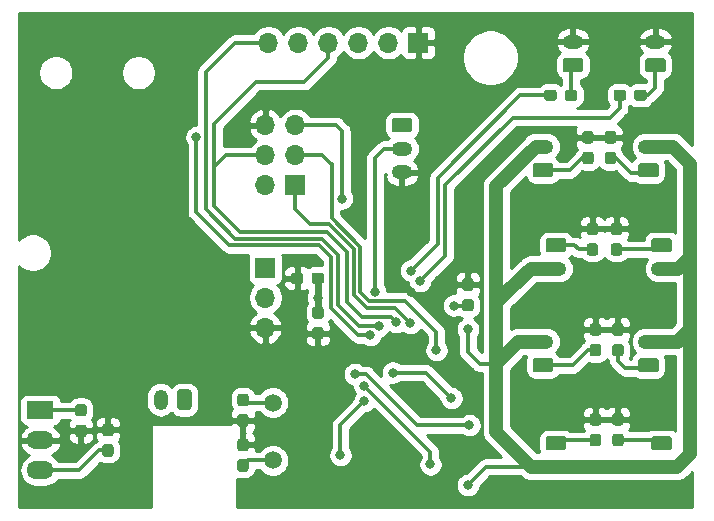
<source format=gbr>
G04 #@! TF.GenerationSoftware,KiCad,Pcbnew,5.1.5-52549c5~84~ubuntu18.04.1*
G04 #@! TF.CreationDate,2020-03-09T21:44:41-04:00*
G04 #@! TF.ProjectId,landfill_board_rev4,6c616e64-6669-46c6-9c5f-626f6172645f,rev?*
G04 #@! TF.SameCoordinates,Original*
G04 #@! TF.FileFunction,Copper,L2,Bot*
G04 #@! TF.FilePolarity,Positive*
%FSLAX46Y46*%
G04 Gerber Fmt 4.6, Leading zero omitted, Abs format (unit mm)*
G04 Created by KiCad (PCBNEW 5.1.5-52549c5~84~ubuntu18.04.1) date 2020-03-09 21:44:41*
%MOMM*%
%LPD*%
G04 APERTURE LIST*
%ADD10O,1.700000X1.700000*%
%ADD11R,1.700000X1.700000*%
%ADD12O,1.200000X1.750000*%
%ADD13C,0.100000*%
%ADD14O,2.300000X1.500000*%
%ADD15R,2.300000X1.500000*%
%ADD16O,1.750000X1.200000*%
%ADD17C,1.500000*%
%ADD18C,0.800000*%
%ADD19C,0.612500*%
%ADD20C,1.200000*%
%ADD21C,0.360000*%
%ADD22C,0.254000*%
G04 APERTURE END LIST*
D10*
X120650000Y-62865000D03*
X120650000Y-60325000D03*
D11*
X120650000Y-57785000D03*
D12*
X111792000Y-68961000D03*
G04 #@! TA.AperFunction,ComponentPad*
D13*
G36*
X114166505Y-68087204D02*
G01*
X114190773Y-68090804D01*
X114214572Y-68096765D01*
X114237671Y-68105030D01*
X114259850Y-68115520D01*
X114280893Y-68128132D01*
X114300599Y-68142747D01*
X114318777Y-68159223D01*
X114335253Y-68177401D01*
X114349868Y-68197107D01*
X114362480Y-68218150D01*
X114372970Y-68240329D01*
X114381235Y-68263428D01*
X114387196Y-68287227D01*
X114390796Y-68311495D01*
X114392000Y-68335999D01*
X114392000Y-69586001D01*
X114390796Y-69610505D01*
X114387196Y-69634773D01*
X114381235Y-69658572D01*
X114372970Y-69681671D01*
X114362480Y-69703850D01*
X114349868Y-69724893D01*
X114335253Y-69744599D01*
X114318777Y-69762777D01*
X114300599Y-69779253D01*
X114280893Y-69793868D01*
X114259850Y-69806480D01*
X114237671Y-69816970D01*
X114214572Y-69825235D01*
X114190773Y-69831196D01*
X114166505Y-69834796D01*
X114142001Y-69836000D01*
X113441999Y-69836000D01*
X113417495Y-69834796D01*
X113393227Y-69831196D01*
X113369428Y-69825235D01*
X113346329Y-69816970D01*
X113324150Y-69806480D01*
X113303107Y-69793868D01*
X113283401Y-69779253D01*
X113265223Y-69762777D01*
X113248747Y-69744599D01*
X113234132Y-69724893D01*
X113221520Y-69703850D01*
X113211030Y-69681671D01*
X113202765Y-69658572D01*
X113196804Y-69634773D01*
X113193204Y-69610505D01*
X113192000Y-69586001D01*
X113192000Y-68335999D01*
X113193204Y-68311495D01*
X113196804Y-68287227D01*
X113202765Y-68263428D01*
X113211030Y-68240329D01*
X113221520Y-68218150D01*
X113234132Y-68197107D01*
X113248747Y-68177401D01*
X113265223Y-68159223D01*
X113283401Y-68142747D01*
X113303107Y-68128132D01*
X113324150Y-68115520D01*
X113346329Y-68105030D01*
X113369428Y-68096765D01*
X113393227Y-68090804D01*
X113417495Y-68087204D01*
X113441999Y-68086000D01*
X114142001Y-68086000D01*
X114166505Y-68087204D01*
G37*
G04 #@! TD.AperFunction*
D14*
X101600000Y-74930000D03*
X101600000Y-72390000D03*
D15*
X101600000Y-69850000D03*
D16*
X144145000Y-64040000D03*
G04 #@! TA.AperFunction,ComponentPad*
D13*
G36*
X144794505Y-65441204D02*
G01*
X144818773Y-65444804D01*
X144842572Y-65450765D01*
X144865671Y-65459030D01*
X144887850Y-65469520D01*
X144908893Y-65482132D01*
X144928599Y-65496747D01*
X144946777Y-65513223D01*
X144963253Y-65531401D01*
X144977868Y-65551107D01*
X144990480Y-65572150D01*
X145000970Y-65594329D01*
X145009235Y-65617428D01*
X145015196Y-65641227D01*
X145018796Y-65665495D01*
X145020000Y-65689999D01*
X145020000Y-66390001D01*
X145018796Y-66414505D01*
X145015196Y-66438773D01*
X145009235Y-66462572D01*
X145000970Y-66485671D01*
X144990480Y-66507850D01*
X144977868Y-66528893D01*
X144963253Y-66548599D01*
X144946777Y-66566777D01*
X144928599Y-66583253D01*
X144908893Y-66597868D01*
X144887850Y-66610480D01*
X144865671Y-66620970D01*
X144842572Y-66629235D01*
X144818773Y-66635196D01*
X144794505Y-66638796D01*
X144770001Y-66640000D01*
X143519999Y-66640000D01*
X143495495Y-66638796D01*
X143471227Y-66635196D01*
X143447428Y-66629235D01*
X143424329Y-66620970D01*
X143402150Y-66610480D01*
X143381107Y-66597868D01*
X143361401Y-66583253D01*
X143343223Y-66566777D01*
X143326747Y-66548599D01*
X143312132Y-66528893D01*
X143299520Y-66507850D01*
X143289030Y-66485671D01*
X143280765Y-66462572D01*
X143274804Y-66438773D01*
X143271204Y-66414505D01*
X143270000Y-66390001D01*
X143270000Y-65689999D01*
X143271204Y-65665495D01*
X143274804Y-65641227D01*
X143280765Y-65617428D01*
X143289030Y-65594329D01*
X143299520Y-65572150D01*
X143312132Y-65551107D01*
X143326747Y-65531401D01*
X143343223Y-65513223D01*
X143361401Y-65496747D01*
X143381107Y-65482132D01*
X143402150Y-65469520D01*
X143424329Y-65459030D01*
X143447428Y-65450765D01*
X143471227Y-65444804D01*
X143495495Y-65441204D01*
X143519999Y-65440000D01*
X144770001Y-65440000D01*
X144794505Y-65441204D01*
G37*
G04 #@! TD.AperFunction*
D16*
X153078000Y-64040000D03*
G04 #@! TA.AperFunction,ComponentPad*
D13*
G36*
X153727505Y-65441204D02*
G01*
X153751773Y-65444804D01*
X153775572Y-65450765D01*
X153798671Y-65459030D01*
X153820850Y-65469520D01*
X153841893Y-65482132D01*
X153861599Y-65496747D01*
X153879777Y-65513223D01*
X153896253Y-65531401D01*
X153910868Y-65551107D01*
X153923480Y-65572150D01*
X153933970Y-65594329D01*
X153942235Y-65617428D01*
X153948196Y-65641227D01*
X153951796Y-65665495D01*
X153953000Y-65689999D01*
X153953000Y-66390001D01*
X153951796Y-66414505D01*
X153948196Y-66438773D01*
X153942235Y-66462572D01*
X153933970Y-66485671D01*
X153923480Y-66507850D01*
X153910868Y-66528893D01*
X153896253Y-66548599D01*
X153879777Y-66566777D01*
X153861599Y-66583253D01*
X153841893Y-66597868D01*
X153820850Y-66610480D01*
X153798671Y-66620970D01*
X153775572Y-66629235D01*
X153751773Y-66635196D01*
X153727505Y-66638796D01*
X153703001Y-66640000D01*
X152452999Y-66640000D01*
X152428495Y-66638796D01*
X152404227Y-66635196D01*
X152380428Y-66629235D01*
X152357329Y-66620970D01*
X152335150Y-66610480D01*
X152314107Y-66597868D01*
X152294401Y-66583253D01*
X152276223Y-66566777D01*
X152259747Y-66548599D01*
X152245132Y-66528893D01*
X152232520Y-66507850D01*
X152222030Y-66485671D01*
X152213765Y-66462572D01*
X152207804Y-66438773D01*
X152204204Y-66414505D01*
X152203000Y-66390001D01*
X152203000Y-65689999D01*
X152204204Y-65665495D01*
X152207804Y-65641227D01*
X152213765Y-65617428D01*
X152222030Y-65594329D01*
X152232520Y-65572150D01*
X152245132Y-65551107D01*
X152259747Y-65531401D01*
X152276223Y-65513223D01*
X152294401Y-65496747D01*
X152314107Y-65482132D01*
X152335150Y-65469520D01*
X152357329Y-65459030D01*
X152380428Y-65450765D01*
X152404227Y-65444804D01*
X152428495Y-65441204D01*
X152452999Y-65440000D01*
X153703001Y-65440000D01*
X153727505Y-65441204D01*
G37*
G04 #@! TD.AperFunction*
D16*
X154178000Y-74644000D03*
G04 #@! TA.AperFunction,ComponentPad*
D13*
G36*
X154827505Y-72045204D02*
G01*
X154851773Y-72048804D01*
X154875572Y-72054765D01*
X154898671Y-72063030D01*
X154920850Y-72073520D01*
X154941893Y-72086132D01*
X154961599Y-72100747D01*
X154979777Y-72117223D01*
X154996253Y-72135401D01*
X155010868Y-72155107D01*
X155023480Y-72176150D01*
X155033970Y-72198329D01*
X155042235Y-72221428D01*
X155048196Y-72245227D01*
X155051796Y-72269495D01*
X155053000Y-72293999D01*
X155053000Y-72994001D01*
X155051796Y-73018505D01*
X155048196Y-73042773D01*
X155042235Y-73066572D01*
X155033970Y-73089671D01*
X155023480Y-73111850D01*
X155010868Y-73132893D01*
X154996253Y-73152599D01*
X154979777Y-73170777D01*
X154961599Y-73187253D01*
X154941893Y-73201868D01*
X154920850Y-73214480D01*
X154898671Y-73224970D01*
X154875572Y-73233235D01*
X154851773Y-73239196D01*
X154827505Y-73242796D01*
X154803001Y-73244000D01*
X153552999Y-73244000D01*
X153528495Y-73242796D01*
X153504227Y-73239196D01*
X153480428Y-73233235D01*
X153457329Y-73224970D01*
X153435150Y-73214480D01*
X153414107Y-73201868D01*
X153394401Y-73187253D01*
X153376223Y-73170777D01*
X153359747Y-73152599D01*
X153345132Y-73132893D01*
X153332520Y-73111850D01*
X153322030Y-73089671D01*
X153313765Y-73066572D01*
X153307804Y-73042773D01*
X153304204Y-73018505D01*
X153303000Y-72994001D01*
X153303000Y-72293999D01*
X153304204Y-72269495D01*
X153307804Y-72245227D01*
X153313765Y-72221428D01*
X153322030Y-72198329D01*
X153332520Y-72176150D01*
X153345132Y-72155107D01*
X153359747Y-72135401D01*
X153376223Y-72117223D01*
X153394401Y-72100747D01*
X153414107Y-72086132D01*
X153435150Y-72073520D01*
X153457329Y-72063030D01*
X153480428Y-72054765D01*
X153504227Y-72048804D01*
X153528495Y-72045204D01*
X153552999Y-72044000D01*
X154803001Y-72044000D01*
X154827505Y-72045204D01*
G37*
G04 #@! TD.AperFunction*
D16*
X145245000Y-74644000D03*
G04 #@! TA.AperFunction,ComponentPad*
D13*
G36*
X145894505Y-72045204D02*
G01*
X145918773Y-72048804D01*
X145942572Y-72054765D01*
X145965671Y-72063030D01*
X145987850Y-72073520D01*
X146008893Y-72086132D01*
X146028599Y-72100747D01*
X146046777Y-72117223D01*
X146063253Y-72135401D01*
X146077868Y-72155107D01*
X146090480Y-72176150D01*
X146100970Y-72198329D01*
X146109235Y-72221428D01*
X146115196Y-72245227D01*
X146118796Y-72269495D01*
X146120000Y-72293999D01*
X146120000Y-72994001D01*
X146118796Y-73018505D01*
X146115196Y-73042773D01*
X146109235Y-73066572D01*
X146100970Y-73089671D01*
X146090480Y-73111850D01*
X146077868Y-73132893D01*
X146063253Y-73152599D01*
X146046777Y-73170777D01*
X146028599Y-73187253D01*
X146008893Y-73201868D01*
X145987850Y-73214480D01*
X145965671Y-73224970D01*
X145942572Y-73233235D01*
X145918773Y-73239196D01*
X145894505Y-73242796D01*
X145870001Y-73244000D01*
X144619999Y-73244000D01*
X144595495Y-73242796D01*
X144571227Y-73239196D01*
X144547428Y-73233235D01*
X144524329Y-73224970D01*
X144502150Y-73214480D01*
X144481107Y-73201868D01*
X144461401Y-73187253D01*
X144443223Y-73170777D01*
X144426747Y-73152599D01*
X144412132Y-73132893D01*
X144399520Y-73111850D01*
X144389030Y-73089671D01*
X144380765Y-73066572D01*
X144374804Y-73042773D01*
X144371204Y-73018505D01*
X144370000Y-72994001D01*
X144370000Y-72293999D01*
X144371204Y-72269495D01*
X144374804Y-72245227D01*
X144380765Y-72221428D01*
X144389030Y-72198329D01*
X144399520Y-72176150D01*
X144412132Y-72155107D01*
X144426747Y-72135401D01*
X144443223Y-72117223D01*
X144461401Y-72100747D01*
X144481107Y-72086132D01*
X144502150Y-72073520D01*
X144524329Y-72063030D01*
X144547428Y-72054765D01*
X144571227Y-72048804D01*
X144595495Y-72045204D01*
X144619999Y-72044000D01*
X145870001Y-72044000D01*
X145894505Y-72045204D01*
G37*
G04 #@! TD.AperFunction*
D16*
X154178000Y-57880000D03*
G04 #@! TA.AperFunction,ComponentPad*
D13*
G36*
X154827505Y-55281204D02*
G01*
X154851773Y-55284804D01*
X154875572Y-55290765D01*
X154898671Y-55299030D01*
X154920850Y-55309520D01*
X154941893Y-55322132D01*
X154961599Y-55336747D01*
X154979777Y-55353223D01*
X154996253Y-55371401D01*
X155010868Y-55391107D01*
X155023480Y-55412150D01*
X155033970Y-55434329D01*
X155042235Y-55457428D01*
X155048196Y-55481227D01*
X155051796Y-55505495D01*
X155053000Y-55529999D01*
X155053000Y-56230001D01*
X155051796Y-56254505D01*
X155048196Y-56278773D01*
X155042235Y-56302572D01*
X155033970Y-56325671D01*
X155023480Y-56347850D01*
X155010868Y-56368893D01*
X154996253Y-56388599D01*
X154979777Y-56406777D01*
X154961599Y-56423253D01*
X154941893Y-56437868D01*
X154920850Y-56450480D01*
X154898671Y-56460970D01*
X154875572Y-56469235D01*
X154851773Y-56475196D01*
X154827505Y-56478796D01*
X154803001Y-56480000D01*
X153552999Y-56480000D01*
X153528495Y-56478796D01*
X153504227Y-56475196D01*
X153480428Y-56469235D01*
X153457329Y-56460970D01*
X153435150Y-56450480D01*
X153414107Y-56437868D01*
X153394401Y-56423253D01*
X153376223Y-56406777D01*
X153359747Y-56388599D01*
X153345132Y-56368893D01*
X153332520Y-56347850D01*
X153322030Y-56325671D01*
X153313765Y-56302572D01*
X153307804Y-56278773D01*
X153304204Y-56254505D01*
X153303000Y-56230001D01*
X153303000Y-55529999D01*
X153304204Y-55505495D01*
X153307804Y-55481227D01*
X153313765Y-55457428D01*
X153322030Y-55434329D01*
X153332520Y-55412150D01*
X153345132Y-55391107D01*
X153359747Y-55371401D01*
X153376223Y-55353223D01*
X153394401Y-55336747D01*
X153414107Y-55322132D01*
X153435150Y-55309520D01*
X153457329Y-55299030D01*
X153480428Y-55290765D01*
X153504227Y-55284804D01*
X153528495Y-55281204D01*
X153552999Y-55280000D01*
X154803001Y-55280000D01*
X154827505Y-55281204D01*
G37*
G04 #@! TD.AperFunction*
D16*
X145245000Y-57880000D03*
G04 #@! TA.AperFunction,ComponentPad*
D13*
G36*
X145894505Y-55281204D02*
G01*
X145918773Y-55284804D01*
X145942572Y-55290765D01*
X145965671Y-55299030D01*
X145987850Y-55309520D01*
X146008893Y-55322132D01*
X146028599Y-55336747D01*
X146046777Y-55353223D01*
X146063253Y-55371401D01*
X146077868Y-55391107D01*
X146090480Y-55412150D01*
X146100970Y-55434329D01*
X146109235Y-55457428D01*
X146115196Y-55481227D01*
X146118796Y-55505495D01*
X146120000Y-55529999D01*
X146120000Y-56230001D01*
X146118796Y-56254505D01*
X146115196Y-56278773D01*
X146109235Y-56302572D01*
X146100970Y-56325671D01*
X146090480Y-56347850D01*
X146077868Y-56368893D01*
X146063253Y-56388599D01*
X146046777Y-56406777D01*
X146028599Y-56423253D01*
X146008893Y-56437868D01*
X145987850Y-56450480D01*
X145965671Y-56460970D01*
X145942572Y-56469235D01*
X145918773Y-56475196D01*
X145894505Y-56478796D01*
X145870001Y-56480000D01*
X144619999Y-56480000D01*
X144595495Y-56478796D01*
X144571227Y-56475196D01*
X144547428Y-56469235D01*
X144524329Y-56460970D01*
X144502150Y-56450480D01*
X144481107Y-56437868D01*
X144461401Y-56423253D01*
X144443223Y-56406777D01*
X144426747Y-56388599D01*
X144412132Y-56368893D01*
X144399520Y-56347850D01*
X144389030Y-56325671D01*
X144380765Y-56302572D01*
X144374804Y-56278773D01*
X144371204Y-56254505D01*
X144370000Y-56230001D01*
X144370000Y-55529999D01*
X144371204Y-55505495D01*
X144374804Y-55481227D01*
X144380765Y-55457428D01*
X144389030Y-55434329D01*
X144399520Y-55412150D01*
X144412132Y-55391107D01*
X144426747Y-55371401D01*
X144443223Y-55353223D01*
X144461401Y-55336747D01*
X144481107Y-55322132D01*
X144502150Y-55309520D01*
X144524329Y-55299030D01*
X144547428Y-55290765D01*
X144571227Y-55284804D01*
X144595495Y-55281204D01*
X144619999Y-55280000D01*
X145870001Y-55280000D01*
X145894505Y-55281204D01*
G37*
G04 #@! TD.AperFunction*
D16*
X153078000Y-47530000D03*
G04 #@! TA.AperFunction,ComponentPad*
D13*
G36*
X153727505Y-48931204D02*
G01*
X153751773Y-48934804D01*
X153775572Y-48940765D01*
X153798671Y-48949030D01*
X153820850Y-48959520D01*
X153841893Y-48972132D01*
X153861599Y-48986747D01*
X153879777Y-49003223D01*
X153896253Y-49021401D01*
X153910868Y-49041107D01*
X153923480Y-49062150D01*
X153933970Y-49084329D01*
X153942235Y-49107428D01*
X153948196Y-49131227D01*
X153951796Y-49155495D01*
X153953000Y-49179999D01*
X153953000Y-49880001D01*
X153951796Y-49904505D01*
X153948196Y-49928773D01*
X153942235Y-49952572D01*
X153933970Y-49975671D01*
X153923480Y-49997850D01*
X153910868Y-50018893D01*
X153896253Y-50038599D01*
X153879777Y-50056777D01*
X153861599Y-50073253D01*
X153841893Y-50087868D01*
X153820850Y-50100480D01*
X153798671Y-50110970D01*
X153775572Y-50119235D01*
X153751773Y-50125196D01*
X153727505Y-50128796D01*
X153703001Y-50130000D01*
X152452999Y-50130000D01*
X152428495Y-50128796D01*
X152404227Y-50125196D01*
X152380428Y-50119235D01*
X152357329Y-50110970D01*
X152335150Y-50100480D01*
X152314107Y-50087868D01*
X152294401Y-50073253D01*
X152276223Y-50056777D01*
X152259747Y-50038599D01*
X152245132Y-50018893D01*
X152232520Y-49997850D01*
X152222030Y-49975671D01*
X152213765Y-49952572D01*
X152207804Y-49928773D01*
X152204204Y-49904505D01*
X152203000Y-49880001D01*
X152203000Y-49179999D01*
X152204204Y-49155495D01*
X152207804Y-49131227D01*
X152213765Y-49107428D01*
X152222030Y-49084329D01*
X152232520Y-49062150D01*
X152245132Y-49041107D01*
X152259747Y-49021401D01*
X152276223Y-49003223D01*
X152294401Y-48986747D01*
X152314107Y-48972132D01*
X152335150Y-48959520D01*
X152357329Y-48949030D01*
X152380428Y-48940765D01*
X152404227Y-48934804D01*
X152428495Y-48931204D01*
X152452999Y-48930000D01*
X153703001Y-48930000D01*
X153727505Y-48931204D01*
G37*
G04 #@! TD.AperFunction*
D16*
X144145000Y-47530000D03*
G04 #@! TA.AperFunction,ComponentPad*
D13*
G36*
X144794505Y-48931204D02*
G01*
X144818773Y-48934804D01*
X144842572Y-48940765D01*
X144865671Y-48949030D01*
X144887850Y-48959520D01*
X144908893Y-48972132D01*
X144928599Y-48986747D01*
X144946777Y-49003223D01*
X144963253Y-49021401D01*
X144977868Y-49041107D01*
X144990480Y-49062150D01*
X145000970Y-49084329D01*
X145009235Y-49107428D01*
X145015196Y-49131227D01*
X145018796Y-49155495D01*
X145020000Y-49179999D01*
X145020000Y-49880001D01*
X145018796Y-49904505D01*
X145015196Y-49928773D01*
X145009235Y-49952572D01*
X145000970Y-49975671D01*
X144990480Y-49997850D01*
X144977868Y-50018893D01*
X144963253Y-50038599D01*
X144946777Y-50056777D01*
X144928599Y-50073253D01*
X144908893Y-50087868D01*
X144887850Y-50100480D01*
X144865671Y-50110970D01*
X144842572Y-50119235D01*
X144818773Y-50125196D01*
X144794505Y-50128796D01*
X144770001Y-50130000D01*
X143519999Y-50130000D01*
X143495495Y-50128796D01*
X143471227Y-50125196D01*
X143447428Y-50119235D01*
X143424329Y-50110970D01*
X143402150Y-50100480D01*
X143381107Y-50087868D01*
X143361401Y-50073253D01*
X143343223Y-50056777D01*
X143326747Y-50038599D01*
X143312132Y-50018893D01*
X143299520Y-49997850D01*
X143289030Y-49975671D01*
X143280765Y-49952572D01*
X143274804Y-49928773D01*
X143271204Y-49904505D01*
X143270000Y-49880001D01*
X143270000Y-49179999D01*
X143271204Y-49155495D01*
X143274804Y-49131227D01*
X143280765Y-49107428D01*
X143289030Y-49084329D01*
X143299520Y-49062150D01*
X143312132Y-49041107D01*
X143326747Y-49021401D01*
X143343223Y-49003223D01*
X143361401Y-48986747D01*
X143381107Y-48972132D01*
X143402150Y-48959520D01*
X143424329Y-48949030D01*
X143447428Y-48940765D01*
X143471227Y-48934804D01*
X143495495Y-48931204D01*
X143519999Y-48930000D01*
X144770001Y-48930000D01*
X144794505Y-48931204D01*
G37*
G04 #@! TD.AperFunction*
D16*
X132207000Y-49720000D03*
X132207000Y-47720000D03*
G04 #@! TA.AperFunction,ComponentPad*
D13*
G36*
X132856505Y-45121204D02*
G01*
X132880773Y-45124804D01*
X132904572Y-45130765D01*
X132927671Y-45139030D01*
X132949850Y-45149520D01*
X132970893Y-45162132D01*
X132990599Y-45176747D01*
X133008777Y-45193223D01*
X133025253Y-45211401D01*
X133039868Y-45231107D01*
X133052480Y-45252150D01*
X133062970Y-45274329D01*
X133071235Y-45297428D01*
X133077196Y-45321227D01*
X133080796Y-45345495D01*
X133082000Y-45369999D01*
X133082000Y-46070001D01*
X133080796Y-46094505D01*
X133077196Y-46118773D01*
X133071235Y-46142572D01*
X133062970Y-46165671D01*
X133052480Y-46187850D01*
X133039868Y-46208893D01*
X133025253Y-46228599D01*
X133008777Y-46246777D01*
X132990599Y-46263253D01*
X132970893Y-46277868D01*
X132949850Y-46290480D01*
X132927671Y-46300970D01*
X132904572Y-46309235D01*
X132880773Y-46315196D01*
X132856505Y-46318796D01*
X132832001Y-46320000D01*
X131581999Y-46320000D01*
X131557495Y-46318796D01*
X131533227Y-46315196D01*
X131509428Y-46309235D01*
X131486329Y-46300970D01*
X131464150Y-46290480D01*
X131443107Y-46277868D01*
X131423401Y-46263253D01*
X131405223Y-46246777D01*
X131388747Y-46228599D01*
X131374132Y-46208893D01*
X131361520Y-46187850D01*
X131351030Y-46165671D01*
X131342765Y-46142572D01*
X131336804Y-46118773D01*
X131333204Y-46094505D01*
X131332000Y-46070001D01*
X131332000Y-45369999D01*
X131333204Y-45345495D01*
X131336804Y-45321227D01*
X131342765Y-45297428D01*
X131351030Y-45274329D01*
X131361520Y-45252150D01*
X131374132Y-45231107D01*
X131388747Y-45211401D01*
X131405223Y-45193223D01*
X131423401Y-45176747D01*
X131443107Y-45162132D01*
X131464150Y-45149520D01*
X131486329Y-45139030D01*
X131509428Y-45130765D01*
X131533227Y-45124804D01*
X131557495Y-45121204D01*
X131581999Y-45120000D01*
X132832001Y-45120000D01*
X132856505Y-45121204D01*
G37*
G04 #@! TD.AperFunction*
D16*
X153670000Y-38640000D03*
G04 #@! TA.AperFunction,ComponentPad*
D13*
G36*
X154319505Y-40041204D02*
G01*
X154343773Y-40044804D01*
X154367572Y-40050765D01*
X154390671Y-40059030D01*
X154412850Y-40069520D01*
X154433893Y-40082132D01*
X154453599Y-40096747D01*
X154471777Y-40113223D01*
X154488253Y-40131401D01*
X154502868Y-40151107D01*
X154515480Y-40172150D01*
X154525970Y-40194329D01*
X154534235Y-40217428D01*
X154540196Y-40241227D01*
X154543796Y-40265495D01*
X154545000Y-40289999D01*
X154545000Y-40990001D01*
X154543796Y-41014505D01*
X154540196Y-41038773D01*
X154534235Y-41062572D01*
X154525970Y-41085671D01*
X154515480Y-41107850D01*
X154502868Y-41128893D01*
X154488253Y-41148599D01*
X154471777Y-41166777D01*
X154453599Y-41183253D01*
X154433893Y-41197868D01*
X154412850Y-41210480D01*
X154390671Y-41220970D01*
X154367572Y-41229235D01*
X154343773Y-41235196D01*
X154319505Y-41238796D01*
X154295001Y-41240000D01*
X153044999Y-41240000D01*
X153020495Y-41238796D01*
X152996227Y-41235196D01*
X152972428Y-41229235D01*
X152949329Y-41220970D01*
X152927150Y-41210480D01*
X152906107Y-41197868D01*
X152886401Y-41183253D01*
X152868223Y-41166777D01*
X152851747Y-41148599D01*
X152837132Y-41128893D01*
X152824520Y-41107850D01*
X152814030Y-41085671D01*
X152805765Y-41062572D01*
X152799804Y-41038773D01*
X152796204Y-41014505D01*
X152795000Y-40990001D01*
X152795000Y-40289999D01*
X152796204Y-40265495D01*
X152799804Y-40241227D01*
X152805765Y-40217428D01*
X152814030Y-40194329D01*
X152824520Y-40172150D01*
X152837132Y-40151107D01*
X152851747Y-40131401D01*
X152868223Y-40113223D01*
X152886401Y-40096747D01*
X152906107Y-40082132D01*
X152927150Y-40069520D01*
X152949329Y-40059030D01*
X152972428Y-40050765D01*
X152996227Y-40044804D01*
X153020495Y-40041204D01*
X153044999Y-40040000D01*
X154295001Y-40040000D01*
X154319505Y-40041204D01*
G37*
G04 #@! TD.AperFunction*
D16*
X146685000Y-38640000D03*
G04 #@! TA.AperFunction,ComponentPad*
D13*
G36*
X147334505Y-40041204D02*
G01*
X147358773Y-40044804D01*
X147382572Y-40050765D01*
X147405671Y-40059030D01*
X147427850Y-40069520D01*
X147448893Y-40082132D01*
X147468599Y-40096747D01*
X147486777Y-40113223D01*
X147503253Y-40131401D01*
X147517868Y-40151107D01*
X147530480Y-40172150D01*
X147540970Y-40194329D01*
X147549235Y-40217428D01*
X147555196Y-40241227D01*
X147558796Y-40265495D01*
X147560000Y-40289999D01*
X147560000Y-40990001D01*
X147558796Y-41014505D01*
X147555196Y-41038773D01*
X147549235Y-41062572D01*
X147540970Y-41085671D01*
X147530480Y-41107850D01*
X147517868Y-41128893D01*
X147503253Y-41148599D01*
X147486777Y-41166777D01*
X147468599Y-41183253D01*
X147448893Y-41197868D01*
X147427850Y-41210480D01*
X147405671Y-41220970D01*
X147382572Y-41229235D01*
X147358773Y-41235196D01*
X147334505Y-41238796D01*
X147310001Y-41240000D01*
X146059999Y-41240000D01*
X146035495Y-41238796D01*
X146011227Y-41235196D01*
X145987428Y-41229235D01*
X145964329Y-41220970D01*
X145942150Y-41210480D01*
X145921107Y-41197868D01*
X145901401Y-41183253D01*
X145883223Y-41166777D01*
X145866747Y-41148599D01*
X145852132Y-41128893D01*
X145839520Y-41107850D01*
X145829030Y-41085671D01*
X145820765Y-41062572D01*
X145814804Y-41038773D01*
X145811204Y-41014505D01*
X145810000Y-40990001D01*
X145810000Y-40289999D01*
X145811204Y-40265495D01*
X145814804Y-40241227D01*
X145820765Y-40217428D01*
X145829030Y-40194329D01*
X145839520Y-40172150D01*
X145852132Y-40151107D01*
X145866747Y-40131401D01*
X145883223Y-40113223D01*
X145901401Y-40096747D01*
X145921107Y-40082132D01*
X145942150Y-40069520D01*
X145964329Y-40059030D01*
X145987428Y-40050765D01*
X146011227Y-40044804D01*
X146035495Y-40041204D01*
X146059999Y-40040000D01*
X147310001Y-40040000D01*
X147334505Y-40041204D01*
G37*
G04 #@! TD.AperFunction*
D17*
X121285000Y-74095000D03*
X121285000Y-69215000D03*
G04 #@! TA.AperFunction,SMDPad,CuDef*
D13*
G36*
X148850779Y-64246144D02*
G01*
X148873834Y-64249563D01*
X148896443Y-64255227D01*
X148918387Y-64263079D01*
X148939457Y-64273044D01*
X148959448Y-64285026D01*
X148978168Y-64298910D01*
X148995438Y-64314562D01*
X149011090Y-64331832D01*
X149024974Y-64350552D01*
X149036956Y-64370543D01*
X149046921Y-64391613D01*
X149054773Y-64413557D01*
X149060437Y-64436166D01*
X149063856Y-64459221D01*
X149065000Y-64482500D01*
X149065000Y-65057500D01*
X149063856Y-65080779D01*
X149060437Y-65103834D01*
X149054773Y-65126443D01*
X149046921Y-65148387D01*
X149036956Y-65169457D01*
X149024974Y-65189448D01*
X149011090Y-65208168D01*
X148995438Y-65225438D01*
X148978168Y-65241090D01*
X148959448Y-65254974D01*
X148939457Y-65266956D01*
X148918387Y-65276921D01*
X148896443Y-65284773D01*
X148873834Y-65290437D01*
X148850779Y-65293856D01*
X148827500Y-65295000D01*
X148352500Y-65295000D01*
X148329221Y-65293856D01*
X148306166Y-65290437D01*
X148283557Y-65284773D01*
X148261613Y-65276921D01*
X148240543Y-65266956D01*
X148220552Y-65254974D01*
X148201832Y-65241090D01*
X148184562Y-65225438D01*
X148168910Y-65208168D01*
X148155026Y-65189448D01*
X148143044Y-65169457D01*
X148133079Y-65148387D01*
X148125227Y-65126443D01*
X148119563Y-65103834D01*
X148116144Y-65080779D01*
X148115000Y-65057500D01*
X148115000Y-64482500D01*
X148116144Y-64459221D01*
X148119563Y-64436166D01*
X148125227Y-64413557D01*
X148133079Y-64391613D01*
X148143044Y-64370543D01*
X148155026Y-64350552D01*
X148168910Y-64331832D01*
X148184562Y-64314562D01*
X148201832Y-64298910D01*
X148220552Y-64285026D01*
X148240543Y-64273044D01*
X148261613Y-64263079D01*
X148283557Y-64255227D01*
X148306166Y-64249563D01*
X148329221Y-64246144D01*
X148352500Y-64245000D01*
X148827500Y-64245000D01*
X148850779Y-64246144D01*
G37*
G04 #@! TD.AperFunction*
G04 #@! TA.AperFunction,SMDPad,CuDef*
G36*
X148850779Y-62496144D02*
G01*
X148873834Y-62499563D01*
X148896443Y-62505227D01*
X148918387Y-62513079D01*
X148939457Y-62523044D01*
X148959448Y-62535026D01*
X148978168Y-62548910D01*
X148995438Y-62564562D01*
X149011090Y-62581832D01*
X149024974Y-62600552D01*
X149036956Y-62620543D01*
X149046921Y-62641613D01*
X149054773Y-62663557D01*
X149060437Y-62686166D01*
X149063856Y-62709221D01*
X149065000Y-62732500D01*
X149065000Y-63307500D01*
X149063856Y-63330779D01*
X149060437Y-63353834D01*
X149054773Y-63376443D01*
X149046921Y-63398387D01*
X149036956Y-63419457D01*
X149024974Y-63439448D01*
X149011090Y-63458168D01*
X148995438Y-63475438D01*
X148978168Y-63491090D01*
X148959448Y-63504974D01*
X148939457Y-63516956D01*
X148918387Y-63526921D01*
X148896443Y-63534773D01*
X148873834Y-63540437D01*
X148850779Y-63543856D01*
X148827500Y-63545000D01*
X148352500Y-63545000D01*
X148329221Y-63543856D01*
X148306166Y-63540437D01*
X148283557Y-63534773D01*
X148261613Y-63526921D01*
X148240543Y-63516956D01*
X148220552Y-63504974D01*
X148201832Y-63491090D01*
X148184562Y-63475438D01*
X148168910Y-63458168D01*
X148155026Y-63439448D01*
X148143044Y-63419457D01*
X148133079Y-63398387D01*
X148125227Y-63376443D01*
X148119563Y-63353834D01*
X148116144Y-63330779D01*
X148115000Y-63307500D01*
X148115000Y-62732500D01*
X148116144Y-62709221D01*
X148119563Y-62686166D01*
X148125227Y-62663557D01*
X148133079Y-62641613D01*
X148143044Y-62620543D01*
X148155026Y-62600552D01*
X148168910Y-62581832D01*
X148184562Y-62564562D01*
X148201832Y-62548910D01*
X148220552Y-62535026D01*
X148240543Y-62523044D01*
X148261613Y-62513079D01*
X148283557Y-62505227D01*
X148306166Y-62499563D01*
X148329221Y-62496144D01*
X148352500Y-62495000D01*
X148827500Y-62495000D01*
X148850779Y-62496144D01*
G37*
G04 #@! TD.AperFunction*
G04 #@! TA.AperFunction,SMDPad,CuDef*
G36*
X150755779Y-64246144D02*
G01*
X150778834Y-64249563D01*
X150801443Y-64255227D01*
X150823387Y-64263079D01*
X150844457Y-64273044D01*
X150864448Y-64285026D01*
X150883168Y-64298910D01*
X150900438Y-64314562D01*
X150916090Y-64331832D01*
X150929974Y-64350552D01*
X150941956Y-64370543D01*
X150951921Y-64391613D01*
X150959773Y-64413557D01*
X150965437Y-64436166D01*
X150968856Y-64459221D01*
X150970000Y-64482500D01*
X150970000Y-65057500D01*
X150968856Y-65080779D01*
X150965437Y-65103834D01*
X150959773Y-65126443D01*
X150951921Y-65148387D01*
X150941956Y-65169457D01*
X150929974Y-65189448D01*
X150916090Y-65208168D01*
X150900438Y-65225438D01*
X150883168Y-65241090D01*
X150864448Y-65254974D01*
X150844457Y-65266956D01*
X150823387Y-65276921D01*
X150801443Y-65284773D01*
X150778834Y-65290437D01*
X150755779Y-65293856D01*
X150732500Y-65295000D01*
X150257500Y-65295000D01*
X150234221Y-65293856D01*
X150211166Y-65290437D01*
X150188557Y-65284773D01*
X150166613Y-65276921D01*
X150145543Y-65266956D01*
X150125552Y-65254974D01*
X150106832Y-65241090D01*
X150089562Y-65225438D01*
X150073910Y-65208168D01*
X150060026Y-65189448D01*
X150048044Y-65169457D01*
X150038079Y-65148387D01*
X150030227Y-65126443D01*
X150024563Y-65103834D01*
X150021144Y-65080779D01*
X150020000Y-65057500D01*
X150020000Y-64482500D01*
X150021144Y-64459221D01*
X150024563Y-64436166D01*
X150030227Y-64413557D01*
X150038079Y-64391613D01*
X150048044Y-64370543D01*
X150060026Y-64350552D01*
X150073910Y-64331832D01*
X150089562Y-64314562D01*
X150106832Y-64298910D01*
X150125552Y-64285026D01*
X150145543Y-64273044D01*
X150166613Y-64263079D01*
X150188557Y-64255227D01*
X150211166Y-64249563D01*
X150234221Y-64246144D01*
X150257500Y-64245000D01*
X150732500Y-64245000D01*
X150755779Y-64246144D01*
G37*
G04 #@! TD.AperFunction*
G04 #@! TA.AperFunction,SMDPad,CuDef*
G36*
X150755779Y-62496144D02*
G01*
X150778834Y-62499563D01*
X150801443Y-62505227D01*
X150823387Y-62513079D01*
X150844457Y-62523044D01*
X150864448Y-62535026D01*
X150883168Y-62548910D01*
X150900438Y-62564562D01*
X150916090Y-62581832D01*
X150929974Y-62600552D01*
X150941956Y-62620543D01*
X150951921Y-62641613D01*
X150959773Y-62663557D01*
X150965437Y-62686166D01*
X150968856Y-62709221D01*
X150970000Y-62732500D01*
X150970000Y-63307500D01*
X150968856Y-63330779D01*
X150965437Y-63353834D01*
X150959773Y-63376443D01*
X150951921Y-63398387D01*
X150941956Y-63419457D01*
X150929974Y-63439448D01*
X150916090Y-63458168D01*
X150900438Y-63475438D01*
X150883168Y-63491090D01*
X150864448Y-63504974D01*
X150844457Y-63516956D01*
X150823387Y-63526921D01*
X150801443Y-63534773D01*
X150778834Y-63540437D01*
X150755779Y-63543856D01*
X150732500Y-63545000D01*
X150257500Y-63545000D01*
X150234221Y-63543856D01*
X150211166Y-63540437D01*
X150188557Y-63534773D01*
X150166613Y-63526921D01*
X150145543Y-63516956D01*
X150125552Y-63504974D01*
X150106832Y-63491090D01*
X150089562Y-63475438D01*
X150073910Y-63458168D01*
X150060026Y-63439448D01*
X150048044Y-63419457D01*
X150038079Y-63398387D01*
X150030227Y-63376443D01*
X150024563Y-63353834D01*
X150021144Y-63330779D01*
X150020000Y-63307500D01*
X150020000Y-62732500D01*
X150021144Y-62709221D01*
X150024563Y-62686166D01*
X150030227Y-62663557D01*
X150038079Y-62641613D01*
X150048044Y-62620543D01*
X150060026Y-62600552D01*
X150073910Y-62581832D01*
X150089562Y-62564562D01*
X150106832Y-62548910D01*
X150125552Y-62535026D01*
X150145543Y-62523044D01*
X150166613Y-62513079D01*
X150188557Y-62505227D01*
X150211166Y-62499563D01*
X150234221Y-62496144D01*
X150257500Y-62495000D01*
X150732500Y-62495000D01*
X150755779Y-62496144D01*
G37*
G04 #@! TD.AperFunction*
G04 #@! TA.AperFunction,SMDPad,CuDef*
G36*
X150755779Y-71852144D02*
G01*
X150778834Y-71855563D01*
X150801443Y-71861227D01*
X150823387Y-71869079D01*
X150844457Y-71879044D01*
X150864448Y-71891026D01*
X150883168Y-71904910D01*
X150900438Y-71920562D01*
X150916090Y-71937832D01*
X150929974Y-71956552D01*
X150941956Y-71976543D01*
X150951921Y-71997613D01*
X150959773Y-72019557D01*
X150965437Y-72042166D01*
X150968856Y-72065221D01*
X150970000Y-72088500D01*
X150970000Y-72663500D01*
X150968856Y-72686779D01*
X150965437Y-72709834D01*
X150959773Y-72732443D01*
X150951921Y-72754387D01*
X150941956Y-72775457D01*
X150929974Y-72795448D01*
X150916090Y-72814168D01*
X150900438Y-72831438D01*
X150883168Y-72847090D01*
X150864448Y-72860974D01*
X150844457Y-72872956D01*
X150823387Y-72882921D01*
X150801443Y-72890773D01*
X150778834Y-72896437D01*
X150755779Y-72899856D01*
X150732500Y-72901000D01*
X150257500Y-72901000D01*
X150234221Y-72899856D01*
X150211166Y-72896437D01*
X150188557Y-72890773D01*
X150166613Y-72882921D01*
X150145543Y-72872956D01*
X150125552Y-72860974D01*
X150106832Y-72847090D01*
X150089562Y-72831438D01*
X150073910Y-72814168D01*
X150060026Y-72795448D01*
X150048044Y-72775457D01*
X150038079Y-72754387D01*
X150030227Y-72732443D01*
X150024563Y-72709834D01*
X150021144Y-72686779D01*
X150020000Y-72663500D01*
X150020000Y-72088500D01*
X150021144Y-72065221D01*
X150024563Y-72042166D01*
X150030227Y-72019557D01*
X150038079Y-71997613D01*
X150048044Y-71976543D01*
X150060026Y-71956552D01*
X150073910Y-71937832D01*
X150089562Y-71920562D01*
X150106832Y-71904910D01*
X150125552Y-71891026D01*
X150145543Y-71879044D01*
X150166613Y-71869079D01*
X150188557Y-71861227D01*
X150211166Y-71855563D01*
X150234221Y-71852144D01*
X150257500Y-71851000D01*
X150732500Y-71851000D01*
X150755779Y-71852144D01*
G37*
G04 #@! TD.AperFunction*
G04 #@! TA.AperFunction,SMDPad,CuDef*
G36*
X150755779Y-70102144D02*
G01*
X150778834Y-70105563D01*
X150801443Y-70111227D01*
X150823387Y-70119079D01*
X150844457Y-70129044D01*
X150864448Y-70141026D01*
X150883168Y-70154910D01*
X150900438Y-70170562D01*
X150916090Y-70187832D01*
X150929974Y-70206552D01*
X150941956Y-70226543D01*
X150951921Y-70247613D01*
X150959773Y-70269557D01*
X150965437Y-70292166D01*
X150968856Y-70315221D01*
X150970000Y-70338500D01*
X150970000Y-70913500D01*
X150968856Y-70936779D01*
X150965437Y-70959834D01*
X150959773Y-70982443D01*
X150951921Y-71004387D01*
X150941956Y-71025457D01*
X150929974Y-71045448D01*
X150916090Y-71064168D01*
X150900438Y-71081438D01*
X150883168Y-71097090D01*
X150864448Y-71110974D01*
X150844457Y-71122956D01*
X150823387Y-71132921D01*
X150801443Y-71140773D01*
X150778834Y-71146437D01*
X150755779Y-71149856D01*
X150732500Y-71151000D01*
X150257500Y-71151000D01*
X150234221Y-71149856D01*
X150211166Y-71146437D01*
X150188557Y-71140773D01*
X150166613Y-71132921D01*
X150145543Y-71122956D01*
X150125552Y-71110974D01*
X150106832Y-71097090D01*
X150089562Y-71081438D01*
X150073910Y-71064168D01*
X150060026Y-71045448D01*
X150048044Y-71025457D01*
X150038079Y-71004387D01*
X150030227Y-70982443D01*
X150024563Y-70959834D01*
X150021144Y-70936779D01*
X150020000Y-70913500D01*
X150020000Y-70338500D01*
X150021144Y-70315221D01*
X150024563Y-70292166D01*
X150030227Y-70269557D01*
X150038079Y-70247613D01*
X150048044Y-70226543D01*
X150060026Y-70206552D01*
X150073910Y-70187832D01*
X150089562Y-70170562D01*
X150106832Y-70154910D01*
X150125552Y-70141026D01*
X150145543Y-70129044D01*
X150166613Y-70119079D01*
X150188557Y-70111227D01*
X150211166Y-70105563D01*
X150234221Y-70102144D01*
X150257500Y-70101000D01*
X150732500Y-70101000D01*
X150755779Y-70102144D01*
G37*
G04 #@! TD.AperFunction*
G04 #@! TA.AperFunction,SMDPad,CuDef*
G36*
X148850779Y-71866144D02*
G01*
X148873834Y-71869563D01*
X148896443Y-71875227D01*
X148918387Y-71883079D01*
X148939457Y-71893044D01*
X148959448Y-71905026D01*
X148978168Y-71918910D01*
X148995438Y-71934562D01*
X149011090Y-71951832D01*
X149024974Y-71970552D01*
X149036956Y-71990543D01*
X149046921Y-72011613D01*
X149054773Y-72033557D01*
X149060437Y-72056166D01*
X149063856Y-72079221D01*
X149065000Y-72102500D01*
X149065000Y-72677500D01*
X149063856Y-72700779D01*
X149060437Y-72723834D01*
X149054773Y-72746443D01*
X149046921Y-72768387D01*
X149036956Y-72789457D01*
X149024974Y-72809448D01*
X149011090Y-72828168D01*
X148995438Y-72845438D01*
X148978168Y-72861090D01*
X148959448Y-72874974D01*
X148939457Y-72886956D01*
X148918387Y-72896921D01*
X148896443Y-72904773D01*
X148873834Y-72910437D01*
X148850779Y-72913856D01*
X148827500Y-72915000D01*
X148352500Y-72915000D01*
X148329221Y-72913856D01*
X148306166Y-72910437D01*
X148283557Y-72904773D01*
X148261613Y-72896921D01*
X148240543Y-72886956D01*
X148220552Y-72874974D01*
X148201832Y-72861090D01*
X148184562Y-72845438D01*
X148168910Y-72828168D01*
X148155026Y-72809448D01*
X148143044Y-72789457D01*
X148133079Y-72768387D01*
X148125227Y-72746443D01*
X148119563Y-72723834D01*
X148116144Y-72700779D01*
X148115000Y-72677500D01*
X148115000Y-72102500D01*
X148116144Y-72079221D01*
X148119563Y-72056166D01*
X148125227Y-72033557D01*
X148133079Y-72011613D01*
X148143044Y-71990543D01*
X148155026Y-71970552D01*
X148168910Y-71951832D01*
X148184562Y-71934562D01*
X148201832Y-71918910D01*
X148220552Y-71905026D01*
X148240543Y-71893044D01*
X148261613Y-71883079D01*
X148283557Y-71875227D01*
X148306166Y-71869563D01*
X148329221Y-71866144D01*
X148352500Y-71865000D01*
X148827500Y-71865000D01*
X148850779Y-71866144D01*
G37*
G04 #@! TD.AperFunction*
G04 #@! TA.AperFunction,SMDPad,CuDef*
G36*
X148850779Y-70116144D02*
G01*
X148873834Y-70119563D01*
X148896443Y-70125227D01*
X148918387Y-70133079D01*
X148939457Y-70143044D01*
X148959448Y-70155026D01*
X148978168Y-70168910D01*
X148995438Y-70184562D01*
X149011090Y-70201832D01*
X149024974Y-70220552D01*
X149036956Y-70240543D01*
X149046921Y-70261613D01*
X149054773Y-70283557D01*
X149060437Y-70306166D01*
X149063856Y-70329221D01*
X149065000Y-70352500D01*
X149065000Y-70927500D01*
X149063856Y-70950779D01*
X149060437Y-70973834D01*
X149054773Y-70996443D01*
X149046921Y-71018387D01*
X149036956Y-71039457D01*
X149024974Y-71059448D01*
X149011090Y-71078168D01*
X148995438Y-71095438D01*
X148978168Y-71111090D01*
X148959448Y-71124974D01*
X148939457Y-71136956D01*
X148918387Y-71146921D01*
X148896443Y-71154773D01*
X148873834Y-71160437D01*
X148850779Y-71163856D01*
X148827500Y-71165000D01*
X148352500Y-71165000D01*
X148329221Y-71163856D01*
X148306166Y-71160437D01*
X148283557Y-71154773D01*
X148261613Y-71146921D01*
X148240543Y-71136956D01*
X148220552Y-71124974D01*
X148201832Y-71111090D01*
X148184562Y-71095438D01*
X148168910Y-71078168D01*
X148155026Y-71059448D01*
X148143044Y-71039457D01*
X148133079Y-71018387D01*
X148125227Y-70996443D01*
X148119563Y-70973834D01*
X148116144Y-70950779D01*
X148115000Y-70927500D01*
X148115000Y-70352500D01*
X148116144Y-70329221D01*
X148119563Y-70306166D01*
X148125227Y-70283557D01*
X148133079Y-70261613D01*
X148143044Y-70240543D01*
X148155026Y-70220552D01*
X148168910Y-70201832D01*
X148184562Y-70184562D01*
X148201832Y-70168910D01*
X148220552Y-70155026D01*
X148240543Y-70143044D01*
X148261613Y-70133079D01*
X148283557Y-70125227D01*
X148306166Y-70119563D01*
X148329221Y-70116144D01*
X148352500Y-70115000D01*
X148827500Y-70115000D01*
X148850779Y-70116144D01*
G37*
G04 #@! TD.AperFunction*
G04 #@! TA.AperFunction,SMDPad,CuDef*
G36*
X150628779Y-55723144D02*
G01*
X150651834Y-55726563D01*
X150674443Y-55732227D01*
X150696387Y-55740079D01*
X150717457Y-55750044D01*
X150737448Y-55762026D01*
X150756168Y-55775910D01*
X150773438Y-55791562D01*
X150789090Y-55808832D01*
X150802974Y-55827552D01*
X150814956Y-55847543D01*
X150824921Y-55868613D01*
X150832773Y-55890557D01*
X150838437Y-55913166D01*
X150841856Y-55936221D01*
X150843000Y-55959500D01*
X150843000Y-56534500D01*
X150841856Y-56557779D01*
X150838437Y-56580834D01*
X150832773Y-56603443D01*
X150824921Y-56625387D01*
X150814956Y-56646457D01*
X150802974Y-56666448D01*
X150789090Y-56685168D01*
X150773438Y-56702438D01*
X150756168Y-56718090D01*
X150737448Y-56731974D01*
X150717457Y-56743956D01*
X150696387Y-56753921D01*
X150674443Y-56761773D01*
X150651834Y-56767437D01*
X150628779Y-56770856D01*
X150605500Y-56772000D01*
X150130500Y-56772000D01*
X150107221Y-56770856D01*
X150084166Y-56767437D01*
X150061557Y-56761773D01*
X150039613Y-56753921D01*
X150018543Y-56743956D01*
X149998552Y-56731974D01*
X149979832Y-56718090D01*
X149962562Y-56702438D01*
X149946910Y-56685168D01*
X149933026Y-56666448D01*
X149921044Y-56646457D01*
X149911079Y-56625387D01*
X149903227Y-56603443D01*
X149897563Y-56580834D01*
X149894144Y-56557779D01*
X149893000Y-56534500D01*
X149893000Y-55959500D01*
X149894144Y-55936221D01*
X149897563Y-55913166D01*
X149903227Y-55890557D01*
X149911079Y-55868613D01*
X149921044Y-55847543D01*
X149933026Y-55827552D01*
X149946910Y-55808832D01*
X149962562Y-55791562D01*
X149979832Y-55775910D01*
X149998552Y-55762026D01*
X150018543Y-55750044D01*
X150039613Y-55740079D01*
X150061557Y-55732227D01*
X150084166Y-55726563D01*
X150107221Y-55723144D01*
X150130500Y-55722000D01*
X150605500Y-55722000D01*
X150628779Y-55723144D01*
G37*
G04 #@! TD.AperFunction*
G04 #@! TA.AperFunction,SMDPad,CuDef*
G36*
X150628779Y-53973144D02*
G01*
X150651834Y-53976563D01*
X150674443Y-53982227D01*
X150696387Y-53990079D01*
X150717457Y-54000044D01*
X150737448Y-54012026D01*
X150756168Y-54025910D01*
X150773438Y-54041562D01*
X150789090Y-54058832D01*
X150802974Y-54077552D01*
X150814956Y-54097543D01*
X150824921Y-54118613D01*
X150832773Y-54140557D01*
X150838437Y-54163166D01*
X150841856Y-54186221D01*
X150843000Y-54209500D01*
X150843000Y-54784500D01*
X150841856Y-54807779D01*
X150838437Y-54830834D01*
X150832773Y-54853443D01*
X150824921Y-54875387D01*
X150814956Y-54896457D01*
X150802974Y-54916448D01*
X150789090Y-54935168D01*
X150773438Y-54952438D01*
X150756168Y-54968090D01*
X150737448Y-54981974D01*
X150717457Y-54993956D01*
X150696387Y-55003921D01*
X150674443Y-55011773D01*
X150651834Y-55017437D01*
X150628779Y-55020856D01*
X150605500Y-55022000D01*
X150130500Y-55022000D01*
X150107221Y-55020856D01*
X150084166Y-55017437D01*
X150061557Y-55011773D01*
X150039613Y-55003921D01*
X150018543Y-54993956D01*
X149998552Y-54981974D01*
X149979832Y-54968090D01*
X149962562Y-54952438D01*
X149946910Y-54935168D01*
X149933026Y-54916448D01*
X149921044Y-54896457D01*
X149911079Y-54875387D01*
X149903227Y-54853443D01*
X149897563Y-54830834D01*
X149894144Y-54807779D01*
X149893000Y-54784500D01*
X149893000Y-54209500D01*
X149894144Y-54186221D01*
X149897563Y-54163166D01*
X149903227Y-54140557D01*
X149911079Y-54118613D01*
X149921044Y-54097543D01*
X149933026Y-54077552D01*
X149946910Y-54058832D01*
X149962562Y-54041562D01*
X149979832Y-54025910D01*
X149998552Y-54012026D01*
X150018543Y-54000044D01*
X150039613Y-53990079D01*
X150061557Y-53982227D01*
X150084166Y-53976563D01*
X150107221Y-53973144D01*
X150130500Y-53972000D01*
X150605500Y-53972000D01*
X150628779Y-53973144D01*
G37*
G04 #@! TD.AperFunction*
G04 #@! TA.AperFunction,SMDPad,CuDef*
G36*
X148596779Y-55723144D02*
G01*
X148619834Y-55726563D01*
X148642443Y-55732227D01*
X148664387Y-55740079D01*
X148685457Y-55750044D01*
X148705448Y-55762026D01*
X148724168Y-55775910D01*
X148741438Y-55791562D01*
X148757090Y-55808832D01*
X148770974Y-55827552D01*
X148782956Y-55847543D01*
X148792921Y-55868613D01*
X148800773Y-55890557D01*
X148806437Y-55913166D01*
X148809856Y-55936221D01*
X148811000Y-55959500D01*
X148811000Y-56534500D01*
X148809856Y-56557779D01*
X148806437Y-56580834D01*
X148800773Y-56603443D01*
X148792921Y-56625387D01*
X148782956Y-56646457D01*
X148770974Y-56666448D01*
X148757090Y-56685168D01*
X148741438Y-56702438D01*
X148724168Y-56718090D01*
X148705448Y-56731974D01*
X148685457Y-56743956D01*
X148664387Y-56753921D01*
X148642443Y-56761773D01*
X148619834Y-56767437D01*
X148596779Y-56770856D01*
X148573500Y-56772000D01*
X148098500Y-56772000D01*
X148075221Y-56770856D01*
X148052166Y-56767437D01*
X148029557Y-56761773D01*
X148007613Y-56753921D01*
X147986543Y-56743956D01*
X147966552Y-56731974D01*
X147947832Y-56718090D01*
X147930562Y-56702438D01*
X147914910Y-56685168D01*
X147901026Y-56666448D01*
X147889044Y-56646457D01*
X147879079Y-56625387D01*
X147871227Y-56603443D01*
X147865563Y-56580834D01*
X147862144Y-56557779D01*
X147861000Y-56534500D01*
X147861000Y-55959500D01*
X147862144Y-55936221D01*
X147865563Y-55913166D01*
X147871227Y-55890557D01*
X147879079Y-55868613D01*
X147889044Y-55847543D01*
X147901026Y-55827552D01*
X147914910Y-55808832D01*
X147930562Y-55791562D01*
X147947832Y-55775910D01*
X147966552Y-55762026D01*
X147986543Y-55750044D01*
X148007613Y-55740079D01*
X148029557Y-55732227D01*
X148052166Y-55726563D01*
X148075221Y-55723144D01*
X148098500Y-55722000D01*
X148573500Y-55722000D01*
X148596779Y-55723144D01*
G37*
G04 #@! TD.AperFunction*
G04 #@! TA.AperFunction,SMDPad,CuDef*
G36*
X148596779Y-53973144D02*
G01*
X148619834Y-53976563D01*
X148642443Y-53982227D01*
X148664387Y-53990079D01*
X148685457Y-54000044D01*
X148705448Y-54012026D01*
X148724168Y-54025910D01*
X148741438Y-54041562D01*
X148757090Y-54058832D01*
X148770974Y-54077552D01*
X148782956Y-54097543D01*
X148792921Y-54118613D01*
X148800773Y-54140557D01*
X148806437Y-54163166D01*
X148809856Y-54186221D01*
X148811000Y-54209500D01*
X148811000Y-54784500D01*
X148809856Y-54807779D01*
X148806437Y-54830834D01*
X148800773Y-54853443D01*
X148792921Y-54875387D01*
X148782956Y-54896457D01*
X148770974Y-54916448D01*
X148757090Y-54935168D01*
X148741438Y-54952438D01*
X148724168Y-54968090D01*
X148705448Y-54981974D01*
X148685457Y-54993956D01*
X148664387Y-55003921D01*
X148642443Y-55011773D01*
X148619834Y-55017437D01*
X148596779Y-55020856D01*
X148573500Y-55022000D01*
X148098500Y-55022000D01*
X148075221Y-55020856D01*
X148052166Y-55017437D01*
X148029557Y-55011773D01*
X148007613Y-55003921D01*
X147986543Y-54993956D01*
X147966552Y-54981974D01*
X147947832Y-54968090D01*
X147930562Y-54952438D01*
X147914910Y-54935168D01*
X147901026Y-54916448D01*
X147889044Y-54896457D01*
X147879079Y-54875387D01*
X147871227Y-54853443D01*
X147865563Y-54830834D01*
X147862144Y-54807779D01*
X147861000Y-54784500D01*
X147861000Y-54209500D01*
X147862144Y-54186221D01*
X147865563Y-54163166D01*
X147871227Y-54140557D01*
X147879079Y-54118613D01*
X147889044Y-54097543D01*
X147901026Y-54077552D01*
X147914910Y-54058832D01*
X147930562Y-54041562D01*
X147947832Y-54025910D01*
X147966552Y-54012026D01*
X147986543Y-54000044D01*
X148007613Y-53990079D01*
X148029557Y-53982227D01*
X148052166Y-53976563D01*
X148075221Y-53973144D01*
X148098500Y-53972000D01*
X148573500Y-53972000D01*
X148596779Y-53973144D01*
G37*
G04 #@! TD.AperFunction*
G04 #@! TA.AperFunction,SMDPad,CuDef*
G36*
X150120779Y-47976144D02*
G01*
X150143834Y-47979563D01*
X150166443Y-47985227D01*
X150188387Y-47993079D01*
X150209457Y-48003044D01*
X150229448Y-48015026D01*
X150248168Y-48028910D01*
X150265438Y-48044562D01*
X150281090Y-48061832D01*
X150294974Y-48080552D01*
X150306956Y-48100543D01*
X150316921Y-48121613D01*
X150324773Y-48143557D01*
X150330437Y-48166166D01*
X150333856Y-48189221D01*
X150335000Y-48212500D01*
X150335000Y-48787500D01*
X150333856Y-48810779D01*
X150330437Y-48833834D01*
X150324773Y-48856443D01*
X150316921Y-48878387D01*
X150306956Y-48899457D01*
X150294974Y-48919448D01*
X150281090Y-48938168D01*
X150265438Y-48955438D01*
X150248168Y-48971090D01*
X150229448Y-48984974D01*
X150209457Y-48996956D01*
X150188387Y-49006921D01*
X150166443Y-49014773D01*
X150143834Y-49020437D01*
X150120779Y-49023856D01*
X150097500Y-49025000D01*
X149622500Y-49025000D01*
X149599221Y-49023856D01*
X149576166Y-49020437D01*
X149553557Y-49014773D01*
X149531613Y-49006921D01*
X149510543Y-48996956D01*
X149490552Y-48984974D01*
X149471832Y-48971090D01*
X149454562Y-48955438D01*
X149438910Y-48938168D01*
X149425026Y-48919448D01*
X149413044Y-48899457D01*
X149403079Y-48878387D01*
X149395227Y-48856443D01*
X149389563Y-48833834D01*
X149386144Y-48810779D01*
X149385000Y-48787500D01*
X149385000Y-48212500D01*
X149386144Y-48189221D01*
X149389563Y-48166166D01*
X149395227Y-48143557D01*
X149403079Y-48121613D01*
X149413044Y-48100543D01*
X149425026Y-48080552D01*
X149438910Y-48061832D01*
X149454562Y-48044562D01*
X149471832Y-48028910D01*
X149490552Y-48015026D01*
X149510543Y-48003044D01*
X149531613Y-47993079D01*
X149553557Y-47985227D01*
X149576166Y-47979563D01*
X149599221Y-47976144D01*
X149622500Y-47975000D01*
X150097500Y-47975000D01*
X150120779Y-47976144D01*
G37*
G04 #@! TD.AperFunction*
G04 #@! TA.AperFunction,SMDPad,CuDef*
G36*
X150120779Y-46226144D02*
G01*
X150143834Y-46229563D01*
X150166443Y-46235227D01*
X150188387Y-46243079D01*
X150209457Y-46253044D01*
X150229448Y-46265026D01*
X150248168Y-46278910D01*
X150265438Y-46294562D01*
X150281090Y-46311832D01*
X150294974Y-46330552D01*
X150306956Y-46350543D01*
X150316921Y-46371613D01*
X150324773Y-46393557D01*
X150330437Y-46416166D01*
X150333856Y-46439221D01*
X150335000Y-46462500D01*
X150335000Y-47037500D01*
X150333856Y-47060779D01*
X150330437Y-47083834D01*
X150324773Y-47106443D01*
X150316921Y-47128387D01*
X150306956Y-47149457D01*
X150294974Y-47169448D01*
X150281090Y-47188168D01*
X150265438Y-47205438D01*
X150248168Y-47221090D01*
X150229448Y-47234974D01*
X150209457Y-47246956D01*
X150188387Y-47256921D01*
X150166443Y-47264773D01*
X150143834Y-47270437D01*
X150120779Y-47273856D01*
X150097500Y-47275000D01*
X149622500Y-47275000D01*
X149599221Y-47273856D01*
X149576166Y-47270437D01*
X149553557Y-47264773D01*
X149531613Y-47256921D01*
X149510543Y-47246956D01*
X149490552Y-47234974D01*
X149471832Y-47221090D01*
X149454562Y-47205438D01*
X149438910Y-47188168D01*
X149425026Y-47169448D01*
X149413044Y-47149457D01*
X149403079Y-47128387D01*
X149395227Y-47106443D01*
X149389563Y-47083834D01*
X149386144Y-47060779D01*
X149385000Y-47037500D01*
X149385000Y-46462500D01*
X149386144Y-46439221D01*
X149389563Y-46416166D01*
X149395227Y-46393557D01*
X149403079Y-46371613D01*
X149413044Y-46350543D01*
X149425026Y-46330552D01*
X149438910Y-46311832D01*
X149454562Y-46294562D01*
X149471832Y-46278910D01*
X149490552Y-46265026D01*
X149510543Y-46253044D01*
X149531613Y-46243079D01*
X149553557Y-46235227D01*
X149576166Y-46229563D01*
X149599221Y-46226144D01*
X149622500Y-46225000D01*
X150097500Y-46225000D01*
X150120779Y-46226144D01*
G37*
G04 #@! TD.AperFunction*
G04 #@! TA.AperFunction,SMDPad,CuDef*
G36*
X148215779Y-47976144D02*
G01*
X148238834Y-47979563D01*
X148261443Y-47985227D01*
X148283387Y-47993079D01*
X148304457Y-48003044D01*
X148324448Y-48015026D01*
X148343168Y-48028910D01*
X148360438Y-48044562D01*
X148376090Y-48061832D01*
X148389974Y-48080552D01*
X148401956Y-48100543D01*
X148411921Y-48121613D01*
X148419773Y-48143557D01*
X148425437Y-48166166D01*
X148428856Y-48189221D01*
X148430000Y-48212500D01*
X148430000Y-48787500D01*
X148428856Y-48810779D01*
X148425437Y-48833834D01*
X148419773Y-48856443D01*
X148411921Y-48878387D01*
X148401956Y-48899457D01*
X148389974Y-48919448D01*
X148376090Y-48938168D01*
X148360438Y-48955438D01*
X148343168Y-48971090D01*
X148324448Y-48984974D01*
X148304457Y-48996956D01*
X148283387Y-49006921D01*
X148261443Y-49014773D01*
X148238834Y-49020437D01*
X148215779Y-49023856D01*
X148192500Y-49025000D01*
X147717500Y-49025000D01*
X147694221Y-49023856D01*
X147671166Y-49020437D01*
X147648557Y-49014773D01*
X147626613Y-49006921D01*
X147605543Y-48996956D01*
X147585552Y-48984974D01*
X147566832Y-48971090D01*
X147549562Y-48955438D01*
X147533910Y-48938168D01*
X147520026Y-48919448D01*
X147508044Y-48899457D01*
X147498079Y-48878387D01*
X147490227Y-48856443D01*
X147484563Y-48833834D01*
X147481144Y-48810779D01*
X147480000Y-48787500D01*
X147480000Y-48212500D01*
X147481144Y-48189221D01*
X147484563Y-48166166D01*
X147490227Y-48143557D01*
X147498079Y-48121613D01*
X147508044Y-48100543D01*
X147520026Y-48080552D01*
X147533910Y-48061832D01*
X147549562Y-48044562D01*
X147566832Y-48028910D01*
X147585552Y-48015026D01*
X147605543Y-48003044D01*
X147626613Y-47993079D01*
X147648557Y-47985227D01*
X147671166Y-47979563D01*
X147694221Y-47976144D01*
X147717500Y-47975000D01*
X148192500Y-47975000D01*
X148215779Y-47976144D01*
G37*
G04 #@! TD.AperFunction*
G04 #@! TA.AperFunction,SMDPad,CuDef*
G36*
X148215779Y-46226144D02*
G01*
X148238834Y-46229563D01*
X148261443Y-46235227D01*
X148283387Y-46243079D01*
X148304457Y-46253044D01*
X148324448Y-46265026D01*
X148343168Y-46278910D01*
X148360438Y-46294562D01*
X148376090Y-46311832D01*
X148389974Y-46330552D01*
X148401956Y-46350543D01*
X148411921Y-46371613D01*
X148419773Y-46393557D01*
X148425437Y-46416166D01*
X148428856Y-46439221D01*
X148430000Y-46462500D01*
X148430000Y-47037500D01*
X148428856Y-47060779D01*
X148425437Y-47083834D01*
X148419773Y-47106443D01*
X148411921Y-47128387D01*
X148401956Y-47149457D01*
X148389974Y-47169448D01*
X148376090Y-47188168D01*
X148360438Y-47205438D01*
X148343168Y-47221090D01*
X148324448Y-47234974D01*
X148304457Y-47246956D01*
X148283387Y-47256921D01*
X148261443Y-47264773D01*
X148238834Y-47270437D01*
X148215779Y-47273856D01*
X148192500Y-47275000D01*
X147717500Y-47275000D01*
X147694221Y-47273856D01*
X147671166Y-47270437D01*
X147648557Y-47264773D01*
X147626613Y-47256921D01*
X147605543Y-47246956D01*
X147585552Y-47234974D01*
X147566832Y-47221090D01*
X147549562Y-47205438D01*
X147533910Y-47188168D01*
X147520026Y-47169448D01*
X147508044Y-47149457D01*
X147498079Y-47128387D01*
X147490227Y-47106443D01*
X147484563Y-47083834D01*
X147481144Y-47060779D01*
X147480000Y-47037500D01*
X147480000Y-46462500D01*
X147481144Y-46439221D01*
X147484563Y-46416166D01*
X147490227Y-46393557D01*
X147498079Y-46371613D01*
X147508044Y-46350543D01*
X147520026Y-46330552D01*
X147533910Y-46311832D01*
X147549562Y-46294562D01*
X147566832Y-46278910D01*
X147585552Y-46265026D01*
X147605543Y-46253044D01*
X147626613Y-46243079D01*
X147648557Y-46235227D01*
X147671166Y-46229563D01*
X147694221Y-46226144D01*
X147717500Y-46225000D01*
X148192500Y-46225000D01*
X148215779Y-46226144D01*
G37*
G04 #@! TD.AperFunction*
G04 #@! TA.AperFunction,SMDPad,CuDef*
G36*
X152710779Y-42706144D02*
G01*
X152733834Y-42709563D01*
X152756443Y-42715227D01*
X152778387Y-42723079D01*
X152799457Y-42733044D01*
X152819448Y-42745026D01*
X152838168Y-42758910D01*
X152855438Y-42774562D01*
X152871090Y-42791832D01*
X152884974Y-42810552D01*
X152896956Y-42830543D01*
X152906921Y-42851613D01*
X152914773Y-42873557D01*
X152920437Y-42896166D01*
X152923856Y-42919221D01*
X152925000Y-42942500D01*
X152925000Y-43417500D01*
X152923856Y-43440779D01*
X152920437Y-43463834D01*
X152914773Y-43486443D01*
X152906921Y-43508387D01*
X152896956Y-43529457D01*
X152884974Y-43549448D01*
X152871090Y-43568168D01*
X152855438Y-43585438D01*
X152838168Y-43601090D01*
X152819448Y-43614974D01*
X152799457Y-43626956D01*
X152778387Y-43636921D01*
X152756443Y-43644773D01*
X152733834Y-43650437D01*
X152710779Y-43653856D01*
X152687500Y-43655000D01*
X152112500Y-43655000D01*
X152089221Y-43653856D01*
X152066166Y-43650437D01*
X152043557Y-43644773D01*
X152021613Y-43636921D01*
X152000543Y-43626956D01*
X151980552Y-43614974D01*
X151961832Y-43601090D01*
X151944562Y-43585438D01*
X151928910Y-43568168D01*
X151915026Y-43549448D01*
X151903044Y-43529457D01*
X151893079Y-43508387D01*
X151885227Y-43486443D01*
X151879563Y-43463834D01*
X151876144Y-43440779D01*
X151875000Y-43417500D01*
X151875000Y-42942500D01*
X151876144Y-42919221D01*
X151879563Y-42896166D01*
X151885227Y-42873557D01*
X151893079Y-42851613D01*
X151903044Y-42830543D01*
X151915026Y-42810552D01*
X151928910Y-42791832D01*
X151944562Y-42774562D01*
X151961832Y-42758910D01*
X151980552Y-42745026D01*
X152000543Y-42733044D01*
X152021613Y-42723079D01*
X152043557Y-42715227D01*
X152066166Y-42709563D01*
X152089221Y-42706144D01*
X152112500Y-42705000D01*
X152687500Y-42705000D01*
X152710779Y-42706144D01*
G37*
G04 #@! TD.AperFunction*
G04 #@! TA.AperFunction,SMDPad,CuDef*
G36*
X150960779Y-42706144D02*
G01*
X150983834Y-42709563D01*
X151006443Y-42715227D01*
X151028387Y-42723079D01*
X151049457Y-42733044D01*
X151069448Y-42745026D01*
X151088168Y-42758910D01*
X151105438Y-42774562D01*
X151121090Y-42791832D01*
X151134974Y-42810552D01*
X151146956Y-42830543D01*
X151156921Y-42851613D01*
X151164773Y-42873557D01*
X151170437Y-42896166D01*
X151173856Y-42919221D01*
X151175000Y-42942500D01*
X151175000Y-43417500D01*
X151173856Y-43440779D01*
X151170437Y-43463834D01*
X151164773Y-43486443D01*
X151156921Y-43508387D01*
X151146956Y-43529457D01*
X151134974Y-43549448D01*
X151121090Y-43568168D01*
X151105438Y-43585438D01*
X151088168Y-43601090D01*
X151069448Y-43614974D01*
X151049457Y-43626956D01*
X151028387Y-43636921D01*
X151006443Y-43644773D01*
X150983834Y-43650437D01*
X150960779Y-43653856D01*
X150937500Y-43655000D01*
X150362500Y-43655000D01*
X150339221Y-43653856D01*
X150316166Y-43650437D01*
X150293557Y-43644773D01*
X150271613Y-43636921D01*
X150250543Y-43626956D01*
X150230552Y-43614974D01*
X150211832Y-43601090D01*
X150194562Y-43585438D01*
X150178910Y-43568168D01*
X150165026Y-43549448D01*
X150153044Y-43529457D01*
X150143079Y-43508387D01*
X150135227Y-43486443D01*
X150129563Y-43463834D01*
X150126144Y-43440779D01*
X150125000Y-43417500D01*
X150125000Y-42942500D01*
X150126144Y-42919221D01*
X150129563Y-42896166D01*
X150135227Y-42873557D01*
X150143079Y-42851613D01*
X150153044Y-42830543D01*
X150165026Y-42810552D01*
X150178910Y-42791832D01*
X150194562Y-42774562D01*
X150211832Y-42758910D01*
X150230552Y-42745026D01*
X150250543Y-42733044D01*
X150271613Y-42723079D01*
X150293557Y-42715227D01*
X150316166Y-42709563D01*
X150339221Y-42706144D01*
X150362500Y-42705000D01*
X150937500Y-42705000D01*
X150960779Y-42706144D01*
G37*
G04 #@! TD.AperFunction*
G04 #@! TA.AperFunction,SMDPad,CuDef*
G36*
X146840779Y-42706144D02*
G01*
X146863834Y-42709563D01*
X146886443Y-42715227D01*
X146908387Y-42723079D01*
X146929457Y-42733044D01*
X146949448Y-42745026D01*
X146968168Y-42758910D01*
X146985438Y-42774562D01*
X147001090Y-42791832D01*
X147014974Y-42810552D01*
X147026956Y-42830543D01*
X147036921Y-42851613D01*
X147044773Y-42873557D01*
X147050437Y-42896166D01*
X147053856Y-42919221D01*
X147055000Y-42942500D01*
X147055000Y-43417500D01*
X147053856Y-43440779D01*
X147050437Y-43463834D01*
X147044773Y-43486443D01*
X147036921Y-43508387D01*
X147026956Y-43529457D01*
X147014974Y-43549448D01*
X147001090Y-43568168D01*
X146985438Y-43585438D01*
X146968168Y-43601090D01*
X146949448Y-43614974D01*
X146929457Y-43626956D01*
X146908387Y-43636921D01*
X146886443Y-43644773D01*
X146863834Y-43650437D01*
X146840779Y-43653856D01*
X146817500Y-43655000D01*
X146242500Y-43655000D01*
X146219221Y-43653856D01*
X146196166Y-43650437D01*
X146173557Y-43644773D01*
X146151613Y-43636921D01*
X146130543Y-43626956D01*
X146110552Y-43614974D01*
X146091832Y-43601090D01*
X146074562Y-43585438D01*
X146058910Y-43568168D01*
X146045026Y-43549448D01*
X146033044Y-43529457D01*
X146023079Y-43508387D01*
X146015227Y-43486443D01*
X146009563Y-43463834D01*
X146006144Y-43440779D01*
X146005000Y-43417500D01*
X146005000Y-42942500D01*
X146006144Y-42919221D01*
X146009563Y-42896166D01*
X146015227Y-42873557D01*
X146023079Y-42851613D01*
X146033044Y-42830543D01*
X146045026Y-42810552D01*
X146058910Y-42791832D01*
X146074562Y-42774562D01*
X146091832Y-42758910D01*
X146110552Y-42745026D01*
X146130543Y-42733044D01*
X146151613Y-42723079D01*
X146173557Y-42715227D01*
X146196166Y-42709563D01*
X146219221Y-42706144D01*
X146242500Y-42705000D01*
X146817500Y-42705000D01*
X146840779Y-42706144D01*
G37*
G04 #@! TD.AperFunction*
G04 #@! TA.AperFunction,SMDPad,CuDef*
G36*
X145090779Y-42706144D02*
G01*
X145113834Y-42709563D01*
X145136443Y-42715227D01*
X145158387Y-42723079D01*
X145179457Y-42733044D01*
X145199448Y-42745026D01*
X145218168Y-42758910D01*
X145235438Y-42774562D01*
X145251090Y-42791832D01*
X145264974Y-42810552D01*
X145276956Y-42830543D01*
X145286921Y-42851613D01*
X145294773Y-42873557D01*
X145300437Y-42896166D01*
X145303856Y-42919221D01*
X145305000Y-42942500D01*
X145305000Y-43417500D01*
X145303856Y-43440779D01*
X145300437Y-43463834D01*
X145294773Y-43486443D01*
X145286921Y-43508387D01*
X145276956Y-43529457D01*
X145264974Y-43549448D01*
X145251090Y-43568168D01*
X145235438Y-43585438D01*
X145218168Y-43601090D01*
X145199448Y-43614974D01*
X145179457Y-43626956D01*
X145158387Y-43636921D01*
X145136443Y-43644773D01*
X145113834Y-43650437D01*
X145090779Y-43653856D01*
X145067500Y-43655000D01*
X144492500Y-43655000D01*
X144469221Y-43653856D01*
X144446166Y-43650437D01*
X144423557Y-43644773D01*
X144401613Y-43636921D01*
X144380543Y-43626956D01*
X144360552Y-43614974D01*
X144341832Y-43601090D01*
X144324562Y-43585438D01*
X144308910Y-43568168D01*
X144295026Y-43549448D01*
X144283044Y-43529457D01*
X144273079Y-43508387D01*
X144265227Y-43486443D01*
X144259563Y-43463834D01*
X144256144Y-43440779D01*
X144255000Y-43417500D01*
X144255000Y-42942500D01*
X144256144Y-42919221D01*
X144259563Y-42896166D01*
X144265227Y-42873557D01*
X144273079Y-42851613D01*
X144283044Y-42830543D01*
X144295026Y-42810552D01*
X144308910Y-42791832D01*
X144324562Y-42774562D01*
X144341832Y-42758910D01*
X144360552Y-42745026D01*
X144380543Y-42733044D01*
X144401613Y-42723079D01*
X144423557Y-42715227D01*
X144446166Y-42709563D01*
X144469221Y-42706144D01*
X144492500Y-42705000D01*
X145067500Y-42705000D01*
X145090779Y-42706144D01*
G37*
G04 #@! TD.AperFunction*
D10*
X120650000Y-45720000D03*
X123190000Y-45720000D03*
X120650000Y-48260000D03*
X123190000Y-48260000D03*
X120650000Y-50800000D03*
D11*
X123190000Y-50800000D03*
D10*
X120904000Y-38735000D03*
X123444000Y-38735000D03*
X125984000Y-38735000D03*
X128524000Y-38735000D03*
X131064000Y-38735000D03*
D11*
X133604000Y-38735000D03*
G04 #@! TA.AperFunction,SMDPad,CuDef*
D13*
G36*
X107575779Y-70991144D02*
G01*
X107598834Y-70994563D01*
X107621443Y-71000227D01*
X107643387Y-71008079D01*
X107664457Y-71018044D01*
X107684448Y-71030026D01*
X107703168Y-71043910D01*
X107720438Y-71059562D01*
X107736090Y-71076832D01*
X107749974Y-71095552D01*
X107761956Y-71115543D01*
X107771921Y-71136613D01*
X107779773Y-71158557D01*
X107785437Y-71181166D01*
X107788856Y-71204221D01*
X107790000Y-71227500D01*
X107790000Y-71802500D01*
X107788856Y-71825779D01*
X107785437Y-71848834D01*
X107779773Y-71871443D01*
X107771921Y-71893387D01*
X107761956Y-71914457D01*
X107749974Y-71934448D01*
X107736090Y-71953168D01*
X107720438Y-71970438D01*
X107703168Y-71986090D01*
X107684448Y-71999974D01*
X107664457Y-72011956D01*
X107643387Y-72021921D01*
X107621443Y-72029773D01*
X107598834Y-72035437D01*
X107575779Y-72038856D01*
X107552500Y-72040000D01*
X107077500Y-72040000D01*
X107054221Y-72038856D01*
X107031166Y-72035437D01*
X107008557Y-72029773D01*
X106986613Y-72021921D01*
X106965543Y-72011956D01*
X106945552Y-71999974D01*
X106926832Y-71986090D01*
X106909562Y-71970438D01*
X106893910Y-71953168D01*
X106880026Y-71934448D01*
X106868044Y-71914457D01*
X106858079Y-71893387D01*
X106850227Y-71871443D01*
X106844563Y-71848834D01*
X106841144Y-71825779D01*
X106840000Y-71802500D01*
X106840000Y-71227500D01*
X106841144Y-71204221D01*
X106844563Y-71181166D01*
X106850227Y-71158557D01*
X106858079Y-71136613D01*
X106868044Y-71115543D01*
X106880026Y-71095552D01*
X106893910Y-71076832D01*
X106909562Y-71059562D01*
X106926832Y-71043910D01*
X106945552Y-71030026D01*
X106965543Y-71018044D01*
X106986613Y-71008079D01*
X107008557Y-71000227D01*
X107031166Y-70994563D01*
X107054221Y-70991144D01*
X107077500Y-70990000D01*
X107552500Y-70990000D01*
X107575779Y-70991144D01*
G37*
G04 #@! TD.AperFunction*
G04 #@! TA.AperFunction,SMDPad,CuDef*
G36*
X107575779Y-72741144D02*
G01*
X107598834Y-72744563D01*
X107621443Y-72750227D01*
X107643387Y-72758079D01*
X107664457Y-72768044D01*
X107684448Y-72780026D01*
X107703168Y-72793910D01*
X107720438Y-72809562D01*
X107736090Y-72826832D01*
X107749974Y-72845552D01*
X107761956Y-72865543D01*
X107771921Y-72886613D01*
X107779773Y-72908557D01*
X107785437Y-72931166D01*
X107788856Y-72954221D01*
X107790000Y-72977500D01*
X107790000Y-73552500D01*
X107788856Y-73575779D01*
X107785437Y-73598834D01*
X107779773Y-73621443D01*
X107771921Y-73643387D01*
X107761956Y-73664457D01*
X107749974Y-73684448D01*
X107736090Y-73703168D01*
X107720438Y-73720438D01*
X107703168Y-73736090D01*
X107684448Y-73749974D01*
X107664457Y-73761956D01*
X107643387Y-73771921D01*
X107621443Y-73779773D01*
X107598834Y-73785437D01*
X107575779Y-73788856D01*
X107552500Y-73790000D01*
X107077500Y-73790000D01*
X107054221Y-73788856D01*
X107031166Y-73785437D01*
X107008557Y-73779773D01*
X106986613Y-73771921D01*
X106965543Y-73761956D01*
X106945552Y-73749974D01*
X106926832Y-73736090D01*
X106909562Y-73720438D01*
X106893910Y-73703168D01*
X106880026Y-73684448D01*
X106868044Y-73664457D01*
X106858079Y-73643387D01*
X106850227Y-73621443D01*
X106844563Y-73598834D01*
X106841144Y-73575779D01*
X106840000Y-73552500D01*
X106840000Y-72977500D01*
X106841144Y-72954221D01*
X106844563Y-72931166D01*
X106850227Y-72908557D01*
X106858079Y-72886613D01*
X106868044Y-72865543D01*
X106880026Y-72845552D01*
X106893910Y-72826832D01*
X106909562Y-72809562D01*
X106926832Y-72793910D01*
X106945552Y-72780026D01*
X106965543Y-72768044D01*
X106986613Y-72758079D01*
X107008557Y-72750227D01*
X107031166Y-72744563D01*
X107054221Y-72741144D01*
X107077500Y-72740000D01*
X107552500Y-72740000D01*
X107575779Y-72741144D01*
G37*
G04 #@! TD.AperFunction*
G04 #@! TA.AperFunction,SMDPad,CuDef*
G36*
X105289779Y-71076144D02*
G01*
X105312834Y-71079563D01*
X105335443Y-71085227D01*
X105357387Y-71093079D01*
X105378457Y-71103044D01*
X105398448Y-71115026D01*
X105417168Y-71128910D01*
X105434438Y-71144562D01*
X105450090Y-71161832D01*
X105463974Y-71180552D01*
X105475956Y-71200543D01*
X105485921Y-71221613D01*
X105493773Y-71243557D01*
X105499437Y-71266166D01*
X105502856Y-71289221D01*
X105504000Y-71312500D01*
X105504000Y-71887500D01*
X105502856Y-71910779D01*
X105499437Y-71933834D01*
X105493773Y-71956443D01*
X105485921Y-71978387D01*
X105475956Y-71999457D01*
X105463974Y-72019448D01*
X105450090Y-72038168D01*
X105434438Y-72055438D01*
X105417168Y-72071090D01*
X105398448Y-72084974D01*
X105378457Y-72096956D01*
X105357387Y-72106921D01*
X105335443Y-72114773D01*
X105312834Y-72120437D01*
X105289779Y-72123856D01*
X105266500Y-72125000D01*
X104791500Y-72125000D01*
X104768221Y-72123856D01*
X104745166Y-72120437D01*
X104722557Y-72114773D01*
X104700613Y-72106921D01*
X104679543Y-72096956D01*
X104659552Y-72084974D01*
X104640832Y-72071090D01*
X104623562Y-72055438D01*
X104607910Y-72038168D01*
X104594026Y-72019448D01*
X104582044Y-71999457D01*
X104572079Y-71978387D01*
X104564227Y-71956443D01*
X104558563Y-71933834D01*
X104555144Y-71910779D01*
X104554000Y-71887500D01*
X104554000Y-71312500D01*
X104555144Y-71289221D01*
X104558563Y-71266166D01*
X104564227Y-71243557D01*
X104572079Y-71221613D01*
X104582044Y-71200543D01*
X104594026Y-71180552D01*
X104607910Y-71161832D01*
X104623562Y-71144562D01*
X104640832Y-71128910D01*
X104659552Y-71115026D01*
X104679543Y-71103044D01*
X104700613Y-71093079D01*
X104722557Y-71085227D01*
X104745166Y-71079563D01*
X104768221Y-71076144D01*
X104791500Y-71075000D01*
X105266500Y-71075000D01*
X105289779Y-71076144D01*
G37*
G04 #@! TD.AperFunction*
G04 #@! TA.AperFunction,SMDPad,CuDef*
G36*
X105289779Y-69326144D02*
G01*
X105312834Y-69329563D01*
X105335443Y-69335227D01*
X105357387Y-69343079D01*
X105378457Y-69353044D01*
X105398448Y-69365026D01*
X105417168Y-69378910D01*
X105434438Y-69394562D01*
X105450090Y-69411832D01*
X105463974Y-69430552D01*
X105475956Y-69450543D01*
X105485921Y-69471613D01*
X105493773Y-69493557D01*
X105499437Y-69516166D01*
X105502856Y-69539221D01*
X105504000Y-69562500D01*
X105504000Y-70137500D01*
X105502856Y-70160779D01*
X105499437Y-70183834D01*
X105493773Y-70206443D01*
X105485921Y-70228387D01*
X105475956Y-70249457D01*
X105463974Y-70269448D01*
X105450090Y-70288168D01*
X105434438Y-70305438D01*
X105417168Y-70321090D01*
X105398448Y-70334974D01*
X105378457Y-70346956D01*
X105357387Y-70356921D01*
X105335443Y-70364773D01*
X105312834Y-70370437D01*
X105289779Y-70373856D01*
X105266500Y-70375000D01*
X104791500Y-70375000D01*
X104768221Y-70373856D01*
X104745166Y-70370437D01*
X104722557Y-70364773D01*
X104700613Y-70356921D01*
X104679543Y-70346956D01*
X104659552Y-70334974D01*
X104640832Y-70321090D01*
X104623562Y-70305438D01*
X104607910Y-70288168D01*
X104594026Y-70269448D01*
X104582044Y-70249457D01*
X104572079Y-70228387D01*
X104564227Y-70206443D01*
X104558563Y-70183834D01*
X104555144Y-70160779D01*
X104554000Y-70137500D01*
X104554000Y-69562500D01*
X104555144Y-69539221D01*
X104558563Y-69516166D01*
X104564227Y-69493557D01*
X104572079Y-69471613D01*
X104582044Y-69450543D01*
X104594026Y-69430552D01*
X104607910Y-69411832D01*
X104623562Y-69394562D01*
X104640832Y-69378910D01*
X104659552Y-69365026D01*
X104679543Y-69353044D01*
X104700613Y-69343079D01*
X104722557Y-69335227D01*
X104745166Y-69329563D01*
X104768221Y-69326144D01*
X104791500Y-69325000D01*
X105266500Y-69325000D01*
X105289779Y-69326144D01*
G37*
G04 #@! TD.AperFunction*
G04 #@! TA.AperFunction,SMDPad,CuDef*
G36*
X119005779Y-74011144D02*
G01*
X119028834Y-74014563D01*
X119051443Y-74020227D01*
X119073387Y-74028079D01*
X119094457Y-74038044D01*
X119114448Y-74050026D01*
X119133168Y-74063910D01*
X119150438Y-74079562D01*
X119166090Y-74096832D01*
X119179974Y-74115552D01*
X119191956Y-74135543D01*
X119201921Y-74156613D01*
X119209773Y-74178557D01*
X119215437Y-74201166D01*
X119218856Y-74224221D01*
X119220000Y-74247500D01*
X119220000Y-74822500D01*
X119218856Y-74845779D01*
X119215437Y-74868834D01*
X119209773Y-74891443D01*
X119201921Y-74913387D01*
X119191956Y-74934457D01*
X119179974Y-74954448D01*
X119166090Y-74973168D01*
X119150438Y-74990438D01*
X119133168Y-75006090D01*
X119114448Y-75019974D01*
X119094457Y-75031956D01*
X119073387Y-75041921D01*
X119051443Y-75049773D01*
X119028834Y-75055437D01*
X119005779Y-75058856D01*
X118982500Y-75060000D01*
X118507500Y-75060000D01*
X118484221Y-75058856D01*
X118461166Y-75055437D01*
X118438557Y-75049773D01*
X118416613Y-75041921D01*
X118395543Y-75031956D01*
X118375552Y-75019974D01*
X118356832Y-75006090D01*
X118339562Y-74990438D01*
X118323910Y-74973168D01*
X118310026Y-74954448D01*
X118298044Y-74934457D01*
X118288079Y-74913387D01*
X118280227Y-74891443D01*
X118274563Y-74868834D01*
X118271144Y-74845779D01*
X118270000Y-74822500D01*
X118270000Y-74247500D01*
X118271144Y-74224221D01*
X118274563Y-74201166D01*
X118280227Y-74178557D01*
X118288079Y-74156613D01*
X118298044Y-74135543D01*
X118310026Y-74115552D01*
X118323910Y-74096832D01*
X118339562Y-74079562D01*
X118356832Y-74063910D01*
X118375552Y-74050026D01*
X118395543Y-74038044D01*
X118416613Y-74028079D01*
X118438557Y-74020227D01*
X118461166Y-74014563D01*
X118484221Y-74011144D01*
X118507500Y-74010000D01*
X118982500Y-74010000D01*
X119005779Y-74011144D01*
G37*
G04 #@! TD.AperFunction*
G04 #@! TA.AperFunction,SMDPad,CuDef*
G36*
X119005779Y-72261144D02*
G01*
X119028834Y-72264563D01*
X119051443Y-72270227D01*
X119073387Y-72278079D01*
X119094457Y-72288044D01*
X119114448Y-72300026D01*
X119133168Y-72313910D01*
X119150438Y-72329562D01*
X119166090Y-72346832D01*
X119179974Y-72365552D01*
X119191956Y-72385543D01*
X119201921Y-72406613D01*
X119209773Y-72428557D01*
X119215437Y-72451166D01*
X119218856Y-72474221D01*
X119220000Y-72497500D01*
X119220000Y-73072500D01*
X119218856Y-73095779D01*
X119215437Y-73118834D01*
X119209773Y-73141443D01*
X119201921Y-73163387D01*
X119191956Y-73184457D01*
X119179974Y-73204448D01*
X119166090Y-73223168D01*
X119150438Y-73240438D01*
X119133168Y-73256090D01*
X119114448Y-73269974D01*
X119094457Y-73281956D01*
X119073387Y-73291921D01*
X119051443Y-73299773D01*
X119028834Y-73305437D01*
X119005779Y-73308856D01*
X118982500Y-73310000D01*
X118507500Y-73310000D01*
X118484221Y-73308856D01*
X118461166Y-73305437D01*
X118438557Y-73299773D01*
X118416613Y-73291921D01*
X118395543Y-73281956D01*
X118375552Y-73269974D01*
X118356832Y-73256090D01*
X118339562Y-73240438D01*
X118323910Y-73223168D01*
X118310026Y-73204448D01*
X118298044Y-73184457D01*
X118288079Y-73163387D01*
X118280227Y-73141443D01*
X118274563Y-73118834D01*
X118271144Y-73095779D01*
X118270000Y-73072500D01*
X118270000Y-72497500D01*
X118271144Y-72474221D01*
X118274563Y-72451166D01*
X118280227Y-72428557D01*
X118288079Y-72406613D01*
X118298044Y-72385543D01*
X118310026Y-72365552D01*
X118323910Y-72346832D01*
X118339562Y-72329562D01*
X118356832Y-72313910D01*
X118375552Y-72300026D01*
X118395543Y-72288044D01*
X118416613Y-72278079D01*
X118438557Y-72270227D01*
X118461166Y-72264563D01*
X118484221Y-72261144D01*
X118507500Y-72260000D01*
X118982500Y-72260000D01*
X119005779Y-72261144D01*
G37*
G04 #@! TD.AperFunction*
G04 #@! TA.AperFunction,SMDPad,CuDef*
G36*
X119005779Y-68451144D02*
G01*
X119028834Y-68454563D01*
X119051443Y-68460227D01*
X119073387Y-68468079D01*
X119094457Y-68478044D01*
X119114448Y-68490026D01*
X119133168Y-68503910D01*
X119150438Y-68519562D01*
X119166090Y-68536832D01*
X119179974Y-68555552D01*
X119191956Y-68575543D01*
X119201921Y-68596613D01*
X119209773Y-68618557D01*
X119215437Y-68641166D01*
X119218856Y-68664221D01*
X119220000Y-68687500D01*
X119220000Y-69262500D01*
X119218856Y-69285779D01*
X119215437Y-69308834D01*
X119209773Y-69331443D01*
X119201921Y-69353387D01*
X119191956Y-69374457D01*
X119179974Y-69394448D01*
X119166090Y-69413168D01*
X119150438Y-69430438D01*
X119133168Y-69446090D01*
X119114448Y-69459974D01*
X119094457Y-69471956D01*
X119073387Y-69481921D01*
X119051443Y-69489773D01*
X119028834Y-69495437D01*
X119005779Y-69498856D01*
X118982500Y-69500000D01*
X118507500Y-69500000D01*
X118484221Y-69498856D01*
X118461166Y-69495437D01*
X118438557Y-69489773D01*
X118416613Y-69481921D01*
X118395543Y-69471956D01*
X118375552Y-69459974D01*
X118356832Y-69446090D01*
X118339562Y-69430438D01*
X118323910Y-69413168D01*
X118310026Y-69394448D01*
X118298044Y-69374457D01*
X118288079Y-69353387D01*
X118280227Y-69331443D01*
X118274563Y-69308834D01*
X118271144Y-69285779D01*
X118270000Y-69262500D01*
X118270000Y-68687500D01*
X118271144Y-68664221D01*
X118274563Y-68641166D01*
X118280227Y-68618557D01*
X118288079Y-68596613D01*
X118298044Y-68575543D01*
X118310026Y-68555552D01*
X118323910Y-68536832D01*
X118339562Y-68519562D01*
X118356832Y-68503910D01*
X118375552Y-68490026D01*
X118395543Y-68478044D01*
X118416613Y-68468079D01*
X118438557Y-68460227D01*
X118461166Y-68454563D01*
X118484221Y-68451144D01*
X118507500Y-68450000D01*
X118982500Y-68450000D01*
X119005779Y-68451144D01*
G37*
G04 #@! TD.AperFunction*
G04 #@! TA.AperFunction,SMDPad,CuDef*
G36*
X119005779Y-70201144D02*
G01*
X119028834Y-70204563D01*
X119051443Y-70210227D01*
X119073387Y-70218079D01*
X119094457Y-70228044D01*
X119114448Y-70240026D01*
X119133168Y-70253910D01*
X119150438Y-70269562D01*
X119166090Y-70286832D01*
X119179974Y-70305552D01*
X119191956Y-70325543D01*
X119201921Y-70346613D01*
X119209773Y-70368557D01*
X119215437Y-70391166D01*
X119218856Y-70414221D01*
X119220000Y-70437500D01*
X119220000Y-71012500D01*
X119218856Y-71035779D01*
X119215437Y-71058834D01*
X119209773Y-71081443D01*
X119201921Y-71103387D01*
X119191956Y-71124457D01*
X119179974Y-71144448D01*
X119166090Y-71163168D01*
X119150438Y-71180438D01*
X119133168Y-71196090D01*
X119114448Y-71209974D01*
X119094457Y-71221956D01*
X119073387Y-71231921D01*
X119051443Y-71239773D01*
X119028834Y-71245437D01*
X119005779Y-71248856D01*
X118982500Y-71250000D01*
X118507500Y-71250000D01*
X118484221Y-71248856D01*
X118461166Y-71245437D01*
X118438557Y-71239773D01*
X118416613Y-71231921D01*
X118395543Y-71221956D01*
X118375552Y-71209974D01*
X118356832Y-71196090D01*
X118339562Y-71180438D01*
X118323910Y-71163168D01*
X118310026Y-71144448D01*
X118298044Y-71124457D01*
X118288079Y-71103387D01*
X118280227Y-71081443D01*
X118274563Y-71058834D01*
X118271144Y-71035779D01*
X118270000Y-71012500D01*
X118270000Y-70437500D01*
X118271144Y-70414221D01*
X118274563Y-70391166D01*
X118280227Y-70368557D01*
X118288079Y-70346613D01*
X118298044Y-70325543D01*
X118310026Y-70305552D01*
X118323910Y-70286832D01*
X118339562Y-70269562D01*
X118356832Y-70253910D01*
X118375552Y-70240026D01*
X118395543Y-70228044D01*
X118416613Y-70218079D01*
X118438557Y-70210227D01*
X118461166Y-70204563D01*
X118484221Y-70201144D01*
X118507500Y-70200000D01*
X118982500Y-70200000D01*
X119005779Y-70201144D01*
G37*
G04 #@! TD.AperFunction*
G04 #@! TA.AperFunction,SMDPad,CuDef*
G36*
X138055779Y-58686144D02*
G01*
X138078834Y-58689563D01*
X138101443Y-58695227D01*
X138123387Y-58703079D01*
X138144457Y-58713044D01*
X138164448Y-58725026D01*
X138183168Y-58738910D01*
X138200438Y-58754562D01*
X138216090Y-58771832D01*
X138229974Y-58790552D01*
X138241956Y-58810543D01*
X138251921Y-58831613D01*
X138259773Y-58853557D01*
X138265437Y-58876166D01*
X138268856Y-58899221D01*
X138270000Y-58922500D01*
X138270000Y-59497500D01*
X138268856Y-59520779D01*
X138265437Y-59543834D01*
X138259773Y-59566443D01*
X138251921Y-59588387D01*
X138241956Y-59609457D01*
X138229974Y-59629448D01*
X138216090Y-59648168D01*
X138200438Y-59665438D01*
X138183168Y-59681090D01*
X138164448Y-59694974D01*
X138144457Y-59706956D01*
X138123387Y-59716921D01*
X138101443Y-59724773D01*
X138078834Y-59730437D01*
X138055779Y-59733856D01*
X138032500Y-59735000D01*
X137557500Y-59735000D01*
X137534221Y-59733856D01*
X137511166Y-59730437D01*
X137488557Y-59724773D01*
X137466613Y-59716921D01*
X137445543Y-59706956D01*
X137425552Y-59694974D01*
X137406832Y-59681090D01*
X137389562Y-59665438D01*
X137373910Y-59648168D01*
X137360026Y-59629448D01*
X137348044Y-59609457D01*
X137338079Y-59588387D01*
X137330227Y-59566443D01*
X137324563Y-59543834D01*
X137321144Y-59520779D01*
X137320000Y-59497500D01*
X137320000Y-58922500D01*
X137321144Y-58899221D01*
X137324563Y-58876166D01*
X137330227Y-58853557D01*
X137338079Y-58831613D01*
X137348044Y-58810543D01*
X137360026Y-58790552D01*
X137373910Y-58771832D01*
X137389562Y-58754562D01*
X137406832Y-58738910D01*
X137425552Y-58725026D01*
X137445543Y-58713044D01*
X137466613Y-58703079D01*
X137488557Y-58695227D01*
X137511166Y-58689563D01*
X137534221Y-58686144D01*
X137557500Y-58685000D01*
X138032500Y-58685000D01*
X138055779Y-58686144D01*
G37*
G04 #@! TD.AperFunction*
G04 #@! TA.AperFunction,SMDPad,CuDef*
G36*
X138055779Y-60436144D02*
G01*
X138078834Y-60439563D01*
X138101443Y-60445227D01*
X138123387Y-60453079D01*
X138144457Y-60463044D01*
X138164448Y-60475026D01*
X138183168Y-60488910D01*
X138200438Y-60504562D01*
X138216090Y-60521832D01*
X138229974Y-60540552D01*
X138241956Y-60560543D01*
X138251921Y-60581613D01*
X138259773Y-60603557D01*
X138265437Y-60626166D01*
X138268856Y-60649221D01*
X138270000Y-60672500D01*
X138270000Y-61247500D01*
X138268856Y-61270779D01*
X138265437Y-61293834D01*
X138259773Y-61316443D01*
X138251921Y-61338387D01*
X138241956Y-61359457D01*
X138229974Y-61379448D01*
X138216090Y-61398168D01*
X138200438Y-61415438D01*
X138183168Y-61431090D01*
X138164448Y-61444974D01*
X138144457Y-61456956D01*
X138123387Y-61466921D01*
X138101443Y-61474773D01*
X138078834Y-61480437D01*
X138055779Y-61483856D01*
X138032500Y-61485000D01*
X137557500Y-61485000D01*
X137534221Y-61483856D01*
X137511166Y-61480437D01*
X137488557Y-61474773D01*
X137466613Y-61466921D01*
X137445543Y-61456956D01*
X137425552Y-61444974D01*
X137406832Y-61431090D01*
X137389562Y-61415438D01*
X137373910Y-61398168D01*
X137360026Y-61379448D01*
X137348044Y-61359457D01*
X137338079Y-61338387D01*
X137330227Y-61316443D01*
X137324563Y-61293834D01*
X137321144Y-61270779D01*
X137320000Y-61247500D01*
X137320000Y-60672500D01*
X137321144Y-60649221D01*
X137324563Y-60626166D01*
X137330227Y-60603557D01*
X137338079Y-60581613D01*
X137348044Y-60560543D01*
X137360026Y-60540552D01*
X137373910Y-60521832D01*
X137389562Y-60504562D01*
X137406832Y-60488910D01*
X137425552Y-60475026D01*
X137445543Y-60463044D01*
X137466613Y-60453079D01*
X137488557Y-60445227D01*
X137511166Y-60439563D01*
X137534221Y-60436144D01*
X137557500Y-60435000D01*
X138032500Y-60435000D01*
X138055779Y-60436144D01*
G37*
G04 #@! TD.AperFunction*
G04 #@! TA.AperFunction,SMDPad,CuDef*
G36*
X125355779Y-61071144D02*
G01*
X125378834Y-61074563D01*
X125401443Y-61080227D01*
X125423387Y-61088079D01*
X125444457Y-61098044D01*
X125464448Y-61110026D01*
X125483168Y-61123910D01*
X125500438Y-61139562D01*
X125516090Y-61156832D01*
X125529974Y-61175552D01*
X125541956Y-61195543D01*
X125551921Y-61216613D01*
X125559773Y-61238557D01*
X125565437Y-61261166D01*
X125568856Y-61284221D01*
X125570000Y-61307500D01*
X125570000Y-61882500D01*
X125568856Y-61905779D01*
X125565437Y-61928834D01*
X125559773Y-61951443D01*
X125551921Y-61973387D01*
X125541956Y-61994457D01*
X125529974Y-62014448D01*
X125516090Y-62033168D01*
X125500438Y-62050438D01*
X125483168Y-62066090D01*
X125464448Y-62079974D01*
X125444457Y-62091956D01*
X125423387Y-62101921D01*
X125401443Y-62109773D01*
X125378834Y-62115437D01*
X125355779Y-62118856D01*
X125332500Y-62120000D01*
X124857500Y-62120000D01*
X124834221Y-62118856D01*
X124811166Y-62115437D01*
X124788557Y-62109773D01*
X124766613Y-62101921D01*
X124745543Y-62091956D01*
X124725552Y-62079974D01*
X124706832Y-62066090D01*
X124689562Y-62050438D01*
X124673910Y-62033168D01*
X124660026Y-62014448D01*
X124648044Y-61994457D01*
X124638079Y-61973387D01*
X124630227Y-61951443D01*
X124624563Y-61928834D01*
X124621144Y-61905779D01*
X124620000Y-61882500D01*
X124620000Y-61307500D01*
X124621144Y-61284221D01*
X124624563Y-61261166D01*
X124630227Y-61238557D01*
X124638079Y-61216613D01*
X124648044Y-61195543D01*
X124660026Y-61175552D01*
X124673910Y-61156832D01*
X124689562Y-61139562D01*
X124706832Y-61123910D01*
X124725552Y-61110026D01*
X124745543Y-61098044D01*
X124766613Y-61088079D01*
X124788557Y-61080227D01*
X124811166Y-61074563D01*
X124834221Y-61071144D01*
X124857500Y-61070000D01*
X125332500Y-61070000D01*
X125355779Y-61071144D01*
G37*
G04 #@! TD.AperFunction*
G04 #@! TA.AperFunction,SMDPad,CuDef*
G36*
X125355779Y-62821144D02*
G01*
X125378834Y-62824563D01*
X125401443Y-62830227D01*
X125423387Y-62838079D01*
X125444457Y-62848044D01*
X125464448Y-62860026D01*
X125483168Y-62873910D01*
X125500438Y-62889562D01*
X125516090Y-62906832D01*
X125529974Y-62925552D01*
X125541956Y-62945543D01*
X125551921Y-62966613D01*
X125559773Y-62988557D01*
X125565437Y-63011166D01*
X125568856Y-63034221D01*
X125570000Y-63057500D01*
X125570000Y-63632500D01*
X125568856Y-63655779D01*
X125565437Y-63678834D01*
X125559773Y-63701443D01*
X125551921Y-63723387D01*
X125541956Y-63744457D01*
X125529974Y-63764448D01*
X125516090Y-63783168D01*
X125500438Y-63800438D01*
X125483168Y-63816090D01*
X125464448Y-63829974D01*
X125444457Y-63841956D01*
X125423387Y-63851921D01*
X125401443Y-63859773D01*
X125378834Y-63865437D01*
X125355779Y-63868856D01*
X125332500Y-63870000D01*
X124857500Y-63870000D01*
X124834221Y-63868856D01*
X124811166Y-63865437D01*
X124788557Y-63859773D01*
X124766613Y-63851921D01*
X124745543Y-63841956D01*
X124725552Y-63829974D01*
X124706832Y-63816090D01*
X124689562Y-63800438D01*
X124673910Y-63783168D01*
X124660026Y-63764448D01*
X124648044Y-63744457D01*
X124638079Y-63723387D01*
X124630227Y-63701443D01*
X124624563Y-63678834D01*
X124621144Y-63655779D01*
X124620000Y-63632500D01*
X124620000Y-63057500D01*
X124621144Y-63034221D01*
X124624563Y-63011166D01*
X124630227Y-62988557D01*
X124638079Y-62966613D01*
X124648044Y-62945543D01*
X124660026Y-62925552D01*
X124673910Y-62906832D01*
X124689562Y-62889562D01*
X124706832Y-62873910D01*
X124725552Y-62860026D01*
X124745543Y-62848044D01*
X124766613Y-62838079D01*
X124788557Y-62830227D01*
X124811166Y-62824563D01*
X124834221Y-62821144D01*
X124857500Y-62820000D01*
X125332500Y-62820000D01*
X125355779Y-62821144D01*
G37*
G04 #@! TD.AperFunction*
G04 #@! TA.AperFunction,SMDPad,CuDef*
G36*
X125391779Y-58200144D02*
G01*
X125414834Y-58203563D01*
X125437443Y-58209227D01*
X125459387Y-58217079D01*
X125480457Y-58227044D01*
X125500448Y-58239026D01*
X125519168Y-58252910D01*
X125536438Y-58268562D01*
X125552090Y-58285832D01*
X125565974Y-58304552D01*
X125577956Y-58324543D01*
X125587921Y-58345613D01*
X125595773Y-58367557D01*
X125601437Y-58390166D01*
X125604856Y-58413221D01*
X125606000Y-58436500D01*
X125606000Y-58911500D01*
X125604856Y-58934779D01*
X125601437Y-58957834D01*
X125595773Y-58980443D01*
X125587921Y-59002387D01*
X125577956Y-59023457D01*
X125565974Y-59043448D01*
X125552090Y-59062168D01*
X125536438Y-59079438D01*
X125519168Y-59095090D01*
X125500448Y-59108974D01*
X125480457Y-59120956D01*
X125459387Y-59130921D01*
X125437443Y-59138773D01*
X125414834Y-59144437D01*
X125391779Y-59147856D01*
X125368500Y-59149000D01*
X124793500Y-59149000D01*
X124770221Y-59147856D01*
X124747166Y-59144437D01*
X124724557Y-59138773D01*
X124702613Y-59130921D01*
X124681543Y-59120956D01*
X124661552Y-59108974D01*
X124642832Y-59095090D01*
X124625562Y-59079438D01*
X124609910Y-59062168D01*
X124596026Y-59043448D01*
X124584044Y-59023457D01*
X124574079Y-59002387D01*
X124566227Y-58980443D01*
X124560563Y-58957834D01*
X124557144Y-58934779D01*
X124556000Y-58911500D01*
X124556000Y-58436500D01*
X124557144Y-58413221D01*
X124560563Y-58390166D01*
X124566227Y-58367557D01*
X124574079Y-58345613D01*
X124584044Y-58324543D01*
X124596026Y-58304552D01*
X124609910Y-58285832D01*
X124625562Y-58268562D01*
X124642832Y-58252910D01*
X124661552Y-58239026D01*
X124681543Y-58227044D01*
X124702613Y-58217079D01*
X124724557Y-58209227D01*
X124747166Y-58203563D01*
X124770221Y-58200144D01*
X124793500Y-58199000D01*
X125368500Y-58199000D01*
X125391779Y-58200144D01*
G37*
G04 #@! TD.AperFunction*
G04 #@! TA.AperFunction,SMDPad,CuDef*
G36*
X123641779Y-58200144D02*
G01*
X123664834Y-58203563D01*
X123687443Y-58209227D01*
X123709387Y-58217079D01*
X123730457Y-58227044D01*
X123750448Y-58239026D01*
X123769168Y-58252910D01*
X123786438Y-58268562D01*
X123802090Y-58285832D01*
X123815974Y-58304552D01*
X123827956Y-58324543D01*
X123837921Y-58345613D01*
X123845773Y-58367557D01*
X123851437Y-58390166D01*
X123854856Y-58413221D01*
X123856000Y-58436500D01*
X123856000Y-58911500D01*
X123854856Y-58934779D01*
X123851437Y-58957834D01*
X123845773Y-58980443D01*
X123837921Y-59002387D01*
X123827956Y-59023457D01*
X123815974Y-59043448D01*
X123802090Y-59062168D01*
X123786438Y-59079438D01*
X123769168Y-59095090D01*
X123750448Y-59108974D01*
X123730457Y-59120956D01*
X123709387Y-59130921D01*
X123687443Y-59138773D01*
X123664834Y-59144437D01*
X123641779Y-59147856D01*
X123618500Y-59149000D01*
X123043500Y-59149000D01*
X123020221Y-59147856D01*
X122997166Y-59144437D01*
X122974557Y-59138773D01*
X122952613Y-59130921D01*
X122931543Y-59120956D01*
X122911552Y-59108974D01*
X122892832Y-59095090D01*
X122875562Y-59079438D01*
X122859910Y-59062168D01*
X122846026Y-59043448D01*
X122834044Y-59023457D01*
X122824079Y-59002387D01*
X122816227Y-58980443D01*
X122810563Y-58957834D01*
X122807144Y-58934779D01*
X122806000Y-58911500D01*
X122806000Y-58436500D01*
X122807144Y-58413221D01*
X122810563Y-58390166D01*
X122816227Y-58367557D01*
X122824079Y-58345613D01*
X122834044Y-58324543D01*
X122846026Y-58304552D01*
X122859910Y-58285832D01*
X122875562Y-58268562D01*
X122892832Y-58252910D01*
X122911552Y-58239026D01*
X122931543Y-58227044D01*
X122952613Y-58217079D01*
X122974557Y-58209227D01*
X122997166Y-58203563D01*
X123020221Y-58200144D01*
X123043500Y-58199000D01*
X123618500Y-58199000D01*
X123641779Y-58200144D01*
G37*
G04 #@! TD.AperFunction*
D18*
X125095000Y-60325000D03*
X137795000Y-76200000D03*
X137795000Y-62992000D03*
X136609196Y-60994932D03*
X130247108Y-62720000D03*
X135128000Y-64770000D03*
X131724160Y-62396073D03*
X132924630Y-62493455D03*
X127127000Y-51943000D03*
X129540000Y-63500000D03*
X114808000Y-46736000D03*
X132970265Y-58040002D03*
X133731000Y-58928000D03*
X131445000Y-66675000D03*
X136398000Y-68834000D03*
X129032000Y-69088000D03*
X127000000Y-73660000D03*
X129032000Y-67818000D03*
X134620000Y-74440000D03*
X128225000Y-66802000D03*
X137922000Y-71120000D03*
X129921000Y-59819989D03*
X124841000Y-57150000D03*
X132969000Y-59817000D03*
X145415000Y-70485000D03*
X153670000Y-70485000D03*
X146685000Y-61595000D03*
X152400000Y-61595000D03*
X152400000Y-52070000D03*
X109220000Y-57150000D03*
X104775000Y-57150000D03*
X106680000Y-57150000D03*
X129540000Y-43815000D03*
D19*
X125095000Y-61595000D02*
X125095000Y-60325000D01*
X125095000Y-58914000D02*
X124968000Y-58787000D01*
X125095000Y-60325000D02*
X125095000Y-58914000D01*
D20*
X143170000Y-74644000D02*
X140208000Y-71682000D01*
X145245000Y-74644000D02*
X143170000Y-74644000D01*
X140208000Y-65902000D02*
X140208000Y-71682000D01*
X144145000Y-64040000D02*
X142070000Y-64040000D01*
X142070000Y-64040000D02*
X140208000Y-65902000D01*
X140208000Y-60842000D02*
X140208000Y-65902000D01*
X145245000Y-57880000D02*
X143170000Y-57880000D01*
X140208000Y-50865638D02*
X140208000Y-60706000D01*
X143543638Y-47530000D02*
X140208000Y-50865638D01*
X144145000Y-47530000D02*
X143543638Y-47530000D01*
X143170000Y-57880000D02*
X140208000Y-60706000D01*
X140208000Y-60706000D02*
X140208000Y-60842000D01*
X155153000Y-47530000D02*
X156591000Y-48968000D01*
X153078000Y-47530000D02*
X155153000Y-47530000D01*
X154178000Y-57880000D02*
X155607000Y-57880000D01*
X156591000Y-56896000D02*
X156591000Y-48968000D01*
X155607000Y-57880000D02*
X156591000Y-56896000D01*
X156591000Y-56896000D02*
X156591000Y-62992000D01*
X155543000Y-64040000D02*
X153078000Y-64040000D01*
X156591000Y-62992000D02*
X155543000Y-64040000D01*
X154178000Y-74644000D02*
X155480000Y-74644000D01*
X156591000Y-73533000D02*
X156591000Y-62992000D01*
X155480000Y-74644000D02*
X156591000Y-73533000D01*
X154178000Y-74644000D02*
X145245000Y-74644000D01*
D21*
X145245000Y-74644000D02*
X139351000Y-74644000D01*
X139351000Y-74644000D02*
X137795000Y-76200000D01*
X140208000Y-65902000D02*
X138800000Y-65902000D01*
X138800000Y-65902000D02*
X137795000Y-64897000D01*
X137795000Y-64897000D02*
X137795000Y-62992000D01*
X137760068Y-60994932D02*
X137795000Y-60960000D01*
X136609196Y-60994932D02*
X137760068Y-60994932D01*
X118985000Y-69215000D02*
X118745000Y-68975000D01*
X121285000Y-69215000D02*
X118985000Y-69215000D01*
X119185000Y-74095000D02*
X118745000Y-74535000D01*
X121285000Y-74095000D02*
X119185000Y-74095000D01*
X104013000Y-69850000D02*
X101600000Y-69850000D01*
X104013000Y-69850000D02*
X105029000Y-69850000D01*
X107315000Y-73265000D02*
X106567000Y-73265000D01*
X104902000Y-74930000D02*
X101600000Y-74930000D01*
X106567000Y-73265000D02*
X104902000Y-74930000D01*
X146530000Y-40795000D02*
X146685000Y-40640000D01*
X146530000Y-43180000D02*
X146530000Y-40795000D01*
X152400000Y-43180000D02*
X153035000Y-43180000D01*
X153670000Y-42545000D02*
X153670000Y-40640000D01*
X153035000Y-43180000D02*
X153670000Y-42545000D01*
X115588001Y-41256999D02*
X118110000Y-38735000D01*
X118110000Y-38735000D02*
X120904000Y-38735000D01*
X128535972Y-62720000D02*
X126798010Y-60982038D01*
X130247108Y-62720000D02*
X128535972Y-62720000D01*
X115588001Y-52850001D02*
X115588001Y-41256999D01*
X126798010Y-60982038D02*
X126798010Y-56676743D01*
X126798010Y-56676743D02*
X125441257Y-55319990D01*
X125441257Y-55319990D02*
X118057990Y-55319990D01*
X118057990Y-55319990D02*
X115588001Y-52850001D01*
X135128000Y-64770000D02*
X135128000Y-63246000D01*
X135128000Y-63246000D02*
X132481989Y-60599989D01*
X132481989Y-60599989D02*
X129452559Y-60599989D01*
X128700022Y-55996077D02*
X126245935Y-53541990D01*
X129452559Y-60599989D02*
X128700022Y-59847452D01*
X128700022Y-59847452D02*
X128700022Y-55996077D01*
X126245935Y-53541990D02*
X126245935Y-49029935D01*
X125476000Y-48260000D02*
X123190000Y-48260000D01*
X126245935Y-49029935D02*
X126238000Y-49022000D01*
X126238000Y-49022000D02*
X125476000Y-48260000D01*
X123444000Y-38735000D02*
X123825000Y-38735000D01*
X131268086Y-61939999D02*
X128814001Y-61939999D01*
X131724160Y-62396073D02*
X131268086Y-61939999D01*
X128814001Y-61939999D02*
X127580002Y-60706000D01*
X127580002Y-60706000D02*
X127580002Y-56460002D01*
X127580002Y-56460002D02*
X125879980Y-54759980D01*
X118513980Y-54759980D02*
X116332000Y-52578000D01*
X125879980Y-54759980D02*
X118513980Y-54759980D01*
X116332000Y-52578000D02*
X116332000Y-49276000D01*
X117348000Y-48260000D02*
X120650000Y-48260000D01*
X116332000Y-49276000D02*
X117348000Y-48260000D01*
X125984000Y-38735000D02*
X125984000Y-40005000D01*
X125984000Y-40005000D02*
X123952000Y-42037000D01*
X123952000Y-42037000D02*
X119888000Y-42037000D01*
X116332000Y-45593000D02*
X116332000Y-49276000D01*
X119888000Y-42037000D02*
X116332000Y-45593000D01*
X128140012Y-56228040D02*
X126013972Y-54102000D01*
X128140012Y-60079414D02*
X128140012Y-56228040D01*
X129220597Y-61159999D02*
X128140012Y-60079414D01*
X126013972Y-54102000D02*
X124460000Y-54102000D01*
X123190000Y-52832000D02*
X123190000Y-50800000D01*
X124460000Y-54102000D02*
X123190000Y-52832000D01*
X131591174Y-61159999D02*
X129220597Y-61159999D01*
X132924630Y-62493455D02*
X131591174Y-61159999D01*
X147955000Y-48500000D02*
X147461000Y-48500000D01*
X147461000Y-48500000D02*
X146431000Y-49530000D01*
X144145000Y-49530000D02*
X146431000Y-49530000D01*
X150335000Y-48500000D02*
X151619000Y-49784000D01*
X149860000Y-48500000D02*
X150335000Y-48500000D01*
X151619000Y-49784000D02*
X153078000Y-49784000D01*
X145655000Y-56247000D02*
X145288000Y-55880000D01*
X145245000Y-55880000D02*
X146812000Y-55880000D01*
X147179000Y-56247000D02*
X148336000Y-56247000D01*
X146812000Y-55880000D02*
X147179000Y-56247000D01*
X153970000Y-56247000D02*
X154178000Y-56039000D01*
X150368000Y-56247000D02*
X153970000Y-56247000D01*
X145510000Y-72390000D02*
X145415000Y-72295000D01*
X148590000Y-72390000D02*
X145510000Y-72390000D01*
X153910000Y-72376000D02*
X154178000Y-72644000D01*
X150495000Y-72376000D02*
X153910000Y-72376000D01*
X150495000Y-64770000D02*
X150495000Y-65659000D01*
X151130000Y-66294000D02*
X153078000Y-66294000D01*
X150495000Y-65659000D02*
X151130000Y-66294000D01*
X148590000Y-64770000D02*
X147955000Y-64770000D01*
X147955000Y-64770000D02*
X146685000Y-66040000D01*
X146685000Y-66040000D02*
X144145000Y-66040000D01*
X127127000Y-51943000D02*
X127127000Y-46228000D01*
X126619000Y-45720000D02*
X123190000Y-45720000D01*
X127127000Y-46228000D02*
X126619000Y-45720000D01*
X129540000Y-63500000D02*
X128524000Y-63500000D01*
X128524000Y-63500000D02*
X126492000Y-61468000D01*
X126492000Y-61468000D02*
X126238000Y-61214000D01*
X126238000Y-56908706D02*
X125209294Y-55880000D01*
X126238000Y-61214000D02*
X126238000Y-56908706D01*
X125209294Y-55880000D02*
X117602000Y-55880000D01*
X117602000Y-55880000D02*
X114808000Y-53086000D01*
X114808000Y-53086000D02*
X114808000Y-46736000D01*
X142240000Y-43180000D02*
X144780000Y-43180000D01*
X135255000Y-50165000D02*
X142240000Y-43180000D01*
X132970265Y-58040002D02*
X135255000Y-55755267D01*
X135255000Y-55755267D02*
X135255000Y-50165000D01*
X135890000Y-56769000D02*
X135890000Y-50800000D01*
X133731000Y-58928000D02*
X135890000Y-56769000D01*
X135890000Y-50800000D02*
X141605000Y-45085000D01*
X141605000Y-45085000D02*
X149860000Y-45085000D01*
X150650000Y-44295000D02*
X150650000Y-43180000D01*
X149860000Y-45085000D02*
X150650000Y-44295000D01*
X131445000Y-66675000D02*
X133350000Y-66675000D01*
X133350000Y-66675000D02*
X134239000Y-66675000D01*
X134239000Y-66675000D02*
X136398000Y-68834000D01*
X129032000Y-69088000D02*
X127000000Y-71120000D01*
X127000000Y-71120000D02*
X127000000Y-73660000D01*
X129032000Y-67818000D02*
X134620000Y-73406000D01*
X134620000Y-73406000D02*
X134620000Y-74440000D01*
X129170402Y-66802000D02*
X133488402Y-71120000D01*
X128225000Y-66802000D02*
X129170402Y-66802000D01*
X133488402Y-71120000D02*
X137922000Y-71120000D01*
X129921000Y-59819989D02*
X129921000Y-48514000D01*
X130715000Y-47720000D02*
X132207000Y-47720000D01*
X129921000Y-48514000D02*
X130715000Y-47720000D01*
D22*
G36*
X156795000Y-47425447D02*
G01*
X156069178Y-46699625D01*
X156030502Y-46652498D01*
X155842449Y-46498167D01*
X155627901Y-46383489D01*
X155395102Y-46312870D01*
X155213665Y-46295000D01*
X155153000Y-46289025D01*
X155092335Y-46295000D01*
X152742335Y-46295000D01*
X152560898Y-46312870D01*
X152328099Y-46383489D01*
X152113551Y-46498167D01*
X151925498Y-46652498D01*
X151771167Y-46840551D01*
X151656489Y-47055099D01*
X151585870Y-47287898D01*
X151562025Y-47530000D01*
X151585870Y-47772102D01*
X151656489Y-48004901D01*
X151771167Y-48219449D01*
X151925498Y-48407502D01*
X151964111Y-48439191D01*
X151959613Y-48441595D01*
X151825038Y-48552038D01*
X151714595Y-48686613D01*
X151700523Y-48712940D01*
X150939603Y-47952020D01*
X150922860Y-47931618D01*
X150906423Y-47877433D01*
X150825512Y-47726058D01*
X150805901Y-47702161D01*
X150865537Y-47629494D01*
X150924502Y-47519180D01*
X150960812Y-47399482D01*
X150973072Y-47275000D01*
X150970000Y-47035750D01*
X150811250Y-46877000D01*
X149987000Y-46877000D01*
X149987000Y-46897000D01*
X149733000Y-46897000D01*
X149733000Y-46877000D01*
X148908750Y-46877000D01*
X148907500Y-46878250D01*
X148906250Y-46877000D01*
X148082000Y-46877000D01*
X148082000Y-46897000D01*
X147828000Y-46897000D01*
X147828000Y-46877000D01*
X147003750Y-46877000D01*
X146845000Y-47035750D01*
X146841928Y-47275000D01*
X146854188Y-47399482D01*
X146890498Y-47519180D01*
X146949463Y-47629494D01*
X147009099Y-47702161D01*
X146989488Y-47726058D01*
X146908577Y-47877433D01*
X146899849Y-47906206D01*
X146881920Y-47920920D01*
X146856401Y-47952015D01*
X146093417Y-48715000D01*
X145523578Y-48715000D01*
X145508405Y-48686613D01*
X145397962Y-48552038D01*
X145263387Y-48441595D01*
X145258889Y-48439191D01*
X145297502Y-48407502D01*
X145451833Y-48219449D01*
X145566511Y-48004901D01*
X145637130Y-47772102D01*
X145660975Y-47530000D01*
X145637130Y-47287898D01*
X145566511Y-47055099D01*
X145451833Y-46840551D01*
X145297502Y-46652498D01*
X145109449Y-46498167D01*
X144894901Y-46383489D01*
X144662102Y-46312870D01*
X144480665Y-46295000D01*
X143604292Y-46295000D01*
X143543637Y-46289026D01*
X143482982Y-46295000D01*
X143482973Y-46295000D01*
X143301536Y-46312870D01*
X143068737Y-46383489D01*
X142854189Y-46498167D01*
X142666136Y-46652498D01*
X142627464Y-46699620D01*
X139377625Y-49949460D01*
X139330498Y-49988136D01*
X139176167Y-50176190D01*
X139061489Y-50390738D01*
X139061489Y-50390739D01*
X138990870Y-50623536D01*
X138967025Y-50865638D01*
X138973000Y-50926303D01*
X138973001Y-60630779D01*
X138967368Y-60676849D01*
X138973000Y-60752123D01*
X138973000Y-60781336D01*
X138973001Y-64922417D01*
X138610000Y-64559417D01*
X138610000Y-63635217D01*
X138712205Y-63482256D01*
X138790226Y-63293898D01*
X138830000Y-63093939D01*
X138830000Y-62890061D01*
X138790226Y-62690102D01*
X138712205Y-62501744D01*
X138598937Y-62332226D01*
X138454774Y-62188063D01*
X138292046Y-62079332D01*
X138367567Y-62056423D01*
X138518942Y-61975512D01*
X138651623Y-61866623D01*
X138760512Y-61733942D01*
X138841423Y-61582567D01*
X138891248Y-61418316D01*
X138908072Y-61247500D01*
X138908072Y-60672500D01*
X138891248Y-60501684D01*
X138841423Y-60337433D01*
X138760512Y-60186058D01*
X138740901Y-60162161D01*
X138800537Y-60089494D01*
X138859502Y-59979180D01*
X138895812Y-59859482D01*
X138908072Y-59735000D01*
X138905000Y-59495750D01*
X138746250Y-59337000D01*
X137922000Y-59337000D01*
X137922000Y-59357000D01*
X137668000Y-59357000D01*
X137668000Y-59337000D01*
X136843750Y-59337000D01*
X136685000Y-59495750D01*
X136681928Y-59735000D01*
X136694188Y-59859482D01*
X136725528Y-59962795D01*
X136711135Y-59959932D01*
X136507257Y-59959932D01*
X136307298Y-59999706D01*
X136118940Y-60077727D01*
X135949422Y-60190995D01*
X135805259Y-60335158D01*
X135691991Y-60504676D01*
X135613970Y-60693034D01*
X135574196Y-60892993D01*
X135574196Y-61096871D01*
X135613970Y-61296830D01*
X135691991Y-61485188D01*
X135805259Y-61654706D01*
X135949422Y-61798869D01*
X136118940Y-61912137D01*
X136307298Y-61990158D01*
X136507257Y-62029932D01*
X136711135Y-62029932D01*
X136911094Y-61990158D01*
X137029262Y-61941211D01*
X137071058Y-61975512D01*
X137222433Y-62056423D01*
X137297954Y-62079332D01*
X137135226Y-62188063D01*
X136991063Y-62332226D01*
X136877795Y-62501744D01*
X136799774Y-62690102D01*
X136760000Y-62890061D01*
X136760000Y-63093939D01*
X136799774Y-63293898D01*
X136877795Y-63482256D01*
X136980001Y-63635218D01*
X136980000Y-64856977D01*
X136976058Y-64897000D01*
X136980000Y-64937023D01*
X136980000Y-64937032D01*
X136991793Y-65056767D01*
X137038395Y-65210395D01*
X137046202Y-65225000D01*
X137114074Y-65351980D01*
X137147383Y-65392567D01*
X137215920Y-65476080D01*
X137247020Y-65501603D01*
X138195401Y-66449985D01*
X138220920Y-66481080D01*
X138252015Y-66506599D01*
X138345020Y-66582926D01*
X138486604Y-66658605D01*
X138640232Y-66705207D01*
X138800000Y-66720943D01*
X138840033Y-66717000D01*
X138973000Y-66717000D01*
X138973001Y-71621325D01*
X138967025Y-71682000D01*
X138990870Y-71924102D01*
X139060913Y-72155000D01*
X139061490Y-72156901D01*
X139176168Y-72371449D01*
X139330499Y-72559502D01*
X139377621Y-72598174D01*
X140608447Y-73829000D01*
X139391022Y-73829000D01*
X139350999Y-73825058D01*
X139310976Y-73829000D01*
X139310967Y-73829000D01*
X139191232Y-73840793D01*
X139037604Y-73887395D01*
X138896020Y-73963074D01*
X138771920Y-74064920D01*
X138746401Y-74096015D01*
X137673532Y-75168884D01*
X137493102Y-75204774D01*
X137304744Y-75282795D01*
X137135226Y-75396063D01*
X136991063Y-75540226D01*
X136877795Y-75709744D01*
X136799774Y-75898102D01*
X136760000Y-76098061D01*
X136760000Y-76301939D01*
X136799774Y-76501898D01*
X136877795Y-76690256D01*
X136991063Y-76859774D01*
X137135226Y-77003937D01*
X137304744Y-77117205D01*
X137493102Y-77195226D01*
X137693061Y-77235000D01*
X137896939Y-77235000D01*
X138096898Y-77195226D01*
X138285256Y-77117205D01*
X138454774Y-77003937D01*
X138598937Y-76859774D01*
X138712205Y-76690256D01*
X138790226Y-76501898D01*
X138826116Y-76321468D01*
X139688584Y-75459000D01*
X142238447Y-75459000D01*
X142253821Y-75474374D01*
X142292498Y-75521502D01*
X142480551Y-75675833D01*
X142695099Y-75790511D01*
X142927898Y-75861130D01*
X143170000Y-75884975D01*
X143230665Y-75879000D01*
X155419335Y-75879000D01*
X155480000Y-75884975D01*
X155540665Y-75879000D01*
X155722102Y-75861130D01*
X155954901Y-75790511D01*
X156169449Y-75675833D01*
X156357502Y-75521502D01*
X156396178Y-75474375D01*
X156795001Y-75075552D01*
X156795001Y-78055000D01*
X118237000Y-78055000D01*
X118237000Y-75651009D01*
X118336684Y-75681248D01*
X118507500Y-75698072D01*
X118982500Y-75698072D01*
X119153316Y-75681248D01*
X119317567Y-75631423D01*
X119468942Y-75550512D01*
X119601623Y-75441623D01*
X119710512Y-75308942D01*
X119791423Y-75157567D01*
X119841248Y-74993316D01*
X119849454Y-74910000D01*
X120163841Y-74910000D01*
X120209201Y-74977886D01*
X120402114Y-75170799D01*
X120628957Y-75322371D01*
X120881011Y-75426775D01*
X121148589Y-75480000D01*
X121421411Y-75480000D01*
X121688989Y-75426775D01*
X121941043Y-75322371D01*
X122167886Y-75170799D01*
X122360799Y-74977886D01*
X122512371Y-74751043D01*
X122616775Y-74498989D01*
X122670000Y-74231411D01*
X122670000Y-73958589D01*
X122616775Y-73691011D01*
X122561706Y-73558061D01*
X125965000Y-73558061D01*
X125965000Y-73761939D01*
X126004774Y-73961898D01*
X126082795Y-74150256D01*
X126196063Y-74319774D01*
X126340226Y-74463937D01*
X126509744Y-74577205D01*
X126698102Y-74655226D01*
X126898061Y-74695000D01*
X127101939Y-74695000D01*
X127301898Y-74655226D01*
X127490256Y-74577205D01*
X127659774Y-74463937D01*
X127803937Y-74319774D01*
X127917205Y-74150256D01*
X127995226Y-73961898D01*
X128035000Y-73761939D01*
X128035000Y-73558061D01*
X127995226Y-73358102D01*
X127917205Y-73169744D01*
X127815000Y-73016783D01*
X127815000Y-71457583D01*
X129153468Y-70119115D01*
X129333898Y-70083226D01*
X129522256Y-70005205D01*
X129691774Y-69891937D01*
X129822564Y-69761147D01*
X133805000Y-73743584D01*
X133805000Y-73796782D01*
X133702795Y-73949744D01*
X133624774Y-74138102D01*
X133585000Y-74338061D01*
X133585000Y-74541939D01*
X133624774Y-74741898D01*
X133702795Y-74930256D01*
X133816063Y-75099774D01*
X133960226Y-75243937D01*
X134129744Y-75357205D01*
X134318102Y-75435226D01*
X134518061Y-75475000D01*
X134721939Y-75475000D01*
X134921898Y-75435226D01*
X135110256Y-75357205D01*
X135279774Y-75243937D01*
X135423937Y-75099774D01*
X135537205Y-74930256D01*
X135615226Y-74741898D01*
X135655000Y-74541939D01*
X135655000Y-74338061D01*
X135615226Y-74138102D01*
X135537205Y-73949744D01*
X135435000Y-73796783D01*
X135435000Y-73446022D01*
X135438942Y-73405999D01*
X135435000Y-73365976D01*
X135435000Y-73365967D01*
X135423207Y-73246232D01*
X135376605Y-73092604D01*
X135300926Y-72951020D01*
X135199080Y-72826920D01*
X135167986Y-72801402D01*
X134301584Y-71935000D01*
X137278783Y-71935000D01*
X137431744Y-72037205D01*
X137620102Y-72115226D01*
X137820061Y-72155000D01*
X138023939Y-72155000D01*
X138223898Y-72115226D01*
X138412256Y-72037205D01*
X138581774Y-71923937D01*
X138725937Y-71779774D01*
X138839205Y-71610256D01*
X138917226Y-71421898D01*
X138957000Y-71221939D01*
X138957000Y-71018061D01*
X138917226Y-70818102D01*
X138839205Y-70629744D01*
X138725937Y-70460226D01*
X138581774Y-70316063D01*
X138412256Y-70202795D01*
X138223898Y-70124774D01*
X138023939Y-70085000D01*
X137820061Y-70085000D01*
X137620102Y-70124774D01*
X137431744Y-70202795D01*
X137278783Y-70305000D01*
X133825986Y-70305000D01*
X131203157Y-67682172D01*
X131343061Y-67710000D01*
X131546939Y-67710000D01*
X131746898Y-67670226D01*
X131935256Y-67592205D01*
X132088217Y-67490000D01*
X133901417Y-67490000D01*
X135366885Y-68955468D01*
X135402774Y-69135898D01*
X135480795Y-69324256D01*
X135594063Y-69493774D01*
X135738226Y-69637937D01*
X135907744Y-69751205D01*
X136096102Y-69829226D01*
X136296061Y-69869000D01*
X136499939Y-69869000D01*
X136699898Y-69829226D01*
X136888256Y-69751205D01*
X137057774Y-69637937D01*
X137201937Y-69493774D01*
X137315205Y-69324256D01*
X137393226Y-69135898D01*
X137433000Y-68935939D01*
X137433000Y-68732061D01*
X137393226Y-68532102D01*
X137315205Y-68343744D01*
X137201937Y-68174226D01*
X137057774Y-68030063D01*
X136888256Y-67916795D01*
X136699898Y-67838774D01*
X136519468Y-67802885D01*
X134843603Y-66127020D01*
X134818080Y-66095920D01*
X134693980Y-65994074D01*
X134552396Y-65918395D01*
X134398768Y-65871793D01*
X134279033Y-65860000D01*
X134279023Y-65860000D01*
X134239000Y-65856058D01*
X134198977Y-65860000D01*
X132088217Y-65860000D01*
X131935256Y-65757795D01*
X131746898Y-65679774D01*
X131546939Y-65640000D01*
X131343061Y-65640000D01*
X131143102Y-65679774D01*
X130954744Y-65757795D01*
X130785226Y-65871063D01*
X130641063Y-66015226D01*
X130527795Y-66184744D01*
X130449774Y-66373102D01*
X130410000Y-66573061D01*
X130410000Y-66776939D01*
X130437828Y-66916843D01*
X129775005Y-66254020D01*
X129749482Y-66222920D01*
X129625382Y-66121074D01*
X129483798Y-66045395D01*
X129330170Y-65998793D01*
X129210435Y-65987000D01*
X129210425Y-65987000D01*
X129170402Y-65983058D01*
X129130379Y-65987000D01*
X128868217Y-65987000D01*
X128715256Y-65884795D01*
X128526898Y-65806774D01*
X128326939Y-65767000D01*
X128123061Y-65767000D01*
X127923102Y-65806774D01*
X127734744Y-65884795D01*
X127565226Y-65998063D01*
X127421063Y-66142226D01*
X127307795Y-66311744D01*
X127229774Y-66500102D01*
X127190000Y-66700061D01*
X127190000Y-66903939D01*
X127229774Y-67103898D01*
X127307795Y-67292256D01*
X127421063Y-67461774D01*
X127565226Y-67605937D01*
X127734744Y-67719205D01*
X127923102Y-67797226D01*
X127997000Y-67811925D01*
X127997000Y-67919939D01*
X128036774Y-68119898D01*
X128114795Y-68308256D01*
X128211510Y-68453000D01*
X128114795Y-68597744D01*
X128036774Y-68786102D01*
X128000885Y-68966532D01*
X126452020Y-70515397D01*
X126420920Y-70540920D01*
X126374076Y-70598000D01*
X126319074Y-70665020D01*
X126289416Y-70720506D01*
X126243395Y-70806605D01*
X126196793Y-70960233D01*
X126185000Y-71079968D01*
X126185000Y-71079977D01*
X126181058Y-71120000D01*
X126185000Y-71160023D01*
X126185001Y-73016782D01*
X126082795Y-73169744D01*
X126004774Y-73358102D01*
X125965000Y-73558061D01*
X122561706Y-73558061D01*
X122512371Y-73438957D01*
X122360799Y-73212114D01*
X122167886Y-73019201D01*
X121941043Y-72867629D01*
X121688989Y-72763225D01*
X121421411Y-72710000D01*
X121148589Y-72710000D01*
X120881011Y-72763225D01*
X120628957Y-72867629D01*
X120402114Y-73019201D01*
X120209201Y-73212114D01*
X120163841Y-73280000D01*
X119857687Y-73280000D01*
X119855000Y-73070750D01*
X119696250Y-72912000D01*
X118872000Y-72912000D01*
X118872000Y-72932000D01*
X118618000Y-72932000D01*
X118618000Y-72912000D01*
X118598000Y-72912000D01*
X118598000Y-72658000D01*
X118618000Y-72658000D01*
X118618000Y-71783750D01*
X118589250Y-71755000D01*
X118618000Y-71726250D01*
X118618000Y-70852000D01*
X118872000Y-70852000D01*
X118872000Y-71726250D01*
X118900750Y-71755000D01*
X118872000Y-71783750D01*
X118872000Y-72658000D01*
X119696250Y-72658000D01*
X119855000Y-72499250D01*
X119858072Y-72260000D01*
X119845812Y-72135518D01*
X119809502Y-72015820D01*
X119750537Y-71905506D01*
X119671185Y-71808815D01*
X119605611Y-71755000D01*
X119671185Y-71701185D01*
X119750537Y-71604494D01*
X119809502Y-71494180D01*
X119845812Y-71374482D01*
X119858072Y-71250000D01*
X119855000Y-71010750D01*
X119696250Y-70852000D01*
X118872000Y-70852000D01*
X118618000Y-70852000D01*
X117793750Y-70852000D01*
X117652750Y-70993000D01*
X111125000Y-70993000D01*
X111100224Y-70995440D01*
X111076399Y-71002667D01*
X111054443Y-71014403D01*
X111035197Y-71030197D01*
X111019403Y-71049443D01*
X111007667Y-71071399D01*
X111000440Y-71095224D01*
X110998000Y-71120000D01*
X110998000Y-78055000D01*
X99745000Y-78055000D01*
X99745000Y-74930000D01*
X99808299Y-74930000D01*
X99835040Y-75201507D01*
X99914236Y-75462581D01*
X100042843Y-75703188D01*
X100215919Y-75914081D01*
X100426812Y-76087157D01*
X100667419Y-76215764D01*
X100928493Y-76294960D01*
X101131963Y-76315000D01*
X102068037Y-76315000D01*
X102271507Y-76294960D01*
X102532581Y-76215764D01*
X102773188Y-76087157D01*
X102984081Y-75914081D01*
X103122843Y-75745000D01*
X104861977Y-75745000D01*
X104902000Y-75748942D01*
X104942023Y-75745000D01*
X104942033Y-75745000D01*
X105061768Y-75733207D01*
X105215396Y-75686605D01*
X105356980Y-75610926D01*
X105481080Y-75509080D01*
X105506603Y-75477980D01*
X106664706Y-74319877D01*
X106742433Y-74361423D01*
X106906684Y-74411248D01*
X107077500Y-74428072D01*
X107552500Y-74428072D01*
X107723316Y-74411248D01*
X107887567Y-74361423D01*
X108038942Y-74280512D01*
X108171623Y-74171623D01*
X108280512Y-74038942D01*
X108361423Y-73887567D01*
X108411248Y-73723316D01*
X108428072Y-73552500D01*
X108428072Y-72977500D01*
X108411248Y-72806684D01*
X108361423Y-72642433D01*
X108280512Y-72491058D01*
X108260901Y-72467161D01*
X108320537Y-72394494D01*
X108379502Y-72284180D01*
X108415812Y-72164482D01*
X108428072Y-72040000D01*
X108425000Y-71800750D01*
X108266250Y-71642000D01*
X107442000Y-71642000D01*
X107442000Y-71662000D01*
X107188000Y-71662000D01*
X107188000Y-71642000D01*
X106363750Y-71642000D01*
X106205000Y-71800750D01*
X106201928Y-72040000D01*
X106214188Y-72164482D01*
X106250498Y-72284180D01*
X106309463Y-72394494D01*
X106369099Y-72467161D01*
X106362326Y-72475415D01*
X106253604Y-72508395D01*
X106112020Y-72584074D01*
X105987920Y-72685920D01*
X105962401Y-72717015D01*
X104564417Y-74115000D01*
X103122843Y-74115000D01*
X102984081Y-73945919D01*
X102773188Y-73772843D01*
X102557422Y-73657514D01*
X102647349Y-73620972D01*
X102875061Y-73471028D01*
X103069145Y-73279540D01*
X103222142Y-73053868D01*
X103328173Y-72802684D01*
X103342318Y-72731185D01*
X103219656Y-72517000D01*
X101727000Y-72517000D01*
X101727000Y-72537000D01*
X101473000Y-72537000D01*
X101473000Y-72517000D01*
X99980344Y-72517000D01*
X99857682Y-72731185D01*
X99871827Y-72802684D01*
X99977858Y-73053868D01*
X100130855Y-73279540D01*
X100324939Y-73471028D01*
X100552651Y-73620972D01*
X100642578Y-73657514D01*
X100426812Y-73772843D01*
X100215919Y-73945919D01*
X100042843Y-74156812D01*
X99914236Y-74397419D01*
X99835040Y-74658493D01*
X99808299Y-74930000D01*
X99745000Y-74930000D01*
X99745000Y-69100000D01*
X99811928Y-69100000D01*
X99811928Y-70600000D01*
X99824188Y-70724482D01*
X99860498Y-70844180D01*
X99919463Y-70954494D01*
X99998815Y-71051185D01*
X100095506Y-71130537D01*
X100205820Y-71189502D01*
X100325518Y-71225812D01*
X100434874Y-71236582D01*
X100324939Y-71308972D01*
X100130855Y-71500460D01*
X99977858Y-71726132D01*
X99871827Y-71977316D01*
X99857682Y-72048815D01*
X99980344Y-72263000D01*
X101473000Y-72263000D01*
X101473000Y-72243000D01*
X101727000Y-72243000D01*
X101727000Y-72263000D01*
X103219656Y-72263000D01*
X103298687Y-72125000D01*
X103915928Y-72125000D01*
X103928188Y-72249482D01*
X103964498Y-72369180D01*
X104023463Y-72479494D01*
X104102815Y-72576185D01*
X104199506Y-72655537D01*
X104309820Y-72714502D01*
X104429518Y-72750812D01*
X104554000Y-72763072D01*
X104743250Y-72760000D01*
X104902000Y-72601250D01*
X104902000Y-71727000D01*
X105156000Y-71727000D01*
X105156000Y-72601250D01*
X105314750Y-72760000D01*
X105504000Y-72763072D01*
X105628482Y-72750812D01*
X105748180Y-72714502D01*
X105858494Y-72655537D01*
X105955185Y-72576185D01*
X106034537Y-72479494D01*
X106093502Y-72369180D01*
X106129812Y-72249482D01*
X106142072Y-72125000D01*
X106139000Y-71885750D01*
X105980250Y-71727000D01*
X105156000Y-71727000D01*
X104902000Y-71727000D01*
X104077750Y-71727000D01*
X103919000Y-71885750D01*
X103915928Y-72125000D01*
X103298687Y-72125000D01*
X103342318Y-72048815D01*
X103328173Y-71977316D01*
X103222142Y-71726132D01*
X103069145Y-71500460D01*
X102875061Y-71308972D01*
X102765126Y-71236582D01*
X102874482Y-71225812D01*
X102994180Y-71189502D01*
X103104494Y-71130537D01*
X103201185Y-71051185D01*
X103280537Y-70954494D01*
X103339502Y-70844180D01*
X103375812Y-70724482D01*
X103381670Y-70665000D01*
X104069015Y-70665000D01*
X104023463Y-70720506D01*
X103964498Y-70830820D01*
X103928188Y-70950518D01*
X103915928Y-71075000D01*
X103919000Y-71314250D01*
X104077750Y-71473000D01*
X104902000Y-71473000D01*
X104902000Y-71453000D01*
X105156000Y-71453000D01*
X105156000Y-71473000D01*
X105980250Y-71473000D01*
X106139000Y-71314250D01*
X106142072Y-71075000D01*
X106133701Y-70990000D01*
X106201928Y-70990000D01*
X106205000Y-71229250D01*
X106363750Y-71388000D01*
X107188000Y-71388000D01*
X107188000Y-70513750D01*
X107442000Y-70513750D01*
X107442000Y-71388000D01*
X108266250Y-71388000D01*
X108425000Y-71229250D01*
X108428072Y-70990000D01*
X108415812Y-70865518D01*
X108379502Y-70745820D01*
X108320537Y-70635506D01*
X108241185Y-70538815D01*
X108144494Y-70459463D01*
X108034180Y-70400498D01*
X107914482Y-70364188D01*
X107790000Y-70351928D01*
X107600750Y-70355000D01*
X107442000Y-70513750D01*
X107188000Y-70513750D01*
X107029250Y-70355000D01*
X106840000Y-70351928D01*
X106715518Y-70364188D01*
X106595820Y-70400498D01*
X106485506Y-70459463D01*
X106388815Y-70538815D01*
X106309463Y-70635506D01*
X106250498Y-70745820D01*
X106214188Y-70865518D01*
X106201928Y-70990000D01*
X106133701Y-70990000D01*
X106129812Y-70950518D01*
X106093502Y-70830820D01*
X106034537Y-70720506D01*
X105974901Y-70647839D01*
X105994512Y-70623942D01*
X106075423Y-70472567D01*
X106125248Y-70308316D01*
X106142072Y-70137500D01*
X106142072Y-69562500D01*
X106125248Y-69391684D01*
X106075423Y-69227433D01*
X105994512Y-69076058D01*
X105885623Y-68943377D01*
X105752942Y-68834488D01*
X105601567Y-68753577D01*
X105437316Y-68703752D01*
X105266500Y-68686928D01*
X104791500Y-68686928D01*
X104620684Y-68703752D01*
X104456433Y-68753577D01*
X104305058Y-68834488D01*
X104172377Y-68943377D01*
X104097184Y-69035000D01*
X103381670Y-69035000D01*
X103375812Y-68975518D01*
X103339502Y-68855820D01*
X103280537Y-68745506D01*
X103201185Y-68648815D01*
X103172575Y-68625335D01*
X110557000Y-68625335D01*
X110557000Y-69296664D01*
X110574870Y-69478101D01*
X110645489Y-69710900D01*
X110760167Y-69925448D01*
X110914498Y-70113502D01*
X111102551Y-70267833D01*
X111317099Y-70382511D01*
X111549898Y-70453130D01*
X111792000Y-70476975D01*
X112034101Y-70453130D01*
X112266900Y-70382511D01*
X112481448Y-70267833D01*
X112669502Y-70113502D01*
X112701191Y-70074889D01*
X112703595Y-70079387D01*
X112814038Y-70213962D01*
X112948613Y-70324405D01*
X113102149Y-70406472D01*
X113268745Y-70457008D01*
X113441999Y-70474072D01*
X114142001Y-70474072D01*
X114315255Y-70457008D01*
X114481851Y-70406472D01*
X114635387Y-70324405D01*
X114769962Y-70213962D01*
X114880405Y-70079387D01*
X114962472Y-69925851D01*
X115013008Y-69759255D01*
X115030072Y-69586001D01*
X115030072Y-68687500D01*
X117631928Y-68687500D01*
X117631928Y-69262500D01*
X117648752Y-69433316D01*
X117698577Y-69597567D01*
X117779488Y-69748942D01*
X117799099Y-69772839D01*
X117739463Y-69845506D01*
X117680498Y-69955820D01*
X117644188Y-70075518D01*
X117631928Y-70200000D01*
X117635000Y-70439250D01*
X117793750Y-70598000D01*
X118618000Y-70598000D01*
X118618000Y-70578000D01*
X118872000Y-70578000D01*
X118872000Y-70598000D01*
X119696250Y-70598000D01*
X119855000Y-70439250D01*
X119858072Y-70200000D01*
X119845812Y-70075518D01*
X119832004Y-70030000D01*
X120163841Y-70030000D01*
X120209201Y-70097886D01*
X120402114Y-70290799D01*
X120628957Y-70442371D01*
X120881011Y-70546775D01*
X121148589Y-70600000D01*
X121421411Y-70600000D01*
X121688989Y-70546775D01*
X121941043Y-70442371D01*
X122167886Y-70290799D01*
X122360799Y-70097886D01*
X122512371Y-69871043D01*
X122616775Y-69618989D01*
X122670000Y-69351411D01*
X122670000Y-69078589D01*
X122616775Y-68811011D01*
X122512371Y-68558957D01*
X122360799Y-68332114D01*
X122167886Y-68139201D01*
X121941043Y-67987629D01*
X121688989Y-67883225D01*
X121421411Y-67830000D01*
X121148589Y-67830000D01*
X120881011Y-67883225D01*
X120628957Y-67987629D01*
X120402114Y-68139201D01*
X120209201Y-68332114D01*
X120163841Y-68400000D01*
X119805852Y-68400000D01*
X119791423Y-68352433D01*
X119710512Y-68201058D01*
X119601623Y-68068377D01*
X119468942Y-67959488D01*
X119317567Y-67878577D01*
X119153316Y-67828752D01*
X118982500Y-67811928D01*
X118507500Y-67811928D01*
X118336684Y-67828752D01*
X118172433Y-67878577D01*
X118021058Y-67959488D01*
X117888377Y-68068377D01*
X117779488Y-68201058D01*
X117698577Y-68352433D01*
X117648752Y-68516684D01*
X117631928Y-68687500D01*
X115030072Y-68687500D01*
X115030072Y-68335999D01*
X115013008Y-68162745D01*
X114962472Y-67996149D01*
X114880405Y-67842613D01*
X114769962Y-67708038D01*
X114635387Y-67597595D01*
X114481851Y-67515528D01*
X114315255Y-67464992D01*
X114142001Y-67447928D01*
X113441999Y-67447928D01*
X113268745Y-67464992D01*
X113102149Y-67515528D01*
X112948613Y-67597595D01*
X112814038Y-67708038D01*
X112703595Y-67842613D01*
X112701191Y-67847111D01*
X112669502Y-67808498D01*
X112481449Y-67654167D01*
X112266901Y-67539489D01*
X112034102Y-67468870D01*
X111792000Y-67445025D01*
X111549899Y-67468870D01*
X111317100Y-67539489D01*
X111102552Y-67654167D01*
X110914499Y-67808498D01*
X110760168Y-67996551D01*
X110645489Y-68211099D01*
X110574870Y-68443898D01*
X110557000Y-68625335D01*
X103172575Y-68625335D01*
X103104494Y-68569463D01*
X102994180Y-68510498D01*
X102874482Y-68474188D01*
X102750000Y-68461928D01*
X100450000Y-68461928D01*
X100325518Y-68474188D01*
X100205820Y-68510498D01*
X100095506Y-68569463D01*
X99998815Y-68648815D01*
X99919463Y-68745506D01*
X99860498Y-68855820D01*
X99824188Y-68975518D01*
X99811928Y-69100000D01*
X99745000Y-69100000D01*
X99745000Y-63221890D01*
X119208524Y-63221890D01*
X119253175Y-63369099D01*
X119378359Y-63631920D01*
X119552412Y-63865269D01*
X119768645Y-64060178D01*
X120018748Y-64209157D01*
X120293109Y-64306481D01*
X120523000Y-64185814D01*
X120523000Y-62992000D01*
X120777000Y-62992000D01*
X120777000Y-64185814D01*
X121006891Y-64306481D01*
X121281252Y-64209157D01*
X121531355Y-64060178D01*
X121742339Y-63870000D01*
X123981928Y-63870000D01*
X123994188Y-63994482D01*
X124030498Y-64114180D01*
X124089463Y-64224494D01*
X124168815Y-64321185D01*
X124265506Y-64400537D01*
X124375820Y-64459502D01*
X124495518Y-64495812D01*
X124620000Y-64508072D01*
X124809250Y-64505000D01*
X124968000Y-64346250D01*
X124968000Y-63472000D01*
X125222000Y-63472000D01*
X125222000Y-64346250D01*
X125380750Y-64505000D01*
X125570000Y-64508072D01*
X125694482Y-64495812D01*
X125814180Y-64459502D01*
X125924494Y-64400537D01*
X126021185Y-64321185D01*
X126100537Y-64224494D01*
X126159502Y-64114180D01*
X126195812Y-63994482D01*
X126208072Y-63870000D01*
X126205000Y-63630750D01*
X126046250Y-63472000D01*
X125222000Y-63472000D01*
X124968000Y-63472000D01*
X124143750Y-63472000D01*
X123985000Y-63630750D01*
X123981928Y-63870000D01*
X121742339Y-63870000D01*
X121747588Y-63865269D01*
X121921641Y-63631920D01*
X122046825Y-63369099D01*
X122091476Y-63221890D01*
X121970155Y-62992000D01*
X120777000Y-62992000D01*
X120523000Y-62992000D01*
X119329845Y-62992000D01*
X119208524Y-63221890D01*
X99745000Y-63221890D01*
X99745000Y-57622239D01*
X99907748Y-57784987D01*
X100175537Y-57963918D01*
X100473088Y-58087168D01*
X100788967Y-58150000D01*
X101111033Y-58150000D01*
X101426912Y-58087168D01*
X101724463Y-57963918D01*
X101992252Y-57784987D01*
X102219987Y-57557252D01*
X102398918Y-57289463D01*
X102522168Y-56991912D01*
X102585000Y-56676033D01*
X102585000Y-56353967D01*
X102522168Y-56038088D01*
X102398918Y-55740537D01*
X102219987Y-55472748D01*
X101992252Y-55245013D01*
X101724463Y-55066082D01*
X101426912Y-54942832D01*
X101111033Y-54880000D01*
X100788967Y-54880000D01*
X100473088Y-54942832D01*
X100175537Y-55066082D01*
X99907748Y-55245013D01*
X99745000Y-55407761D01*
X99745000Y-46634061D01*
X113773000Y-46634061D01*
X113773000Y-46837939D01*
X113812774Y-47037898D01*
X113890795Y-47226256D01*
X113993001Y-47379218D01*
X113993000Y-53045977D01*
X113989058Y-53086000D01*
X113993000Y-53126023D01*
X113993000Y-53126032D01*
X114004793Y-53245767D01*
X114051395Y-53399395D01*
X114051396Y-53399396D01*
X114127074Y-53540980D01*
X114166159Y-53588605D01*
X114228920Y-53665080D01*
X114260020Y-53690603D01*
X116997400Y-56427984D01*
X117022920Y-56459080D01*
X117054015Y-56484599D01*
X117147020Y-56560926D01*
X117288604Y-56636605D01*
X117442232Y-56683207D01*
X117602000Y-56698943D01*
X117642033Y-56695000D01*
X119209230Y-56695000D01*
X119174188Y-56810518D01*
X119161928Y-56935000D01*
X119161928Y-58635000D01*
X119174188Y-58759482D01*
X119210498Y-58879180D01*
X119269463Y-58989494D01*
X119348815Y-59086185D01*
X119445506Y-59165537D01*
X119555820Y-59224502D01*
X119628380Y-59246513D01*
X119496525Y-59378368D01*
X119334010Y-59621589D01*
X119222068Y-59891842D01*
X119165000Y-60178740D01*
X119165000Y-60471260D01*
X119222068Y-60758158D01*
X119334010Y-61028411D01*
X119496525Y-61271632D01*
X119703368Y-61478475D01*
X119885534Y-61600195D01*
X119768645Y-61669822D01*
X119552412Y-61864731D01*
X119378359Y-62098080D01*
X119253175Y-62360901D01*
X119208524Y-62508110D01*
X119329845Y-62738000D01*
X120523000Y-62738000D01*
X120523000Y-62718000D01*
X120777000Y-62718000D01*
X120777000Y-62738000D01*
X121970155Y-62738000D01*
X122091476Y-62508110D01*
X122046825Y-62360901D01*
X121921641Y-62098080D01*
X121747588Y-61864731D01*
X121531355Y-61669822D01*
X121414466Y-61600195D01*
X121596632Y-61478475D01*
X121803475Y-61271632D01*
X121965990Y-61028411D01*
X122077932Y-60758158D01*
X122135000Y-60471260D01*
X122135000Y-60178740D01*
X122077932Y-59891842D01*
X121965990Y-59621589D01*
X121803475Y-59378368D01*
X121671620Y-59246513D01*
X121744180Y-59224502D01*
X121854494Y-59165537D01*
X121874644Y-59149000D01*
X122167928Y-59149000D01*
X122180188Y-59273482D01*
X122216498Y-59393180D01*
X122275463Y-59503494D01*
X122354815Y-59600185D01*
X122451506Y-59679537D01*
X122561820Y-59738502D01*
X122681518Y-59774812D01*
X122806000Y-59787072D01*
X123045250Y-59784000D01*
X123204000Y-59625250D01*
X123204000Y-58801000D01*
X122329750Y-58801000D01*
X122171000Y-58959750D01*
X122167928Y-59149000D01*
X121874644Y-59149000D01*
X121951185Y-59086185D01*
X122030537Y-58989494D01*
X122089502Y-58879180D01*
X122125812Y-58759482D01*
X122138072Y-58635000D01*
X122138072Y-58199000D01*
X122167928Y-58199000D01*
X122171000Y-58388250D01*
X122329750Y-58547000D01*
X123204000Y-58547000D01*
X123204000Y-57722750D01*
X123045250Y-57564000D01*
X122806000Y-57560928D01*
X122681518Y-57573188D01*
X122561820Y-57609498D01*
X122451506Y-57668463D01*
X122354815Y-57747815D01*
X122275463Y-57844506D01*
X122216498Y-57954820D01*
X122180188Y-58074518D01*
X122167928Y-58199000D01*
X122138072Y-58199000D01*
X122138072Y-56935000D01*
X122125812Y-56810518D01*
X122090770Y-56695000D01*
X124871711Y-56695000D01*
X125423001Y-57246291D01*
X125423001Y-57566296D01*
X125368500Y-57560928D01*
X124793500Y-57560928D01*
X124622684Y-57577752D01*
X124458433Y-57627577D01*
X124307058Y-57708488D01*
X124283161Y-57728099D01*
X124210494Y-57668463D01*
X124100180Y-57609498D01*
X123980482Y-57573188D01*
X123856000Y-57560928D01*
X123616750Y-57564000D01*
X123458000Y-57722750D01*
X123458000Y-58547000D01*
X123478000Y-58547000D01*
X123478000Y-58801000D01*
X123458000Y-58801000D01*
X123458000Y-59625250D01*
X123616750Y-59784000D01*
X123856000Y-59787072D01*
X123980482Y-59774812D01*
X124100180Y-59738502D01*
X124153750Y-59709868D01*
X124153750Y-59892793D01*
X124099774Y-60023102D01*
X124060000Y-60223061D01*
X124060000Y-60426939D01*
X124099774Y-60626898D01*
X124153751Y-60757208D01*
X124153751Y-60791494D01*
X124129488Y-60821058D01*
X124048577Y-60972433D01*
X123998752Y-61136684D01*
X123981928Y-61307500D01*
X123981928Y-61882500D01*
X123998752Y-62053316D01*
X124048577Y-62217567D01*
X124129488Y-62368942D01*
X124149099Y-62392839D01*
X124089463Y-62465506D01*
X124030498Y-62575820D01*
X123994188Y-62695518D01*
X123981928Y-62820000D01*
X123985000Y-63059250D01*
X124143750Y-63218000D01*
X124968000Y-63218000D01*
X124968000Y-63198000D01*
X125222000Y-63198000D01*
X125222000Y-63218000D01*
X126046250Y-63218000D01*
X126205000Y-63059250D01*
X126208072Y-62820000D01*
X126195812Y-62695518D01*
X126159502Y-62575820D01*
X126100537Y-62465506D01*
X126040901Y-62392839D01*
X126060512Y-62368942D01*
X126123157Y-62251740D01*
X127919401Y-64047985D01*
X127944920Y-64079080D01*
X127976015Y-64104599D01*
X128069019Y-64180926D01*
X128144698Y-64221377D01*
X128210604Y-64256605D01*
X128364232Y-64303207D01*
X128483967Y-64315000D01*
X128483977Y-64315000D01*
X128524000Y-64318942D01*
X128564023Y-64315000D01*
X128896783Y-64315000D01*
X129049744Y-64417205D01*
X129238102Y-64495226D01*
X129438061Y-64535000D01*
X129641939Y-64535000D01*
X129841898Y-64495226D01*
X130030256Y-64417205D01*
X130199774Y-64303937D01*
X130343937Y-64159774D01*
X130457205Y-63990256D01*
X130535226Y-63801898D01*
X130552777Y-63713664D01*
X130737364Y-63637205D01*
X130906882Y-63523937D01*
X131051045Y-63379774D01*
X131138203Y-63249333D01*
X131233904Y-63313278D01*
X131422262Y-63391299D01*
X131622221Y-63431073D01*
X131826099Y-63431073D01*
X132026058Y-63391299D01*
X132214416Y-63313278D01*
X132254176Y-63286712D01*
X132264856Y-63297392D01*
X132434374Y-63410660D01*
X132622732Y-63488681D01*
X132822691Y-63528455D01*
X133026569Y-63528455D01*
X133226528Y-63488681D01*
X133414886Y-63410660D01*
X133584404Y-63297392D01*
X133728567Y-63153229D01*
X133790282Y-63060866D01*
X134313001Y-63583585D01*
X134313000Y-64126782D01*
X134210795Y-64279744D01*
X134132774Y-64468102D01*
X134093000Y-64668061D01*
X134093000Y-64871939D01*
X134132774Y-65071898D01*
X134210795Y-65260256D01*
X134324063Y-65429774D01*
X134468226Y-65573937D01*
X134637744Y-65687205D01*
X134826102Y-65765226D01*
X135026061Y-65805000D01*
X135229939Y-65805000D01*
X135429898Y-65765226D01*
X135618256Y-65687205D01*
X135787774Y-65573937D01*
X135931937Y-65429774D01*
X136045205Y-65260256D01*
X136123226Y-65071898D01*
X136163000Y-64871939D01*
X136163000Y-64668061D01*
X136123226Y-64468102D01*
X136045205Y-64279744D01*
X135943000Y-64126783D01*
X135943000Y-63286033D01*
X135946943Y-63246000D01*
X135931207Y-63086232D01*
X135884605Y-62932604D01*
X135808926Y-62791020D01*
X135732599Y-62698015D01*
X135707080Y-62666920D01*
X135675985Y-62641401D01*
X133086592Y-60052009D01*
X133061069Y-60020909D01*
X132936969Y-59919063D01*
X132795385Y-59843384D01*
X132641757Y-59796782D01*
X132522022Y-59784989D01*
X132522012Y-59784989D01*
X132481989Y-59781047D01*
X132441966Y-59784989D01*
X130956000Y-59784989D01*
X130956000Y-59718050D01*
X130916226Y-59518091D01*
X130838205Y-59329733D01*
X130736000Y-59176772D01*
X130736000Y-57938063D01*
X131935265Y-57938063D01*
X131935265Y-58141941D01*
X131975039Y-58341900D01*
X132053060Y-58530258D01*
X132166328Y-58699776D01*
X132310491Y-58843939D01*
X132480009Y-58957207D01*
X132668367Y-59035228D01*
X132698234Y-59041169D01*
X132735774Y-59229898D01*
X132813795Y-59418256D01*
X132927063Y-59587774D01*
X133071226Y-59731937D01*
X133240744Y-59845205D01*
X133429102Y-59923226D01*
X133629061Y-59963000D01*
X133832939Y-59963000D01*
X134032898Y-59923226D01*
X134221256Y-59845205D01*
X134390774Y-59731937D01*
X134534937Y-59587774D01*
X134648205Y-59418256D01*
X134726226Y-59229898D01*
X134762116Y-59049468D01*
X135126584Y-58685000D01*
X136681928Y-58685000D01*
X136685000Y-58924250D01*
X136843750Y-59083000D01*
X137668000Y-59083000D01*
X137668000Y-58208750D01*
X137922000Y-58208750D01*
X137922000Y-59083000D01*
X138746250Y-59083000D01*
X138905000Y-58924250D01*
X138908072Y-58685000D01*
X138895812Y-58560518D01*
X138859502Y-58440820D01*
X138800537Y-58330506D01*
X138721185Y-58233815D01*
X138624494Y-58154463D01*
X138514180Y-58095498D01*
X138394482Y-58059188D01*
X138270000Y-58046928D01*
X138080750Y-58050000D01*
X137922000Y-58208750D01*
X137668000Y-58208750D01*
X137509250Y-58050000D01*
X137320000Y-58046928D01*
X137195518Y-58059188D01*
X137075820Y-58095498D01*
X136965506Y-58154463D01*
X136868815Y-58233815D01*
X136789463Y-58330506D01*
X136730498Y-58440820D01*
X136694188Y-58560518D01*
X136681928Y-58685000D01*
X135126584Y-58685000D01*
X136437986Y-57373598D01*
X136469080Y-57348080D01*
X136517186Y-57289463D01*
X136570926Y-57223981D01*
X136625010Y-57122797D01*
X136646605Y-57082396D01*
X136693207Y-56928768D01*
X136705000Y-56809033D01*
X136705000Y-56809024D01*
X136708942Y-56769001D01*
X136705000Y-56728978D01*
X136705000Y-51137583D01*
X141942584Y-45900000D01*
X146933698Y-45900000D01*
X146890498Y-45980820D01*
X146854188Y-46100518D01*
X146841928Y-46225000D01*
X146845000Y-46464250D01*
X147003750Y-46623000D01*
X147828000Y-46623000D01*
X147828000Y-46603000D01*
X148082000Y-46603000D01*
X148082000Y-46623000D01*
X148906250Y-46623000D01*
X148907500Y-46621750D01*
X148908750Y-46623000D01*
X149733000Y-46623000D01*
X149733000Y-46603000D01*
X149987000Y-46603000D01*
X149987000Y-46623000D01*
X150811250Y-46623000D01*
X150970000Y-46464250D01*
X150973072Y-46225000D01*
X150960812Y-46100518D01*
X150924502Y-45980820D01*
X150865537Y-45870506D01*
X150786185Y-45773815D01*
X150689494Y-45694463D01*
X150579180Y-45635498D01*
X150489338Y-45608245D01*
X151197986Y-44899598D01*
X151229080Y-44874080D01*
X151330926Y-44749980D01*
X151406605Y-44608396D01*
X151453207Y-44454768D01*
X151465000Y-44335033D01*
X151465000Y-44335026D01*
X151468942Y-44295000D01*
X151465000Y-44254974D01*
X151465000Y-44111816D01*
X151525000Y-44062575D01*
X151626058Y-44145512D01*
X151777433Y-44226423D01*
X151941684Y-44276248D01*
X152112500Y-44293072D01*
X152687500Y-44293072D01*
X152858316Y-44276248D01*
X153022567Y-44226423D01*
X153173942Y-44145512D01*
X153306623Y-44036623D01*
X153415512Y-43903942D01*
X153417915Y-43899446D01*
X153489980Y-43860926D01*
X153614080Y-43759080D01*
X153639603Y-43727980D01*
X154217986Y-43149598D01*
X154249080Y-43124080D01*
X154350926Y-42999980D01*
X154426605Y-42858396D01*
X154473207Y-42704768D01*
X154485000Y-42585033D01*
X154485000Y-42585032D01*
X154488943Y-42545000D01*
X154485000Y-42504967D01*
X154485000Y-41855928D01*
X154634851Y-41810472D01*
X154788387Y-41728405D01*
X154922962Y-41617962D01*
X155033405Y-41483387D01*
X155115472Y-41329851D01*
X155166008Y-41163255D01*
X155183072Y-40990001D01*
X155183072Y-40289999D01*
X155166008Y-40116745D01*
X155115472Y-39950149D01*
X155033405Y-39796613D01*
X154922962Y-39662038D01*
X154788387Y-39551595D01*
X154783594Y-39549033D01*
X154908078Y-39423474D01*
X155042421Y-39220533D01*
X155134591Y-38995282D01*
X155138462Y-38957609D01*
X155013731Y-38767000D01*
X153797000Y-38767000D01*
X153797000Y-38787000D01*
X153543000Y-38787000D01*
X153543000Y-38767000D01*
X152326269Y-38767000D01*
X152201538Y-38957609D01*
X152205409Y-38995282D01*
X152297579Y-39220533D01*
X152431922Y-39423474D01*
X152556406Y-39549033D01*
X152551613Y-39551595D01*
X152417038Y-39662038D01*
X152306595Y-39796613D01*
X152224528Y-39950149D01*
X152173992Y-40116745D01*
X152156928Y-40289999D01*
X152156928Y-40990001D01*
X152173992Y-41163255D01*
X152224528Y-41329851D01*
X152306595Y-41483387D01*
X152417038Y-41617962D01*
X152551613Y-41728405D01*
X152705149Y-41810472D01*
X152855000Y-41855929D01*
X152855000Y-42083425D01*
X152687500Y-42066928D01*
X152112500Y-42066928D01*
X151941684Y-42083752D01*
X151777433Y-42133577D01*
X151626058Y-42214488D01*
X151525000Y-42297425D01*
X151423942Y-42214488D01*
X151272567Y-42133577D01*
X151108316Y-42083752D01*
X150937500Y-42066928D01*
X150362500Y-42066928D01*
X150191684Y-42083752D01*
X150027433Y-42133577D01*
X149876058Y-42214488D01*
X149743377Y-42323377D01*
X149634488Y-42456058D01*
X149553577Y-42607433D01*
X149503752Y-42771684D01*
X149486928Y-42942500D01*
X149486928Y-43417500D01*
X149503752Y-43588316D01*
X149553577Y-43752567D01*
X149634488Y-43903942D01*
X149743377Y-44036623D01*
X149750197Y-44042220D01*
X149522417Y-44270000D01*
X147008913Y-44270000D01*
X147152567Y-44226423D01*
X147303942Y-44145512D01*
X147436623Y-44036623D01*
X147545512Y-43903942D01*
X147626423Y-43752567D01*
X147676248Y-43588316D01*
X147693072Y-43417500D01*
X147693072Y-42942500D01*
X147676248Y-42771684D01*
X147626423Y-42607433D01*
X147545512Y-42456058D01*
X147436623Y-42323377D01*
X147345000Y-42248184D01*
X147345000Y-41874625D01*
X147483255Y-41861008D01*
X147649851Y-41810472D01*
X147803387Y-41728405D01*
X147937962Y-41617962D01*
X148048405Y-41483387D01*
X148130472Y-41329851D01*
X148181008Y-41163255D01*
X148198072Y-40990001D01*
X148198072Y-40289999D01*
X148181008Y-40116745D01*
X148130472Y-39950149D01*
X148048405Y-39796613D01*
X147937962Y-39662038D01*
X147803387Y-39551595D01*
X147798594Y-39549033D01*
X147923078Y-39423474D01*
X148057421Y-39220533D01*
X148149591Y-38995282D01*
X148153462Y-38957609D01*
X148028731Y-38767000D01*
X146812000Y-38767000D01*
X146812000Y-38787000D01*
X146558000Y-38787000D01*
X146558000Y-38767000D01*
X145341269Y-38767000D01*
X145216538Y-38957609D01*
X145220409Y-38995282D01*
X145312579Y-39220533D01*
X145446922Y-39423474D01*
X145571406Y-39549033D01*
X145566613Y-39551595D01*
X145432038Y-39662038D01*
X145321595Y-39796613D01*
X145239528Y-39950149D01*
X145188992Y-40116745D01*
X145171928Y-40289999D01*
X145171928Y-40990001D01*
X145188992Y-41163255D01*
X145239528Y-41329851D01*
X145321595Y-41483387D01*
X145432038Y-41617962D01*
X145566613Y-41728405D01*
X145715001Y-41807720D01*
X145715000Y-42248183D01*
X145655000Y-42297425D01*
X145553942Y-42214488D01*
X145402567Y-42133577D01*
X145238316Y-42083752D01*
X145067500Y-42066928D01*
X144492500Y-42066928D01*
X144321684Y-42083752D01*
X144157433Y-42133577D01*
X144006058Y-42214488D01*
X143873377Y-42323377D01*
X143839218Y-42365000D01*
X142280026Y-42365000D01*
X142240000Y-42361058D01*
X142199974Y-42365000D01*
X142199967Y-42365000D01*
X142080232Y-42376793D01*
X141926604Y-42423395D01*
X141785020Y-42499074D01*
X141660920Y-42600920D01*
X141635401Y-42632015D01*
X134707016Y-49560401D01*
X134675921Y-49585920D01*
X134650402Y-49617015D01*
X134650401Y-49617016D01*
X134574074Y-49710020D01*
X134512339Y-49825518D01*
X134498396Y-49851604D01*
X134457938Y-49984980D01*
X134451794Y-50005233D01*
X134436058Y-50165000D01*
X134440001Y-50205033D01*
X134440000Y-55417683D01*
X132848797Y-57008886D01*
X132668367Y-57044776D01*
X132480009Y-57122797D01*
X132310491Y-57236065D01*
X132166328Y-57380228D01*
X132053060Y-57549746D01*
X131975039Y-57738104D01*
X131935265Y-57938063D01*
X130736000Y-57938063D01*
X130736000Y-49847002D01*
X130863268Y-49847002D01*
X130738538Y-50037609D01*
X130742409Y-50075282D01*
X130834579Y-50300533D01*
X130968922Y-50503474D01*
X131140275Y-50676307D01*
X131342054Y-50812390D01*
X131566504Y-50906493D01*
X131805000Y-50955000D01*
X132080000Y-50955000D01*
X132080000Y-49847000D01*
X132334000Y-49847000D01*
X132334000Y-50955000D01*
X132609000Y-50955000D01*
X132847496Y-50906493D01*
X133071946Y-50812390D01*
X133273725Y-50676307D01*
X133445078Y-50503474D01*
X133579421Y-50300533D01*
X133671591Y-50075282D01*
X133675462Y-50037609D01*
X133550731Y-49847000D01*
X132334000Y-49847000D01*
X132080000Y-49847000D01*
X132060000Y-49847000D01*
X132060000Y-49593000D01*
X132080000Y-49593000D01*
X132080000Y-49573000D01*
X132334000Y-49573000D01*
X132334000Y-49593000D01*
X133550731Y-49593000D01*
X133675462Y-49402391D01*
X133671591Y-49364718D01*
X133579421Y-49139467D01*
X133445078Y-48936526D01*
X133273725Y-48763693D01*
X133209652Y-48720481D01*
X133359502Y-48597502D01*
X133513833Y-48409449D01*
X133628511Y-48194901D01*
X133699130Y-47962102D01*
X133722975Y-47720000D01*
X133699130Y-47477898D01*
X133628511Y-47245099D01*
X133513833Y-47030551D01*
X133359502Y-46842498D01*
X133320889Y-46810809D01*
X133325387Y-46808405D01*
X133459962Y-46697962D01*
X133570405Y-46563387D01*
X133652472Y-46409851D01*
X133703008Y-46243255D01*
X133720072Y-46070001D01*
X133720072Y-45369999D01*
X133703008Y-45196745D01*
X133652472Y-45030149D01*
X133570405Y-44876613D01*
X133459962Y-44742038D01*
X133325387Y-44631595D01*
X133171851Y-44549528D01*
X133005255Y-44498992D01*
X132832001Y-44481928D01*
X131581999Y-44481928D01*
X131408745Y-44498992D01*
X131242149Y-44549528D01*
X131088613Y-44631595D01*
X130954038Y-44742038D01*
X130843595Y-44876613D01*
X130761528Y-45030149D01*
X130710992Y-45196745D01*
X130693928Y-45369999D01*
X130693928Y-46070001D01*
X130710992Y-46243255D01*
X130761528Y-46409851D01*
X130843595Y-46563387D01*
X130954038Y-46697962D01*
X131088613Y-46808405D01*
X131093111Y-46810809D01*
X131054498Y-46842498D01*
X131003204Y-46905000D01*
X130755033Y-46905000D01*
X130715000Y-46901057D01*
X130555232Y-46916793D01*
X130401604Y-46963395D01*
X130260020Y-47039074D01*
X130177831Y-47106525D01*
X130135920Y-47140920D01*
X130110401Y-47172015D01*
X129373015Y-47909402D01*
X129341921Y-47934920D01*
X129316402Y-47966015D01*
X129316401Y-47966016D01*
X129240074Y-48059020D01*
X129178092Y-48174980D01*
X129164396Y-48200604D01*
X129117794Y-48354232D01*
X129117188Y-48360381D01*
X129102058Y-48514000D01*
X129106001Y-48554033D01*
X129106000Y-55249471D01*
X127060935Y-53204407D01*
X127060935Y-52978000D01*
X127228939Y-52978000D01*
X127428898Y-52938226D01*
X127617256Y-52860205D01*
X127786774Y-52746937D01*
X127930937Y-52602774D01*
X128044205Y-52433256D01*
X128122226Y-52244898D01*
X128162000Y-52044939D01*
X128162000Y-51841061D01*
X128122226Y-51641102D01*
X128044205Y-51452744D01*
X127942000Y-51299783D01*
X127942000Y-46268022D01*
X127945942Y-46227999D01*
X127942000Y-46187976D01*
X127942000Y-46187967D01*
X127930207Y-46068232D01*
X127883605Y-45914604D01*
X127807926Y-45773020D01*
X127706080Y-45648920D01*
X127674980Y-45623397D01*
X127223603Y-45172020D01*
X127198080Y-45140920D01*
X127073980Y-45039074D01*
X126932396Y-44963395D01*
X126778768Y-44916793D01*
X126659033Y-44905000D01*
X126659023Y-44905000D01*
X126619000Y-44901058D01*
X126578977Y-44905000D01*
X124431429Y-44905000D01*
X124343475Y-44773368D01*
X124136632Y-44566525D01*
X123893411Y-44404010D01*
X123623158Y-44292068D01*
X123336260Y-44235000D01*
X123043740Y-44235000D01*
X122756842Y-44292068D01*
X122486589Y-44404010D01*
X122243368Y-44566525D01*
X122036525Y-44773368D01*
X121918900Y-44949406D01*
X121747588Y-44719731D01*
X121531355Y-44524822D01*
X121281252Y-44375843D01*
X121006891Y-44278519D01*
X120777000Y-44399186D01*
X120777000Y-45593000D01*
X120797000Y-45593000D01*
X120797000Y-45847000D01*
X120777000Y-45847000D01*
X120777000Y-45867000D01*
X120523000Y-45867000D01*
X120523000Y-45847000D01*
X119329845Y-45847000D01*
X119208524Y-46076890D01*
X119253175Y-46224099D01*
X119378359Y-46486920D01*
X119552412Y-46720269D01*
X119768645Y-46915178D01*
X119885534Y-46984805D01*
X119703368Y-47106525D01*
X119496525Y-47313368D01*
X119408571Y-47445000D01*
X117388023Y-47445000D01*
X117348000Y-47441058D01*
X117307977Y-47445000D01*
X117307967Y-47445000D01*
X117188232Y-47456793D01*
X117147000Y-47469300D01*
X117147000Y-45930583D01*
X117714473Y-45363110D01*
X119208524Y-45363110D01*
X119329845Y-45593000D01*
X120523000Y-45593000D01*
X120523000Y-44399186D01*
X120293109Y-44278519D01*
X120018748Y-44375843D01*
X119768645Y-44524822D01*
X119552412Y-44719731D01*
X119378359Y-44953080D01*
X119253175Y-45215901D01*
X119208524Y-45363110D01*
X117714473Y-45363110D01*
X120225584Y-42852000D01*
X123911977Y-42852000D01*
X123952000Y-42855942D01*
X123992023Y-42852000D01*
X123992033Y-42852000D01*
X124111768Y-42840207D01*
X124265396Y-42793605D01*
X124406980Y-42717926D01*
X124531080Y-42616080D01*
X124556603Y-42584980D01*
X126531985Y-40609599D01*
X126563080Y-40584080D01*
X126588599Y-40552985D01*
X126664926Y-40459981D01*
X126705377Y-40384302D01*
X126740605Y-40318396D01*
X126787207Y-40164768D01*
X126799000Y-40045033D01*
X126799000Y-40045023D01*
X126802942Y-40005000D01*
X126800058Y-39975722D01*
X126930632Y-39888475D01*
X127137475Y-39681632D01*
X127254000Y-39507240D01*
X127370525Y-39681632D01*
X127577368Y-39888475D01*
X127820589Y-40050990D01*
X128090842Y-40162932D01*
X128377740Y-40220000D01*
X128670260Y-40220000D01*
X128957158Y-40162932D01*
X129227411Y-40050990D01*
X129470632Y-39888475D01*
X129677475Y-39681632D01*
X129794000Y-39507240D01*
X129910525Y-39681632D01*
X130117368Y-39888475D01*
X130360589Y-40050990D01*
X130630842Y-40162932D01*
X130917740Y-40220000D01*
X131210260Y-40220000D01*
X131497158Y-40162932D01*
X131767411Y-40050990D01*
X132010632Y-39888475D01*
X132142487Y-39756620D01*
X132164498Y-39829180D01*
X132223463Y-39939494D01*
X132302815Y-40036185D01*
X132399506Y-40115537D01*
X132509820Y-40174502D01*
X132629518Y-40210812D01*
X132754000Y-40223072D01*
X133318250Y-40220000D01*
X133477000Y-40061250D01*
X133477000Y-38862000D01*
X133731000Y-38862000D01*
X133731000Y-40061250D01*
X133889750Y-40220000D01*
X134454000Y-40223072D01*
X134578482Y-40210812D01*
X134698180Y-40174502D01*
X134808494Y-40115537D01*
X134905185Y-40036185D01*
X134984537Y-39939494D01*
X135043502Y-39829180D01*
X135061424Y-39770098D01*
X137315000Y-39770098D01*
X137315000Y-40239902D01*
X137406654Y-40700679D01*
X137586440Y-41134721D01*
X137847450Y-41525349D01*
X138179651Y-41857550D01*
X138570279Y-42118560D01*
X139004321Y-42298346D01*
X139465098Y-42390000D01*
X139934902Y-42390000D01*
X140395679Y-42298346D01*
X140829721Y-42118560D01*
X141220349Y-41857550D01*
X141552550Y-41525349D01*
X141813560Y-41134721D01*
X141993346Y-40700679D01*
X142085000Y-40239902D01*
X142085000Y-39770098D01*
X141993346Y-39309321D01*
X141813560Y-38875279D01*
X141552550Y-38484651D01*
X141390290Y-38322391D01*
X145216538Y-38322391D01*
X145341269Y-38513000D01*
X146558000Y-38513000D01*
X146558000Y-37405000D01*
X146812000Y-37405000D01*
X146812000Y-38513000D01*
X148028731Y-38513000D01*
X148153462Y-38322391D01*
X152201538Y-38322391D01*
X152326269Y-38513000D01*
X153543000Y-38513000D01*
X153543000Y-37405000D01*
X153797000Y-37405000D01*
X153797000Y-38513000D01*
X155013731Y-38513000D01*
X155138462Y-38322391D01*
X155134591Y-38284718D01*
X155042421Y-38059467D01*
X154908078Y-37856526D01*
X154736725Y-37683693D01*
X154534946Y-37547610D01*
X154310496Y-37453507D01*
X154072000Y-37405000D01*
X153797000Y-37405000D01*
X153543000Y-37405000D01*
X153268000Y-37405000D01*
X153029504Y-37453507D01*
X152805054Y-37547610D01*
X152603275Y-37683693D01*
X152431922Y-37856526D01*
X152297579Y-38059467D01*
X152205409Y-38284718D01*
X152201538Y-38322391D01*
X148153462Y-38322391D01*
X148149591Y-38284718D01*
X148057421Y-38059467D01*
X147923078Y-37856526D01*
X147751725Y-37683693D01*
X147549946Y-37547610D01*
X147325496Y-37453507D01*
X147087000Y-37405000D01*
X146812000Y-37405000D01*
X146558000Y-37405000D01*
X146283000Y-37405000D01*
X146044504Y-37453507D01*
X145820054Y-37547610D01*
X145618275Y-37683693D01*
X145446922Y-37856526D01*
X145312579Y-38059467D01*
X145220409Y-38284718D01*
X145216538Y-38322391D01*
X141390290Y-38322391D01*
X141220349Y-38152450D01*
X140829721Y-37891440D01*
X140395679Y-37711654D01*
X139934902Y-37620000D01*
X139465098Y-37620000D01*
X139004321Y-37711654D01*
X138570279Y-37891440D01*
X138179651Y-38152450D01*
X137847450Y-38484651D01*
X137586440Y-38875279D01*
X137406654Y-39309321D01*
X137315000Y-39770098D01*
X135061424Y-39770098D01*
X135079812Y-39709482D01*
X135092072Y-39585000D01*
X135089000Y-39020750D01*
X134930250Y-38862000D01*
X133731000Y-38862000D01*
X133477000Y-38862000D01*
X133457000Y-38862000D01*
X133457000Y-38608000D01*
X133477000Y-38608000D01*
X133477000Y-37408750D01*
X133731000Y-37408750D01*
X133731000Y-38608000D01*
X134930250Y-38608000D01*
X135089000Y-38449250D01*
X135092072Y-37885000D01*
X135079812Y-37760518D01*
X135043502Y-37640820D01*
X134984537Y-37530506D01*
X134905185Y-37433815D01*
X134808494Y-37354463D01*
X134698180Y-37295498D01*
X134578482Y-37259188D01*
X134454000Y-37246928D01*
X133889750Y-37250000D01*
X133731000Y-37408750D01*
X133477000Y-37408750D01*
X133318250Y-37250000D01*
X132754000Y-37246928D01*
X132629518Y-37259188D01*
X132509820Y-37295498D01*
X132399506Y-37354463D01*
X132302815Y-37433815D01*
X132223463Y-37530506D01*
X132164498Y-37640820D01*
X132142487Y-37713380D01*
X132010632Y-37581525D01*
X131767411Y-37419010D01*
X131497158Y-37307068D01*
X131210260Y-37250000D01*
X130917740Y-37250000D01*
X130630842Y-37307068D01*
X130360589Y-37419010D01*
X130117368Y-37581525D01*
X129910525Y-37788368D01*
X129794000Y-37962760D01*
X129677475Y-37788368D01*
X129470632Y-37581525D01*
X129227411Y-37419010D01*
X128957158Y-37307068D01*
X128670260Y-37250000D01*
X128377740Y-37250000D01*
X128090842Y-37307068D01*
X127820589Y-37419010D01*
X127577368Y-37581525D01*
X127370525Y-37788368D01*
X127254000Y-37962760D01*
X127137475Y-37788368D01*
X126930632Y-37581525D01*
X126687411Y-37419010D01*
X126417158Y-37307068D01*
X126130260Y-37250000D01*
X125837740Y-37250000D01*
X125550842Y-37307068D01*
X125280589Y-37419010D01*
X125037368Y-37581525D01*
X124830525Y-37788368D01*
X124714000Y-37962760D01*
X124597475Y-37788368D01*
X124390632Y-37581525D01*
X124147411Y-37419010D01*
X123877158Y-37307068D01*
X123590260Y-37250000D01*
X123297740Y-37250000D01*
X123010842Y-37307068D01*
X122740589Y-37419010D01*
X122497368Y-37581525D01*
X122290525Y-37788368D01*
X122174000Y-37962760D01*
X122057475Y-37788368D01*
X121850632Y-37581525D01*
X121607411Y-37419010D01*
X121337158Y-37307068D01*
X121050260Y-37250000D01*
X120757740Y-37250000D01*
X120470842Y-37307068D01*
X120200589Y-37419010D01*
X119957368Y-37581525D01*
X119750525Y-37788368D01*
X119662571Y-37920000D01*
X118150022Y-37920000D01*
X118109999Y-37916058D01*
X118069976Y-37920000D01*
X118069967Y-37920000D01*
X117950232Y-37931793D01*
X117796604Y-37978395D01*
X117730698Y-38013623D01*
X117655019Y-38054074D01*
X117562015Y-38130401D01*
X117530920Y-38155920D01*
X117505401Y-38187015D01*
X115040017Y-40652400D01*
X115008922Y-40677919D01*
X114983403Y-40709014D01*
X114983402Y-40709015D01*
X114907075Y-40802019D01*
X114831397Y-40943603D01*
X114817323Y-40990001D01*
X114784795Y-41097232D01*
X114769059Y-41256999D01*
X114773002Y-41297032D01*
X114773002Y-45701000D01*
X114706061Y-45701000D01*
X114506102Y-45740774D01*
X114317744Y-45818795D01*
X114148226Y-45932063D01*
X114004063Y-46076226D01*
X113890795Y-46245744D01*
X113812774Y-46434102D01*
X113773000Y-46634061D01*
X99745000Y-46634061D01*
X99745000Y-41128740D01*
X101425000Y-41128740D01*
X101425000Y-41421260D01*
X101482068Y-41708158D01*
X101594010Y-41978411D01*
X101756525Y-42221632D01*
X101963368Y-42428475D01*
X102206589Y-42590990D01*
X102476842Y-42702932D01*
X102763740Y-42760000D01*
X103056260Y-42760000D01*
X103343158Y-42702932D01*
X103613411Y-42590990D01*
X103856632Y-42428475D01*
X104063475Y-42221632D01*
X104225990Y-41978411D01*
X104337932Y-41708158D01*
X104395000Y-41421260D01*
X104395000Y-41128740D01*
X108425000Y-41128740D01*
X108425000Y-41421260D01*
X108482068Y-41708158D01*
X108594010Y-41978411D01*
X108756525Y-42221632D01*
X108963368Y-42428475D01*
X109206589Y-42590990D01*
X109476842Y-42702932D01*
X109763740Y-42760000D01*
X110056260Y-42760000D01*
X110343158Y-42702932D01*
X110613411Y-42590990D01*
X110856632Y-42428475D01*
X111063475Y-42221632D01*
X111225990Y-41978411D01*
X111337932Y-41708158D01*
X111395000Y-41421260D01*
X111395000Y-41128740D01*
X111337932Y-40841842D01*
X111225990Y-40571589D01*
X111063475Y-40328368D01*
X110856632Y-40121525D01*
X110613411Y-39959010D01*
X110343158Y-39847068D01*
X110056260Y-39790000D01*
X109763740Y-39790000D01*
X109476842Y-39847068D01*
X109206589Y-39959010D01*
X108963368Y-40121525D01*
X108756525Y-40328368D01*
X108594010Y-40571589D01*
X108482068Y-40841842D01*
X108425000Y-41128740D01*
X104395000Y-41128740D01*
X104337932Y-40841842D01*
X104225990Y-40571589D01*
X104063475Y-40328368D01*
X103856632Y-40121525D01*
X103613411Y-39959010D01*
X103343158Y-39847068D01*
X103056260Y-39790000D01*
X102763740Y-39790000D01*
X102476842Y-39847068D01*
X102206589Y-39959010D01*
X101963368Y-40121525D01*
X101756525Y-40328368D01*
X101594010Y-40571589D01*
X101482068Y-40841842D01*
X101425000Y-41128740D01*
X99745000Y-41128740D01*
X99745000Y-36245000D01*
X156795000Y-36245000D01*
X156795000Y-47425447D01*
G37*
X156795000Y-47425447D02*
X156069178Y-46699625D01*
X156030502Y-46652498D01*
X155842449Y-46498167D01*
X155627901Y-46383489D01*
X155395102Y-46312870D01*
X155213665Y-46295000D01*
X155153000Y-46289025D01*
X155092335Y-46295000D01*
X152742335Y-46295000D01*
X152560898Y-46312870D01*
X152328099Y-46383489D01*
X152113551Y-46498167D01*
X151925498Y-46652498D01*
X151771167Y-46840551D01*
X151656489Y-47055099D01*
X151585870Y-47287898D01*
X151562025Y-47530000D01*
X151585870Y-47772102D01*
X151656489Y-48004901D01*
X151771167Y-48219449D01*
X151925498Y-48407502D01*
X151964111Y-48439191D01*
X151959613Y-48441595D01*
X151825038Y-48552038D01*
X151714595Y-48686613D01*
X151700523Y-48712940D01*
X150939603Y-47952020D01*
X150922860Y-47931618D01*
X150906423Y-47877433D01*
X150825512Y-47726058D01*
X150805901Y-47702161D01*
X150865537Y-47629494D01*
X150924502Y-47519180D01*
X150960812Y-47399482D01*
X150973072Y-47275000D01*
X150970000Y-47035750D01*
X150811250Y-46877000D01*
X149987000Y-46877000D01*
X149987000Y-46897000D01*
X149733000Y-46897000D01*
X149733000Y-46877000D01*
X148908750Y-46877000D01*
X148907500Y-46878250D01*
X148906250Y-46877000D01*
X148082000Y-46877000D01*
X148082000Y-46897000D01*
X147828000Y-46897000D01*
X147828000Y-46877000D01*
X147003750Y-46877000D01*
X146845000Y-47035750D01*
X146841928Y-47275000D01*
X146854188Y-47399482D01*
X146890498Y-47519180D01*
X146949463Y-47629494D01*
X147009099Y-47702161D01*
X146989488Y-47726058D01*
X146908577Y-47877433D01*
X146899849Y-47906206D01*
X146881920Y-47920920D01*
X146856401Y-47952015D01*
X146093417Y-48715000D01*
X145523578Y-48715000D01*
X145508405Y-48686613D01*
X145397962Y-48552038D01*
X145263387Y-48441595D01*
X145258889Y-48439191D01*
X145297502Y-48407502D01*
X145451833Y-48219449D01*
X145566511Y-48004901D01*
X145637130Y-47772102D01*
X145660975Y-47530000D01*
X145637130Y-47287898D01*
X145566511Y-47055099D01*
X145451833Y-46840551D01*
X145297502Y-46652498D01*
X145109449Y-46498167D01*
X144894901Y-46383489D01*
X144662102Y-46312870D01*
X144480665Y-46295000D01*
X143604292Y-46295000D01*
X143543637Y-46289026D01*
X143482982Y-46295000D01*
X143482973Y-46295000D01*
X143301536Y-46312870D01*
X143068737Y-46383489D01*
X142854189Y-46498167D01*
X142666136Y-46652498D01*
X142627464Y-46699620D01*
X139377625Y-49949460D01*
X139330498Y-49988136D01*
X139176167Y-50176190D01*
X139061489Y-50390738D01*
X139061489Y-50390739D01*
X138990870Y-50623536D01*
X138967025Y-50865638D01*
X138973000Y-50926303D01*
X138973001Y-60630779D01*
X138967368Y-60676849D01*
X138973000Y-60752123D01*
X138973000Y-60781336D01*
X138973001Y-64922417D01*
X138610000Y-64559417D01*
X138610000Y-63635217D01*
X138712205Y-63482256D01*
X138790226Y-63293898D01*
X138830000Y-63093939D01*
X138830000Y-62890061D01*
X138790226Y-62690102D01*
X138712205Y-62501744D01*
X138598937Y-62332226D01*
X138454774Y-62188063D01*
X138292046Y-62079332D01*
X138367567Y-62056423D01*
X138518942Y-61975512D01*
X138651623Y-61866623D01*
X138760512Y-61733942D01*
X138841423Y-61582567D01*
X138891248Y-61418316D01*
X138908072Y-61247500D01*
X138908072Y-60672500D01*
X138891248Y-60501684D01*
X138841423Y-60337433D01*
X138760512Y-60186058D01*
X138740901Y-60162161D01*
X138800537Y-60089494D01*
X138859502Y-59979180D01*
X138895812Y-59859482D01*
X138908072Y-59735000D01*
X138905000Y-59495750D01*
X138746250Y-59337000D01*
X137922000Y-59337000D01*
X137922000Y-59357000D01*
X137668000Y-59357000D01*
X137668000Y-59337000D01*
X136843750Y-59337000D01*
X136685000Y-59495750D01*
X136681928Y-59735000D01*
X136694188Y-59859482D01*
X136725528Y-59962795D01*
X136711135Y-59959932D01*
X136507257Y-59959932D01*
X136307298Y-59999706D01*
X136118940Y-60077727D01*
X135949422Y-60190995D01*
X135805259Y-60335158D01*
X135691991Y-60504676D01*
X135613970Y-60693034D01*
X135574196Y-60892993D01*
X135574196Y-61096871D01*
X135613970Y-61296830D01*
X135691991Y-61485188D01*
X135805259Y-61654706D01*
X135949422Y-61798869D01*
X136118940Y-61912137D01*
X136307298Y-61990158D01*
X136507257Y-62029932D01*
X136711135Y-62029932D01*
X136911094Y-61990158D01*
X137029262Y-61941211D01*
X137071058Y-61975512D01*
X137222433Y-62056423D01*
X137297954Y-62079332D01*
X137135226Y-62188063D01*
X136991063Y-62332226D01*
X136877795Y-62501744D01*
X136799774Y-62690102D01*
X136760000Y-62890061D01*
X136760000Y-63093939D01*
X136799774Y-63293898D01*
X136877795Y-63482256D01*
X136980001Y-63635218D01*
X136980000Y-64856977D01*
X136976058Y-64897000D01*
X136980000Y-64937023D01*
X136980000Y-64937032D01*
X136991793Y-65056767D01*
X137038395Y-65210395D01*
X137046202Y-65225000D01*
X137114074Y-65351980D01*
X137147383Y-65392567D01*
X137215920Y-65476080D01*
X137247020Y-65501603D01*
X138195401Y-66449985D01*
X138220920Y-66481080D01*
X138252015Y-66506599D01*
X138345020Y-66582926D01*
X138486604Y-66658605D01*
X138640232Y-66705207D01*
X138800000Y-66720943D01*
X138840033Y-66717000D01*
X138973000Y-66717000D01*
X138973001Y-71621325D01*
X138967025Y-71682000D01*
X138990870Y-71924102D01*
X139060913Y-72155000D01*
X139061490Y-72156901D01*
X139176168Y-72371449D01*
X139330499Y-72559502D01*
X139377621Y-72598174D01*
X140608447Y-73829000D01*
X139391022Y-73829000D01*
X139350999Y-73825058D01*
X139310976Y-73829000D01*
X139310967Y-73829000D01*
X139191232Y-73840793D01*
X139037604Y-73887395D01*
X138896020Y-73963074D01*
X138771920Y-74064920D01*
X138746401Y-74096015D01*
X137673532Y-75168884D01*
X137493102Y-75204774D01*
X137304744Y-75282795D01*
X137135226Y-75396063D01*
X136991063Y-75540226D01*
X136877795Y-75709744D01*
X136799774Y-75898102D01*
X136760000Y-76098061D01*
X136760000Y-76301939D01*
X136799774Y-76501898D01*
X136877795Y-76690256D01*
X136991063Y-76859774D01*
X137135226Y-77003937D01*
X137304744Y-77117205D01*
X137493102Y-77195226D01*
X137693061Y-77235000D01*
X137896939Y-77235000D01*
X138096898Y-77195226D01*
X138285256Y-77117205D01*
X138454774Y-77003937D01*
X138598937Y-76859774D01*
X138712205Y-76690256D01*
X138790226Y-76501898D01*
X138826116Y-76321468D01*
X139688584Y-75459000D01*
X142238447Y-75459000D01*
X142253821Y-75474374D01*
X142292498Y-75521502D01*
X142480551Y-75675833D01*
X142695099Y-75790511D01*
X142927898Y-75861130D01*
X143170000Y-75884975D01*
X143230665Y-75879000D01*
X155419335Y-75879000D01*
X155480000Y-75884975D01*
X155540665Y-75879000D01*
X155722102Y-75861130D01*
X155954901Y-75790511D01*
X156169449Y-75675833D01*
X156357502Y-75521502D01*
X156396178Y-75474375D01*
X156795001Y-75075552D01*
X156795001Y-78055000D01*
X118237000Y-78055000D01*
X118237000Y-75651009D01*
X118336684Y-75681248D01*
X118507500Y-75698072D01*
X118982500Y-75698072D01*
X119153316Y-75681248D01*
X119317567Y-75631423D01*
X119468942Y-75550512D01*
X119601623Y-75441623D01*
X119710512Y-75308942D01*
X119791423Y-75157567D01*
X119841248Y-74993316D01*
X119849454Y-74910000D01*
X120163841Y-74910000D01*
X120209201Y-74977886D01*
X120402114Y-75170799D01*
X120628957Y-75322371D01*
X120881011Y-75426775D01*
X121148589Y-75480000D01*
X121421411Y-75480000D01*
X121688989Y-75426775D01*
X121941043Y-75322371D01*
X122167886Y-75170799D01*
X122360799Y-74977886D01*
X122512371Y-74751043D01*
X122616775Y-74498989D01*
X122670000Y-74231411D01*
X122670000Y-73958589D01*
X122616775Y-73691011D01*
X122561706Y-73558061D01*
X125965000Y-73558061D01*
X125965000Y-73761939D01*
X126004774Y-73961898D01*
X126082795Y-74150256D01*
X126196063Y-74319774D01*
X126340226Y-74463937D01*
X126509744Y-74577205D01*
X126698102Y-74655226D01*
X126898061Y-74695000D01*
X127101939Y-74695000D01*
X127301898Y-74655226D01*
X127490256Y-74577205D01*
X127659774Y-74463937D01*
X127803937Y-74319774D01*
X127917205Y-74150256D01*
X127995226Y-73961898D01*
X128035000Y-73761939D01*
X128035000Y-73558061D01*
X127995226Y-73358102D01*
X127917205Y-73169744D01*
X127815000Y-73016783D01*
X127815000Y-71457583D01*
X129153468Y-70119115D01*
X129333898Y-70083226D01*
X129522256Y-70005205D01*
X129691774Y-69891937D01*
X129822564Y-69761147D01*
X133805000Y-73743584D01*
X133805000Y-73796782D01*
X133702795Y-73949744D01*
X133624774Y-74138102D01*
X133585000Y-74338061D01*
X133585000Y-74541939D01*
X133624774Y-74741898D01*
X133702795Y-74930256D01*
X133816063Y-75099774D01*
X133960226Y-75243937D01*
X134129744Y-75357205D01*
X134318102Y-75435226D01*
X134518061Y-75475000D01*
X134721939Y-75475000D01*
X134921898Y-75435226D01*
X135110256Y-75357205D01*
X135279774Y-75243937D01*
X135423937Y-75099774D01*
X135537205Y-74930256D01*
X135615226Y-74741898D01*
X135655000Y-74541939D01*
X135655000Y-74338061D01*
X135615226Y-74138102D01*
X135537205Y-73949744D01*
X135435000Y-73796783D01*
X135435000Y-73446022D01*
X135438942Y-73405999D01*
X135435000Y-73365976D01*
X135435000Y-73365967D01*
X135423207Y-73246232D01*
X135376605Y-73092604D01*
X135300926Y-72951020D01*
X135199080Y-72826920D01*
X135167986Y-72801402D01*
X134301584Y-71935000D01*
X137278783Y-71935000D01*
X137431744Y-72037205D01*
X137620102Y-72115226D01*
X137820061Y-72155000D01*
X138023939Y-72155000D01*
X138223898Y-72115226D01*
X138412256Y-72037205D01*
X138581774Y-71923937D01*
X138725937Y-71779774D01*
X138839205Y-71610256D01*
X138917226Y-71421898D01*
X138957000Y-71221939D01*
X138957000Y-71018061D01*
X138917226Y-70818102D01*
X138839205Y-70629744D01*
X138725937Y-70460226D01*
X138581774Y-70316063D01*
X138412256Y-70202795D01*
X138223898Y-70124774D01*
X138023939Y-70085000D01*
X137820061Y-70085000D01*
X137620102Y-70124774D01*
X137431744Y-70202795D01*
X137278783Y-70305000D01*
X133825986Y-70305000D01*
X131203157Y-67682172D01*
X131343061Y-67710000D01*
X131546939Y-67710000D01*
X131746898Y-67670226D01*
X131935256Y-67592205D01*
X132088217Y-67490000D01*
X133901417Y-67490000D01*
X135366885Y-68955468D01*
X135402774Y-69135898D01*
X135480795Y-69324256D01*
X135594063Y-69493774D01*
X135738226Y-69637937D01*
X135907744Y-69751205D01*
X136096102Y-69829226D01*
X136296061Y-69869000D01*
X136499939Y-69869000D01*
X136699898Y-69829226D01*
X136888256Y-69751205D01*
X137057774Y-69637937D01*
X137201937Y-69493774D01*
X137315205Y-69324256D01*
X137393226Y-69135898D01*
X137433000Y-68935939D01*
X137433000Y-68732061D01*
X137393226Y-68532102D01*
X137315205Y-68343744D01*
X137201937Y-68174226D01*
X137057774Y-68030063D01*
X136888256Y-67916795D01*
X136699898Y-67838774D01*
X136519468Y-67802885D01*
X134843603Y-66127020D01*
X134818080Y-66095920D01*
X134693980Y-65994074D01*
X134552396Y-65918395D01*
X134398768Y-65871793D01*
X134279033Y-65860000D01*
X134279023Y-65860000D01*
X134239000Y-65856058D01*
X134198977Y-65860000D01*
X132088217Y-65860000D01*
X131935256Y-65757795D01*
X131746898Y-65679774D01*
X131546939Y-65640000D01*
X131343061Y-65640000D01*
X131143102Y-65679774D01*
X130954744Y-65757795D01*
X130785226Y-65871063D01*
X130641063Y-66015226D01*
X130527795Y-66184744D01*
X130449774Y-66373102D01*
X130410000Y-66573061D01*
X130410000Y-66776939D01*
X130437828Y-66916843D01*
X129775005Y-66254020D01*
X129749482Y-66222920D01*
X129625382Y-66121074D01*
X129483798Y-66045395D01*
X129330170Y-65998793D01*
X129210435Y-65987000D01*
X129210425Y-65987000D01*
X129170402Y-65983058D01*
X129130379Y-65987000D01*
X128868217Y-65987000D01*
X128715256Y-65884795D01*
X128526898Y-65806774D01*
X128326939Y-65767000D01*
X128123061Y-65767000D01*
X127923102Y-65806774D01*
X127734744Y-65884795D01*
X127565226Y-65998063D01*
X127421063Y-66142226D01*
X127307795Y-66311744D01*
X127229774Y-66500102D01*
X127190000Y-66700061D01*
X127190000Y-66903939D01*
X127229774Y-67103898D01*
X127307795Y-67292256D01*
X127421063Y-67461774D01*
X127565226Y-67605937D01*
X127734744Y-67719205D01*
X127923102Y-67797226D01*
X127997000Y-67811925D01*
X127997000Y-67919939D01*
X128036774Y-68119898D01*
X128114795Y-68308256D01*
X128211510Y-68453000D01*
X128114795Y-68597744D01*
X128036774Y-68786102D01*
X128000885Y-68966532D01*
X126452020Y-70515397D01*
X126420920Y-70540920D01*
X126374076Y-70598000D01*
X126319074Y-70665020D01*
X126289416Y-70720506D01*
X126243395Y-70806605D01*
X126196793Y-70960233D01*
X126185000Y-71079968D01*
X126185000Y-71079977D01*
X126181058Y-71120000D01*
X126185000Y-71160023D01*
X126185001Y-73016782D01*
X126082795Y-73169744D01*
X126004774Y-73358102D01*
X125965000Y-73558061D01*
X122561706Y-73558061D01*
X122512371Y-73438957D01*
X122360799Y-73212114D01*
X122167886Y-73019201D01*
X121941043Y-72867629D01*
X121688989Y-72763225D01*
X121421411Y-72710000D01*
X121148589Y-72710000D01*
X120881011Y-72763225D01*
X120628957Y-72867629D01*
X120402114Y-73019201D01*
X120209201Y-73212114D01*
X120163841Y-73280000D01*
X119857687Y-73280000D01*
X119855000Y-73070750D01*
X119696250Y-72912000D01*
X118872000Y-72912000D01*
X118872000Y-72932000D01*
X118618000Y-72932000D01*
X118618000Y-72912000D01*
X118598000Y-72912000D01*
X118598000Y-72658000D01*
X118618000Y-72658000D01*
X118618000Y-71783750D01*
X118589250Y-71755000D01*
X118618000Y-71726250D01*
X118618000Y-70852000D01*
X118872000Y-70852000D01*
X118872000Y-71726250D01*
X118900750Y-71755000D01*
X118872000Y-71783750D01*
X118872000Y-72658000D01*
X119696250Y-72658000D01*
X119855000Y-72499250D01*
X119858072Y-72260000D01*
X119845812Y-72135518D01*
X119809502Y-72015820D01*
X119750537Y-71905506D01*
X119671185Y-71808815D01*
X119605611Y-71755000D01*
X119671185Y-71701185D01*
X119750537Y-71604494D01*
X119809502Y-71494180D01*
X119845812Y-71374482D01*
X119858072Y-71250000D01*
X119855000Y-71010750D01*
X119696250Y-70852000D01*
X118872000Y-70852000D01*
X118618000Y-70852000D01*
X117793750Y-70852000D01*
X117652750Y-70993000D01*
X111125000Y-70993000D01*
X111100224Y-70995440D01*
X111076399Y-71002667D01*
X111054443Y-71014403D01*
X111035197Y-71030197D01*
X111019403Y-71049443D01*
X111007667Y-71071399D01*
X111000440Y-71095224D01*
X110998000Y-71120000D01*
X110998000Y-78055000D01*
X99745000Y-78055000D01*
X99745000Y-74930000D01*
X99808299Y-74930000D01*
X99835040Y-75201507D01*
X99914236Y-75462581D01*
X100042843Y-75703188D01*
X100215919Y-75914081D01*
X100426812Y-76087157D01*
X100667419Y-76215764D01*
X100928493Y-76294960D01*
X101131963Y-76315000D01*
X102068037Y-76315000D01*
X102271507Y-76294960D01*
X102532581Y-76215764D01*
X102773188Y-76087157D01*
X102984081Y-75914081D01*
X103122843Y-75745000D01*
X104861977Y-75745000D01*
X104902000Y-75748942D01*
X104942023Y-75745000D01*
X104942033Y-75745000D01*
X105061768Y-75733207D01*
X105215396Y-75686605D01*
X105356980Y-75610926D01*
X105481080Y-75509080D01*
X105506603Y-75477980D01*
X106664706Y-74319877D01*
X106742433Y-74361423D01*
X106906684Y-74411248D01*
X107077500Y-74428072D01*
X107552500Y-74428072D01*
X107723316Y-74411248D01*
X107887567Y-74361423D01*
X108038942Y-74280512D01*
X108171623Y-74171623D01*
X108280512Y-74038942D01*
X108361423Y-73887567D01*
X108411248Y-73723316D01*
X108428072Y-73552500D01*
X108428072Y-72977500D01*
X108411248Y-72806684D01*
X108361423Y-72642433D01*
X108280512Y-72491058D01*
X108260901Y-72467161D01*
X108320537Y-72394494D01*
X108379502Y-72284180D01*
X108415812Y-72164482D01*
X108428072Y-72040000D01*
X108425000Y-71800750D01*
X108266250Y-71642000D01*
X107442000Y-71642000D01*
X107442000Y-71662000D01*
X107188000Y-71662000D01*
X107188000Y-71642000D01*
X106363750Y-71642000D01*
X106205000Y-71800750D01*
X106201928Y-72040000D01*
X106214188Y-72164482D01*
X106250498Y-72284180D01*
X106309463Y-72394494D01*
X106369099Y-72467161D01*
X106362326Y-72475415D01*
X106253604Y-72508395D01*
X106112020Y-72584074D01*
X105987920Y-72685920D01*
X105962401Y-72717015D01*
X104564417Y-74115000D01*
X103122843Y-74115000D01*
X102984081Y-73945919D01*
X102773188Y-73772843D01*
X102557422Y-73657514D01*
X102647349Y-73620972D01*
X102875061Y-73471028D01*
X103069145Y-73279540D01*
X103222142Y-73053868D01*
X103328173Y-72802684D01*
X103342318Y-72731185D01*
X103219656Y-72517000D01*
X101727000Y-72517000D01*
X101727000Y-72537000D01*
X101473000Y-72537000D01*
X101473000Y-72517000D01*
X99980344Y-72517000D01*
X99857682Y-72731185D01*
X99871827Y-72802684D01*
X99977858Y-73053868D01*
X100130855Y-73279540D01*
X100324939Y-73471028D01*
X100552651Y-73620972D01*
X100642578Y-73657514D01*
X100426812Y-73772843D01*
X100215919Y-73945919D01*
X100042843Y-74156812D01*
X99914236Y-74397419D01*
X99835040Y-74658493D01*
X99808299Y-74930000D01*
X99745000Y-74930000D01*
X99745000Y-69100000D01*
X99811928Y-69100000D01*
X99811928Y-70600000D01*
X99824188Y-70724482D01*
X99860498Y-70844180D01*
X99919463Y-70954494D01*
X99998815Y-71051185D01*
X100095506Y-71130537D01*
X100205820Y-71189502D01*
X100325518Y-71225812D01*
X100434874Y-71236582D01*
X100324939Y-71308972D01*
X100130855Y-71500460D01*
X99977858Y-71726132D01*
X99871827Y-71977316D01*
X99857682Y-72048815D01*
X99980344Y-72263000D01*
X101473000Y-72263000D01*
X101473000Y-72243000D01*
X101727000Y-72243000D01*
X101727000Y-72263000D01*
X103219656Y-72263000D01*
X103298687Y-72125000D01*
X103915928Y-72125000D01*
X103928188Y-72249482D01*
X103964498Y-72369180D01*
X104023463Y-72479494D01*
X104102815Y-72576185D01*
X104199506Y-72655537D01*
X104309820Y-72714502D01*
X104429518Y-72750812D01*
X104554000Y-72763072D01*
X104743250Y-72760000D01*
X104902000Y-72601250D01*
X104902000Y-71727000D01*
X105156000Y-71727000D01*
X105156000Y-72601250D01*
X105314750Y-72760000D01*
X105504000Y-72763072D01*
X105628482Y-72750812D01*
X105748180Y-72714502D01*
X105858494Y-72655537D01*
X105955185Y-72576185D01*
X106034537Y-72479494D01*
X106093502Y-72369180D01*
X106129812Y-72249482D01*
X106142072Y-72125000D01*
X106139000Y-71885750D01*
X105980250Y-71727000D01*
X105156000Y-71727000D01*
X104902000Y-71727000D01*
X104077750Y-71727000D01*
X103919000Y-71885750D01*
X103915928Y-72125000D01*
X103298687Y-72125000D01*
X103342318Y-72048815D01*
X103328173Y-71977316D01*
X103222142Y-71726132D01*
X103069145Y-71500460D01*
X102875061Y-71308972D01*
X102765126Y-71236582D01*
X102874482Y-71225812D01*
X102994180Y-71189502D01*
X103104494Y-71130537D01*
X103201185Y-71051185D01*
X103280537Y-70954494D01*
X103339502Y-70844180D01*
X103375812Y-70724482D01*
X103381670Y-70665000D01*
X104069015Y-70665000D01*
X104023463Y-70720506D01*
X103964498Y-70830820D01*
X103928188Y-70950518D01*
X103915928Y-71075000D01*
X103919000Y-71314250D01*
X104077750Y-71473000D01*
X104902000Y-71473000D01*
X104902000Y-71453000D01*
X105156000Y-71453000D01*
X105156000Y-71473000D01*
X105980250Y-71473000D01*
X106139000Y-71314250D01*
X106142072Y-71075000D01*
X106133701Y-70990000D01*
X106201928Y-70990000D01*
X106205000Y-71229250D01*
X106363750Y-71388000D01*
X107188000Y-71388000D01*
X107188000Y-70513750D01*
X107442000Y-70513750D01*
X107442000Y-71388000D01*
X108266250Y-71388000D01*
X108425000Y-71229250D01*
X108428072Y-70990000D01*
X108415812Y-70865518D01*
X108379502Y-70745820D01*
X108320537Y-70635506D01*
X108241185Y-70538815D01*
X108144494Y-70459463D01*
X108034180Y-70400498D01*
X107914482Y-70364188D01*
X107790000Y-70351928D01*
X107600750Y-70355000D01*
X107442000Y-70513750D01*
X107188000Y-70513750D01*
X107029250Y-70355000D01*
X106840000Y-70351928D01*
X106715518Y-70364188D01*
X106595820Y-70400498D01*
X106485506Y-70459463D01*
X106388815Y-70538815D01*
X106309463Y-70635506D01*
X106250498Y-70745820D01*
X106214188Y-70865518D01*
X106201928Y-70990000D01*
X106133701Y-70990000D01*
X106129812Y-70950518D01*
X106093502Y-70830820D01*
X106034537Y-70720506D01*
X105974901Y-70647839D01*
X105994512Y-70623942D01*
X106075423Y-70472567D01*
X106125248Y-70308316D01*
X106142072Y-70137500D01*
X106142072Y-69562500D01*
X106125248Y-69391684D01*
X106075423Y-69227433D01*
X105994512Y-69076058D01*
X105885623Y-68943377D01*
X105752942Y-68834488D01*
X105601567Y-68753577D01*
X105437316Y-68703752D01*
X105266500Y-68686928D01*
X104791500Y-68686928D01*
X104620684Y-68703752D01*
X104456433Y-68753577D01*
X104305058Y-68834488D01*
X104172377Y-68943377D01*
X104097184Y-69035000D01*
X103381670Y-69035000D01*
X103375812Y-68975518D01*
X103339502Y-68855820D01*
X103280537Y-68745506D01*
X103201185Y-68648815D01*
X103172575Y-68625335D01*
X110557000Y-68625335D01*
X110557000Y-69296664D01*
X110574870Y-69478101D01*
X110645489Y-69710900D01*
X110760167Y-69925448D01*
X110914498Y-70113502D01*
X111102551Y-70267833D01*
X111317099Y-70382511D01*
X111549898Y-70453130D01*
X111792000Y-70476975D01*
X112034101Y-70453130D01*
X112266900Y-70382511D01*
X112481448Y-70267833D01*
X112669502Y-70113502D01*
X112701191Y-70074889D01*
X112703595Y-70079387D01*
X112814038Y-70213962D01*
X112948613Y-70324405D01*
X113102149Y-70406472D01*
X113268745Y-70457008D01*
X113441999Y-70474072D01*
X114142001Y-70474072D01*
X114315255Y-70457008D01*
X114481851Y-70406472D01*
X114635387Y-70324405D01*
X114769962Y-70213962D01*
X114880405Y-70079387D01*
X114962472Y-69925851D01*
X115013008Y-69759255D01*
X115030072Y-69586001D01*
X115030072Y-68687500D01*
X117631928Y-68687500D01*
X117631928Y-69262500D01*
X117648752Y-69433316D01*
X117698577Y-69597567D01*
X117779488Y-69748942D01*
X117799099Y-69772839D01*
X117739463Y-69845506D01*
X117680498Y-69955820D01*
X117644188Y-70075518D01*
X117631928Y-70200000D01*
X117635000Y-70439250D01*
X117793750Y-70598000D01*
X118618000Y-70598000D01*
X118618000Y-70578000D01*
X118872000Y-70578000D01*
X118872000Y-70598000D01*
X119696250Y-70598000D01*
X119855000Y-70439250D01*
X119858072Y-70200000D01*
X119845812Y-70075518D01*
X119832004Y-70030000D01*
X120163841Y-70030000D01*
X120209201Y-70097886D01*
X120402114Y-70290799D01*
X120628957Y-70442371D01*
X120881011Y-70546775D01*
X121148589Y-70600000D01*
X121421411Y-70600000D01*
X121688989Y-70546775D01*
X121941043Y-70442371D01*
X122167886Y-70290799D01*
X122360799Y-70097886D01*
X122512371Y-69871043D01*
X122616775Y-69618989D01*
X122670000Y-69351411D01*
X122670000Y-69078589D01*
X122616775Y-68811011D01*
X122512371Y-68558957D01*
X122360799Y-68332114D01*
X122167886Y-68139201D01*
X121941043Y-67987629D01*
X121688989Y-67883225D01*
X121421411Y-67830000D01*
X121148589Y-67830000D01*
X120881011Y-67883225D01*
X120628957Y-67987629D01*
X120402114Y-68139201D01*
X120209201Y-68332114D01*
X120163841Y-68400000D01*
X119805852Y-68400000D01*
X119791423Y-68352433D01*
X119710512Y-68201058D01*
X119601623Y-68068377D01*
X119468942Y-67959488D01*
X119317567Y-67878577D01*
X119153316Y-67828752D01*
X118982500Y-67811928D01*
X118507500Y-67811928D01*
X118336684Y-67828752D01*
X118172433Y-67878577D01*
X118021058Y-67959488D01*
X117888377Y-68068377D01*
X117779488Y-68201058D01*
X117698577Y-68352433D01*
X117648752Y-68516684D01*
X117631928Y-68687500D01*
X115030072Y-68687500D01*
X115030072Y-68335999D01*
X115013008Y-68162745D01*
X114962472Y-67996149D01*
X114880405Y-67842613D01*
X114769962Y-67708038D01*
X114635387Y-67597595D01*
X114481851Y-67515528D01*
X114315255Y-67464992D01*
X114142001Y-67447928D01*
X113441999Y-67447928D01*
X113268745Y-67464992D01*
X113102149Y-67515528D01*
X112948613Y-67597595D01*
X112814038Y-67708038D01*
X112703595Y-67842613D01*
X112701191Y-67847111D01*
X112669502Y-67808498D01*
X112481449Y-67654167D01*
X112266901Y-67539489D01*
X112034102Y-67468870D01*
X111792000Y-67445025D01*
X111549899Y-67468870D01*
X111317100Y-67539489D01*
X111102552Y-67654167D01*
X110914499Y-67808498D01*
X110760168Y-67996551D01*
X110645489Y-68211099D01*
X110574870Y-68443898D01*
X110557000Y-68625335D01*
X103172575Y-68625335D01*
X103104494Y-68569463D01*
X102994180Y-68510498D01*
X102874482Y-68474188D01*
X102750000Y-68461928D01*
X100450000Y-68461928D01*
X100325518Y-68474188D01*
X100205820Y-68510498D01*
X100095506Y-68569463D01*
X99998815Y-68648815D01*
X99919463Y-68745506D01*
X99860498Y-68855820D01*
X99824188Y-68975518D01*
X99811928Y-69100000D01*
X99745000Y-69100000D01*
X99745000Y-63221890D01*
X119208524Y-63221890D01*
X119253175Y-63369099D01*
X119378359Y-63631920D01*
X119552412Y-63865269D01*
X119768645Y-64060178D01*
X120018748Y-64209157D01*
X120293109Y-64306481D01*
X120523000Y-64185814D01*
X120523000Y-62992000D01*
X120777000Y-62992000D01*
X120777000Y-64185814D01*
X121006891Y-64306481D01*
X121281252Y-64209157D01*
X121531355Y-64060178D01*
X121742339Y-63870000D01*
X123981928Y-63870000D01*
X123994188Y-63994482D01*
X124030498Y-64114180D01*
X124089463Y-64224494D01*
X124168815Y-64321185D01*
X124265506Y-64400537D01*
X124375820Y-64459502D01*
X124495518Y-64495812D01*
X124620000Y-64508072D01*
X124809250Y-64505000D01*
X124968000Y-64346250D01*
X124968000Y-63472000D01*
X125222000Y-63472000D01*
X125222000Y-64346250D01*
X125380750Y-64505000D01*
X125570000Y-64508072D01*
X125694482Y-64495812D01*
X125814180Y-64459502D01*
X125924494Y-64400537D01*
X126021185Y-64321185D01*
X126100537Y-64224494D01*
X126159502Y-64114180D01*
X126195812Y-63994482D01*
X126208072Y-63870000D01*
X126205000Y-63630750D01*
X126046250Y-63472000D01*
X125222000Y-63472000D01*
X124968000Y-63472000D01*
X124143750Y-63472000D01*
X123985000Y-63630750D01*
X123981928Y-63870000D01*
X121742339Y-63870000D01*
X121747588Y-63865269D01*
X121921641Y-63631920D01*
X122046825Y-63369099D01*
X122091476Y-63221890D01*
X121970155Y-62992000D01*
X120777000Y-62992000D01*
X120523000Y-62992000D01*
X119329845Y-62992000D01*
X119208524Y-63221890D01*
X99745000Y-63221890D01*
X99745000Y-57622239D01*
X99907748Y-57784987D01*
X100175537Y-57963918D01*
X100473088Y-58087168D01*
X100788967Y-58150000D01*
X101111033Y-58150000D01*
X101426912Y-58087168D01*
X101724463Y-57963918D01*
X101992252Y-57784987D01*
X102219987Y-57557252D01*
X102398918Y-57289463D01*
X102522168Y-56991912D01*
X102585000Y-56676033D01*
X102585000Y-56353967D01*
X102522168Y-56038088D01*
X102398918Y-55740537D01*
X102219987Y-55472748D01*
X101992252Y-55245013D01*
X101724463Y-55066082D01*
X101426912Y-54942832D01*
X101111033Y-54880000D01*
X100788967Y-54880000D01*
X100473088Y-54942832D01*
X100175537Y-55066082D01*
X99907748Y-55245013D01*
X99745000Y-55407761D01*
X99745000Y-46634061D01*
X113773000Y-46634061D01*
X113773000Y-46837939D01*
X113812774Y-47037898D01*
X113890795Y-47226256D01*
X113993001Y-47379218D01*
X113993000Y-53045977D01*
X113989058Y-53086000D01*
X113993000Y-53126023D01*
X113993000Y-53126032D01*
X114004793Y-53245767D01*
X114051395Y-53399395D01*
X114051396Y-53399396D01*
X114127074Y-53540980D01*
X114166159Y-53588605D01*
X114228920Y-53665080D01*
X114260020Y-53690603D01*
X116997400Y-56427984D01*
X117022920Y-56459080D01*
X117054015Y-56484599D01*
X117147020Y-56560926D01*
X117288604Y-56636605D01*
X117442232Y-56683207D01*
X117602000Y-56698943D01*
X117642033Y-56695000D01*
X119209230Y-56695000D01*
X119174188Y-56810518D01*
X119161928Y-56935000D01*
X119161928Y-58635000D01*
X119174188Y-58759482D01*
X119210498Y-58879180D01*
X119269463Y-58989494D01*
X119348815Y-59086185D01*
X119445506Y-59165537D01*
X119555820Y-59224502D01*
X119628380Y-59246513D01*
X119496525Y-59378368D01*
X119334010Y-59621589D01*
X119222068Y-59891842D01*
X119165000Y-60178740D01*
X119165000Y-60471260D01*
X119222068Y-60758158D01*
X119334010Y-61028411D01*
X119496525Y-61271632D01*
X119703368Y-61478475D01*
X119885534Y-61600195D01*
X119768645Y-61669822D01*
X119552412Y-61864731D01*
X119378359Y-62098080D01*
X119253175Y-62360901D01*
X119208524Y-62508110D01*
X119329845Y-62738000D01*
X120523000Y-62738000D01*
X120523000Y-62718000D01*
X120777000Y-62718000D01*
X120777000Y-62738000D01*
X121970155Y-62738000D01*
X122091476Y-62508110D01*
X122046825Y-62360901D01*
X121921641Y-62098080D01*
X121747588Y-61864731D01*
X121531355Y-61669822D01*
X121414466Y-61600195D01*
X121596632Y-61478475D01*
X121803475Y-61271632D01*
X121965990Y-61028411D01*
X122077932Y-60758158D01*
X122135000Y-60471260D01*
X122135000Y-60178740D01*
X122077932Y-59891842D01*
X121965990Y-59621589D01*
X121803475Y-59378368D01*
X121671620Y-59246513D01*
X121744180Y-59224502D01*
X121854494Y-59165537D01*
X121874644Y-59149000D01*
X122167928Y-59149000D01*
X122180188Y-59273482D01*
X122216498Y-59393180D01*
X122275463Y-59503494D01*
X122354815Y-59600185D01*
X122451506Y-59679537D01*
X122561820Y-59738502D01*
X122681518Y-59774812D01*
X122806000Y-59787072D01*
X123045250Y-59784000D01*
X123204000Y-59625250D01*
X123204000Y-58801000D01*
X122329750Y-58801000D01*
X122171000Y-58959750D01*
X122167928Y-59149000D01*
X121874644Y-59149000D01*
X121951185Y-59086185D01*
X122030537Y-58989494D01*
X122089502Y-58879180D01*
X122125812Y-58759482D01*
X122138072Y-58635000D01*
X122138072Y-58199000D01*
X122167928Y-58199000D01*
X122171000Y-58388250D01*
X122329750Y-58547000D01*
X123204000Y-58547000D01*
X123204000Y-57722750D01*
X123045250Y-57564000D01*
X122806000Y-57560928D01*
X122681518Y-57573188D01*
X122561820Y-57609498D01*
X122451506Y-57668463D01*
X122354815Y-57747815D01*
X122275463Y-57844506D01*
X122216498Y-57954820D01*
X122180188Y-58074518D01*
X122167928Y-58199000D01*
X122138072Y-58199000D01*
X122138072Y-56935000D01*
X122125812Y-56810518D01*
X122090770Y-56695000D01*
X124871711Y-56695000D01*
X125423001Y-57246291D01*
X125423001Y-57566296D01*
X125368500Y-57560928D01*
X124793500Y-57560928D01*
X124622684Y-57577752D01*
X124458433Y-57627577D01*
X124307058Y-57708488D01*
X124283161Y-57728099D01*
X124210494Y-57668463D01*
X124100180Y-57609498D01*
X123980482Y-57573188D01*
X123856000Y-57560928D01*
X123616750Y-57564000D01*
X123458000Y-57722750D01*
X123458000Y-58547000D01*
X123478000Y-58547000D01*
X123478000Y-58801000D01*
X123458000Y-58801000D01*
X123458000Y-59625250D01*
X123616750Y-59784000D01*
X123856000Y-59787072D01*
X123980482Y-59774812D01*
X124100180Y-59738502D01*
X124153750Y-59709868D01*
X124153750Y-59892793D01*
X124099774Y-60023102D01*
X124060000Y-60223061D01*
X124060000Y-60426939D01*
X124099774Y-60626898D01*
X124153751Y-60757208D01*
X124153751Y-60791494D01*
X124129488Y-60821058D01*
X124048577Y-60972433D01*
X123998752Y-61136684D01*
X123981928Y-61307500D01*
X123981928Y-61882500D01*
X123998752Y-62053316D01*
X124048577Y-62217567D01*
X124129488Y-62368942D01*
X124149099Y-62392839D01*
X124089463Y-62465506D01*
X124030498Y-62575820D01*
X123994188Y-62695518D01*
X123981928Y-62820000D01*
X123985000Y-63059250D01*
X124143750Y-63218000D01*
X124968000Y-63218000D01*
X124968000Y-63198000D01*
X125222000Y-63198000D01*
X125222000Y-63218000D01*
X126046250Y-63218000D01*
X126205000Y-63059250D01*
X126208072Y-62820000D01*
X126195812Y-62695518D01*
X126159502Y-62575820D01*
X126100537Y-62465506D01*
X126040901Y-62392839D01*
X126060512Y-62368942D01*
X126123157Y-62251740D01*
X127919401Y-64047985D01*
X127944920Y-64079080D01*
X127976015Y-64104599D01*
X128069019Y-64180926D01*
X128144698Y-64221377D01*
X128210604Y-64256605D01*
X128364232Y-64303207D01*
X128483967Y-64315000D01*
X128483977Y-64315000D01*
X128524000Y-64318942D01*
X128564023Y-64315000D01*
X128896783Y-64315000D01*
X129049744Y-64417205D01*
X129238102Y-64495226D01*
X129438061Y-64535000D01*
X129641939Y-64535000D01*
X129841898Y-64495226D01*
X130030256Y-64417205D01*
X130199774Y-64303937D01*
X130343937Y-64159774D01*
X130457205Y-63990256D01*
X130535226Y-63801898D01*
X130552777Y-63713664D01*
X130737364Y-63637205D01*
X130906882Y-63523937D01*
X131051045Y-63379774D01*
X131138203Y-63249333D01*
X131233904Y-63313278D01*
X131422262Y-63391299D01*
X131622221Y-63431073D01*
X131826099Y-63431073D01*
X132026058Y-63391299D01*
X132214416Y-63313278D01*
X132254176Y-63286712D01*
X132264856Y-63297392D01*
X132434374Y-63410660D01*
X132622732Y-63488681D01*
X132822691Y-63528455D01*
X133026569Y-63528455D01*
X133226528Y-63488681D01*
X133414886Y-63410660D01*
X133584404Y-63297392D01*
X133728567Y-63153229D01*
X133790282Y-63060866D01*
X134313001Y-63583585D01*
X134313000Y-64126782D01*
X134210795Y-64279744D01*
X134132774Y-64468102D01*
X134093000Y-64668061D01*
X134093000Y-64871939D01*
X134132774Y-65071898D01*
X134210795Y-65260256D01*
X134324063Y-65429774D01*
X134468226Y-65573937D01*
X134637744Y-65687205D01*
X134826102Y-65765226D01*
X135026061Y-65805000D01*
X135229939Y-65805000D01*
X135429898Y-65765226D01*
X135618256Y-65687205D01*
X135787774Y-65573937D01*
X135931937Y-65429774D01*
X136045205Y-65260256D01*
X136123226Y-65071898D01*
X136163000Y-64871939D01*
X136163000Y-64668061D01*
X136123226Y-64468102D01*
X136045205Y-64279744D01*
X135943000Y-64126783D01*
X135943000Y-63286033D01*
X135946943Y-63246000D01*
X135931207Y-63086232D01*
X135884605Y-62932604D01*
X135808926Y-62791020D01*
X135732599Y-62698015D01*
X135707080Y-62666920D01*
X135675985Y-62641401D01*
X133086592Y-60052009D01*
X133061069Y-60020909D01*
X132936969Y-59919063D01*
X132795385Y-59843384D01*
X132641757Y-59796782D01*
X132522022Y-59784989D01*
X132522012Y-59784989D01*
X132481989Y-59781047D01*
X132441966Y-59784989D01*
X130956000Y-59784989D01*
X130956000Y-59718050D01*
X130916226Y-59518091D01*
X130838205Y-59329733D01*
X130736000Y-59176772D01*
X130736000Y-57938063D01*
X131935265Y-57938063D01*
X131935265Y-58141941D01*
X131975039Y-58341900D01*
X132053060Y-58530258D01*
X132166328Y-58699776D01*
X132310491Y-58843939D01*
X132480009Y-58957207D01*
X132668367Y-59035228D01*
X132698234Y-59041169D01*
X132735774Y-59229898D01*
X132813795Y-59418256D01*
X132927063Y-59587774D01*
X133071226Y-59731937D01*
X133240744Y-59845205D01*
X133429102Y-59923226D01*
X133629061Y-59963000D01*
X133832939Y-59963000D01*
X134032898Y-59923226D01*
X134221256Y-59845205D01*
X134390774Y-59731937D01*
X134534937Y-59587774D01*
X134648205Y-59418256D01*
X134726226Y-59229898D01*
X134762116Y-59049468D01*
X135126584Y-58685000D01*
X136681928Y-58685000D01*
X136685000Y-58924250D01*
X136843750Y-59083000D01*
X137668000Y-59083000D01*
X137668000Y-58208750D01*
X137922000Y-58208750D01*
X137922000Y-59083000D01*
X138746250Y-59083000D01*
X138905000Y-58924250D01*
X138908072Y-58685000D01*
X138895812Y-58560518D01*
X138859502Y-58440820D01*
X138800537Y-58330506D01*
X138721185Y-58233815D01*
X138624494Y-58154463D01*
X138514180Y-58095498D01*
X138394482Y-58059188D01*
X138270000Y-58046928D01*
X138080750Y-58050000D01*
X137922000Y-58208750D01*
X137668000Y-58208750D01*
X137509250Y-58050000D01*
X137320000Y-58046928D01*
X137195518Y-58059188D01*
X137075820Y-58095498D01*
X136965506Y-58154463D01*
X136868815Y-58233815D01*
X136789463Y-58330506D01*
X136730498Y-58440820D01*
X136694188Y-58560518D01*
X136681928Y-58685000D01*
X135126584Y-58685000D01*
X136437986Y-57373598D01*
X136469080Y-57348080D01*
X136517186Y-57289463D01*
X136570926Y-57223981D01*
X136625010Y-57122797D01*
X136646605Y-57082396D01*
X136693207Y-56928768D01*
X136705000Y-56809033D01*
X136705000Y-56809024D01*
X136708942Y-56769001D01*
X136705000Y-56728978D01*
X136705000Y-51137583D01*
X141942584Y-45900000D01*
X146933698Y-45900000D01*
X146890498Y-45980820D01*
X146854188Y-46100518D01*
X146841928Y-46225000D01*
X146845000Y-46464250D01*
X147003750Y-46623000D01*
X147828000Y-46623000D01*
X147828000Y-46603000D01*
X148082000Y-46603000D01*
X148082000Y-46623000D01*
X148906250Y-46623000D01*
X148907500Y-46621750D01*
X148908750Y-46623000D01*
X149733000Y-46623000D01*
X149733000Y-46603000D01*
X149987000Y-46603000D01*
X149987000Y-46623000D01*
X150811250Y-46623000D01*
X150970000Y-46464250D01*
X150973072Y-46225000D01*
X150960812Y-46100518D01*
X150924502Y-45980820D01*
X150865537Y-45870506D01*
X150786185Y-45773815D01*
X150689494Y-45694463D01*
X150579180Y-45635498D01*
X150489338Y-45608245D01*
X151197986Y-44899598D01*
X151229080Y-44874080D01*
X151330926Y-44749980D01*
X151406605Y-44608396D01*
X151453207Y-44454768D01*
X151465000Y-44335033D01*
X151465000Y-44335026D01*
X151468942Y-44295000D01*
X151465000Y-44254974D01*
X151465000Y-44111816D01*
X151525000Y-44062575D01*
X151626058Y-44145512D01*
X151777433Y-44226423D01*
X151941684Y-44276248D01*
X152112500Y-44293072D01*
X152687500Y-44293072D01*
X152858316Y-44276248D01*
X153022567Y-44226423D01*
X153173942Y-44145512D01*
X153306623Y-44036623D01*
X153415512Y-43903942D01*
X153417915Y-43899446D01*
X153489980Y-43860926D01*
X153614080Y-43759080D01*
X153639603Y-43727980D01*
X154217986Y-43149598D01*
X154249080Y-43124080D01*
X154350926Y-42999980D01*
X154426605Y-42858396D01*
X154473207Y-42704768D01*
X154485000Y-42585033D01*
X154485000Y-42585032D01*
X154488943Y-42545000D01*
X154485000Y-42504967D01*
X154485000Y-41855928D01*
X154634851Y-41810472D01*
X154788387Y-41728405D01*
X154922962Y-41617962D01*
X155033405Y-41483387D01*
X155115472Y-41329851D01*
X155166008Y-41163255D01*
X155183072Y-40990001D01*
X155183072Y-40289999D01*
X155166008Y-40116745D01*
X155115472Y-39950149D01*
X155033405Y-39796613D01*
X154922962Y-39662038D01*
X154788387Y-39551595D01*
X154783594Y-39549033D01*
X154908078Y-39423474D01*
X155042421Y-39220533D01*
X155134591Y-38995282D01*
X155138462Y-38957609D01*
X155013731Y-38767000D01*
X153797000Y-38767000D01*
X153797000Y-38787000D01*
X153543000Y-38787000D01*
X153543000Y-38767000D01*
X152326269Y-38767000D01*
X152201538Y-38957609D01*
X152205409Y-38995282D01*
X152297579Y-39220533D01*
X152431922Y-39423474D01*
X152556406Y-39549033D01*
X152551613Y-39551595D01*
X152417038Y-39662038D01*
X152306595Y-39796613D01*
X152224528Y-39950149D01*
X152173992Y-40116745D01*
X152156928Y-40289999D01*
X152156928Y-40990001D01*
X152173992Y-41163255D01*
X152224528Y-41329851D01*
X152306595Y-41483387D01*
X152417038Y-41617962D01*
X152551613Y-41728405D01*
X152705149Y-41810472D01*
X152855000Y-41855929D01*
X152855000Y-42083425D01*
X152687500Y-42066928D01*
X152112500Y-42066928D01*
X151941684Y-42083752D01*
X151777433Y-42133577D01*
X151626058Y-42214488D01*
X151525000Y-42297425D01*
X151423942Y-42214488D01*
X151272567Y-42133577D01*
X151108316Y-42083752D01*
X150937500Y-42066928D01*
X150362500Y-42066928D01*
X150191684Y-42083752D01*
X150027433Y-42133577D01*
X149876058Y-42214488D01*
X149743377Y-42323377D01*
X149634488Y-42456058D01*
X149553577Y-42607433D01*
X149503752Y-42771684D01*
X149486928Y-42942500D01*
X149486928Y-43417500D01*
X149503752Y-43588316D01*
X149553577Y-43752567D01*
X149634488Y-43903942D01*
X149743377Y-44036623D01*
X149750197Y-44042220D01*
X149522417Y-44270000D01*
X147008913Y-44270000D01*
X147152567Y-44226423D01*
X147303942Y-44145512D01*
X147436623Y-44036623D01*
X147545512Y-43903942D01*
X147626423Y-43752567D01*
X147676248Y-43588316D01*
X147693072Y-43417500D01*
X147693072Y-42942500D01*
X147676248Y-42771684D01*
X147626423Y-42607433D01*
X147545512Y-42456058D01*
X147436623Y-42323377D01*
X147345000Y-42248184D01*
X147345000Y-41874625D01*
X147483255Y-41861008D01*
X147649851Y-41810472D01*
X147803387Y-41728405D01*
X147937962Y-41617962D01*
X148048405Y-41483387D01*
X148130472Y-41329851D01*
X148181008Y-41163255D01*
X148198072Y-40990001D01*
X148198072Y-40289999D01*
X148181008Y-40116745D01*
X148130472Y-39950149D01*
X148048405Y-39796613D01*
X147937962Y-39662038D01*
X147803387Y-39551595D01*
X147798594Y-39549033D01*
X147923078Y-39423474D01*
X148057421Y-39220533D01*
X148149591Y-38995282D01*
X148153462Y-38957609D01*
X148028731Y-38767000D01*
X146812000Y-38767000D01*
X146812000Y-38787000D01*
X146558000Y-38787000D01*
X146558000Y-38767000D01*
X145341269Y-38767000D01*
X145216538Y-38957609D01*
X145220409Y-38995282D01*
X145312579Y-39220533D01*
X145446922Y-39423474D01*
X145571406Y-39549033D01*
X145566613Y-39551595D01*
X145432038Y-39662038D01*
X145321595Y-39796613D01*
X145239528Y-39950149D01*
X145188992Y-40116745D01*
X145171928Y-40289999D01*
X145171928Y-40990001D01*
X145188992Y-41163255D01*
X145239528Y-41329851D01*
X145321595Y-41483387D01*
X145432038Y-41617962D01*
X145566613Y-41728405D01*
X145715001Y-41807720D01*
X145715000Y-42248183D01*
X145655000Y-42297425D01*
X145553942Y-42214488D01*
X145402567Y-42133577D01*
X145238316Y-42083752D01*
X145067500Y-42066928D01*
X144492500Y-42066928D01*
X144321684Y-42083752D01*
X144157433Y-42133577D01*
X144006058Y-42214488D01*
X143873377Y-42323377D01*
X143839218Y-42365000D01*
X142280026Y-42365000D01*
X142240000Y-42361058D01*
X142199974Y-42365000D01*
X142199967Y-42365000D01*
X142080232Y-42376793D01*
X141926604Y-42423395D01*
X141785020Y-42499074D01*
X141660920Y-42600920D01*
X141635401Y-42632015D01*
X134707016Y-49560401D01*
X134675921Y-49585920D01*
X134650402Y-49617015D01*
X134650401Y-49617016D01*
X134574074Y-49710020D01*
X134512339Y-49825518D01*
X134498396Y-49851604D01*
X134457938Y-49984980D01*
X134451794Y-50005233D01*
X134436058Y-50165000D01*
X134440001Y-50205033D01*
X134440000Y-55417683D01*
X132848797Y-57008886D01*
X132668367Y-57044776D01*
X132480009Y-57122797D01*
X132310491Y-57236065D01*
X132166328Y-57380228D01*
X132053060Y-57549746D01*
X131975039Y-57738104D01*
X131935265Y-57938063D01*
X130736000Y-57938063D01*
X130736000Y-49847002D01*
X130863268Y-49847002D01*
X130738538Y-50037609D01*
X130742409Y-50075282D01*
X130834579Y-50300533D01*
X130968922Y-50503474D01*
X131140275Y-50676307D01*
X131342054Y-50812390D01*
X131566504Y-50906493D01*
X131805000Y-50955000D01*
X132080000Y-50955000D01*
X132080000Y-49847000D01*
X132334000Y-49847000D01*
X132334000Y-50955000D01*
X132609000Y-50955000D01*
X132847496Y-50906493D01*
X133071946Y-50812390D01*
X133273725Y-50676307D01*
X133445078Y-50503474D01*
X133579421Y-50300533D01*
X133671591Y-50075282D01*
X133675462Y-50037609D01*
X133550731Y-49847000D01*
X132334000Y-49847000D01*
X132080000Y-49847000D01*
X132060000Y-49847000D01*
X132060000Y-49593000D01*
X132080000Y-49593000D01*
X132080000Y-49573000D01*
X132334000Y-49573000D01*
X132334000Y-49593000D01*
X133550731Y-49593000D01*
X133675462Y-49402391D01*
X133671591Y-49364718D01*
X133579421Y-49139467D01*
X133445078Y-48936526D01*
X133273725Y-48763693D01*
X133209652Y-48720481D01*
X133359502Y-48597502D01*
X133513833Y-48409449D01*
X133628511Y-48194901D01*
X133699130Y-47962102D01*
X133722975Y-47720000D01*
X133699130Y-47477898D01*
X133628511Y-47245099D01*
X133513833Y-47030551D01*
X133359502Y-46842498D01*
X133320889Y-46810809D01*
X133325387Y-46808405D01*
X133459962Y-46697962D01*
X133570405Y-46563387D01*
X133652472Y-46409851D01*
X133703008Y-46243255D01*
X133720072Y-46070001D01*
X133720072Y-45369999D01*
X133703008Y-45196745D01*
X133652472Y-45030149D01*
X133570405Y-44876613D01*
X133459962Y-44742038D01*
X133325387Y-44631595D01*
X133171851Y-44549528D01*
X133005255Y-44498992D01*
X132832001Y-44481928D01*
X131581999Y-44481928D01*
X131408745Y-44498992D01*
X131242149Y-44549528D01*
X131088613Y-44631595D01*
X130954038Y-44742038D01*
X130843595Y-44876613D01*
X130761528Y-45030149D01*
X130710992Y-45196745D01*
X130693928Y-45369999D01*
X130693928Y-46070001D01*
X130710992Y-46243255D01*
X130761528Y-46409851D01*
X130843595Y-46563387D01*
X130954038Y-46697962D01*
X131088613Y-46808405D01*
X131093111Y-46810809D01*
X131054498Y-46842498D01*
X131003204Y-46905000D01*
X130755033Y-46905000D01*
X130715000Y-46901057D01*
X130555232Y-46916793D01*
X130401604Y-46963395D01*
X130260020Y-47039074D01*
X130177831Y-47106525D01*
X130135920Y-47140920D01*
X130110401Y-47172015D01*
X129373015Y-47909402D01*
X129341921Y-47934920D01*
X129316402Y-47966015D01*
X129316401Y-47966016D01*
X129240074Y-48059020D01*
X129178092Y-48174980D01*
X129164396Y-48200604D01*
X129117794Y-48354232D01*
X129117188Y-48360381D01*
X129102058Y-48514000D01*
X129106001Y-48554033D01*
X129106000Y-55249471D01*
X127060935Y-53204407D01*
X127060935Y-52978000D01*
X127228939Y-52978000D01*
X127428898Y-52938226D01*
X127617256Y-52860205D01*
X127786774Y-52746937D01*
X127930937Y-52602774D01*
X128044205Y-52433256D01*
X128122226Y-52244898D01*
X128162000Y-52044939D01*
X128162000Y-51841061D01*
X128122226Y-51641102D01*
X128044205Y-51452744D01*
X127942000Y-51299783D01*
X127942000Y-46268022D01*
X127945942Y-46227999D01*
X127942000Y-46187976D01*
X127942000Y-46187967D01*
X127930207Y-46068232D01*
X127883605Y-45914604D01*
X127807926Y-45773020D01*
X127706080Y-45648920D01*
X127674980Y-45623397D01*
X127223603Y-45172020D01*
X127198080Y-45140920D01*
X127073980Y-45039074D01*
X126932396Y-44963395D01*
X126778768Y-44916793D01*
X126659033Y-44905000D01*
X126659023Y-44905000D01*
X126619000Y-44901058D01*
X126578977Y-44905000D01*
X124431429Y-44905000D01*
X124343475Y-44773368D01*
X124136632Y-44566525D01*
X123893411Y-44404010D01*
X123623158Y-44292068D01*
X123336260Y-44235000D01*
X123043740Y-44235000D01*
X122756842Y-44292068D01*
X122486589Y-44404010D01*
X122243368Y-44566525D01*
X122036525Y-44773368D01*
X121918900Y-44949406D01*
X121747588Y-44719731D01*
X121531355Y-44524822D01*
X121281252Y-44375843D01*
X121006891Y-44278519D01*
X120777000Y-44399186D01*
X120777000Y-45593000D01*
X120797000Y-45593000D01*
X120797000Y-45847000D01*
X120777000Y-45847000D01*
X120777000Y-45867000D01*
X120523000Y-45867000D01*
X120523000Y-45847000D01*
X119329845Y-45847000D01*
X119208524Y-46076890D01*
X119253175Y-46224099D01*
X119378359Y-46486920D01*
X119552412Y-46720269D01*
X119768645Y-46915178D01*
X119885534Y-46984805D01*
X119703368Y-47106525D01*
X119496525Y-47313368D01*
X119408571Y-47445000D01*
X117388023Y-47445000D01*
X117348000Y-47441058D01*
X117307977Y-47445000D01*
X117307967Y-47445000D01*
X117188232Y-47456793D01*
X117147000Y-47469300D01*
X117147000Y-45930583D01*
X117714473Y-45363110D01*
X119208524Y-45363110D01*
X119329845Y-45593000D01*
X120523000Y-45593000D01*
X120523000Y-44399186D01*
X120293109Y-44278519D01*
X120018748Y-44375843D01*
X119768645Y-44524822D01*
X119552412Y-44719731D01*
X119378359Y-44953080D01*
X119253175Y-45215901D01*
X119208524Y-45363110D01*
X117714473Y-45363110D01*
X120225584Y-42852000D01*
X123911977Y-42852000D01*
X123952000Y-42855942D01*
X123992023Y-42852000D01*
X123992033Y-42852000D01*
X124111768Y-42840207D01*
X124265396Y-42793605D01*
X124406980Y-42717926D01*
X124531080Y-42616080D01*
X124556603Y-42584980D01*
X126531985Y-40609599D01*
X126563080Y-40584080D01*
X126588599Y-40552985D01*
X126664926Y-40459981D01*
X126705377Y-40384302D01*
X126740605Y-40318396D01*
X126787207Y-40164768D01*
X126799000Y-40045033D01*
X126799000Y-40045023D01*
X126802942Y-40005000D01*
X126800058Y-39975722D01*
X126930632Y-39888475D01*
X127137475Y-39681632D01*
X127254000Y-39507240D01*
X127370525Y-39681632D01*
X127577368Y-39888475D01*
X127820589Y-40050990D01*
X128090842Y-40162932D01*
X128377740Y-40220000D01*
X128670260Y-40220000D01*
X128957158Y-40162932D01*
X129227411Y-40050990D01*
X129470632Y-39888475D01*
X129677475Y-39681632D01*
X129794000Y-39507240D01*
X129910525Y-39681632D01*
X130117368Y-39888475D01*
X130360589Y-40050990D01*
X130630842Y-40162932D01*
X130917740Y-40220000D01*
X131210260Y-40220000D01*
X131497158Y-40162932D01*
X131767411Y-40050990D01*
X132010632Y-39888475D01*
X132142487Y-39756620D01*
X132164498Y-39829180D01*
X132223463Y-39939494D01*
X132302815Y-40036185D01*
X132399506Y-40115537D01*
X132509820Y-40174502D01*
X132629518Y-40210812D01*
X132754000Y-40223072D01*
X133318250Y-40220000D01*
X133477000Y-40061250D01*
X133477000Y-38862000D01*
X133731000Y-38862000D01*
X133731000Y-40061250D01*
X133889750Y-40220000D01*
X134454000Y-40223072D01*
X134578482Y-40210812D01*
X134698180Y-40174502D01*
X134808494Y-40115537D01*
X134905185Y-40036185D01*
X134984537Y-39939494D01*
X135043502Y-39829180D01*
X135061424Y-39770098D01*
X137315000Y-39770098D01*
X137315000Y-40239902D01*
X137406654Y-40700679D01*
X137586440Y-41134721D01*
X137847450Y-41525349D01*
X138179651Y-41857550D01*
X138570279Y-42118560D01*
X139004321Y-42298346D01*
X139465098Y-42390000D01*
X139934902Y-42390000D01*
X140395679Y-42298346D01*
X140829721Y-42118560D01*
X141220349Y-41857550D01*
X141552550Y-41525349D01*
X141813560Y-41134721D01*
X141993346Y-40700679D01*
X142085000Y-40239902D01*
X142085000Y-39770098D01*
X141993346Y-39309321D01*
X141813560Y-38875279D01*
X141552550Y-38484651D01*
X141390290Y-38322391D01*
X145216538Y-38322391D01*
X145341269Y-38513000D01*
X146558000Y-38513000D01*
X146558000Y-37405000D01*
X146812000Y-37405000D01*
X146812000Y-38513000D01*
X148028731Y-38513000D01*
X148153462Y-38322391D01*
X152201538Y-38322391D01*
X152326269Y-38513000D01*
X153543000Y-38513000D01*
X153543000Y-37405000D01*
X153797000Y-37405000D01*
X153797000Y-38513000D01*
X155013731Y-38513000D01*
X155138462Y-38322391D01*
X155134591Y-38284718D01*
X155042421Y-38059467D01*
X154908078Y-37856526D01*
X154736725Y-37683693D01*
X154534946Y-37547610D01*
X154310496Y-37453507D01*
X154072000Y-37405000D01*
X153797000Y-37405000D01*
X153543000Y-37405000D01*
X153268000Y-37405000D01*
X153029504Y-37453507D01*
X152805054Y-37547610D01*
X152603275Y-37683693D01*
X152431922Y-37856526D01*
X152297579Y-38059467D01*
X152205409Y-38284718D01*
X152201538Y-38322391D01*
X148153462Y-38322391D01*
X148149591Y-38284718D01*
X148057421Y-38059467D01*
X147923078Y-37856526D01*
X147751725Y-37683693D01*
X147549946Y-37547610D01*
X147325496Y-37453507D01*
X147087000Y-37405000D01*
X146812000Y-37405000D01*
X146558000Y-37405000D01*
X146283000Y-37405000D01*
X146044504Y-37453507D01*
X145820054Y-37547610D01*
X145618275Y-37683693D01*
X145446922Y-37856526D01*
X145312579Y-38059467D01*
X145220409Y-38284718D01*
X145216538Y-38322391D01*
X141390290Y-38322391D01*
X141220349Y-38152450D01*
X140829721Y-37891440D01*
X140395679Y-37711654D01*
X139934902Y-37620000D01*
X139465098Y-37620000D01*
X139004321Y-37711654D01*
X138570279Y-37891440D01*
X138179651Y-38152450D01*
X137847450Y-38484651D01*
X137586440Y-38875279D01*
X137406654Y-39309321D01*
X137315000Y-39770098D01*
X135061424Y-39770098D01*
X135079812Y-39709482D01*
X135092072Y-39585000D01*
X135089000Y-39020750D01*
X134930250Y-38862000D01*
X133731000Y-38862000D01*
X133477000Y-38862000D01*
X133457000Y-38862000D01*
X133457000Y-38608000D01*
X133477000Y-38608000D01*
X133477000Y-37408750D01*
X133731000Y-37408750D01*
X133731000Y-38608000D01*
X134930250Y-38608000D01*
X135089000Y-38449250D01*
X135092072Y-37885000D01*
X135079812Y-37760518D01*
X135043502Y-37640820D01*
X134984537Y-37530506D01*
X134905185Y-37433815D01*
X134808494Y-37354463D01*
X134698180Y-37295498D01*
X134578482Y-37259188D01*
X134454000Y-37246928D01*
X133889750Y-37250000D01*
X133731000Y-37408750D01*
X133477000Y-37408750D01*
X133318250Y-37250000D01*
X132754000Y-37246928D01*
X132629518Y-37259188D01*
X132509820Y-37295498D01*
X132399506Y-37354463D01*
X132302815Y-37433815D01*
X132223463Y-37530506D01*
X132164498Y-37640820D01*
X132142487Y-37713380D01*
X132010632Y-37581525D01*
X131767411Y-37419010D01*
X131497158Y-37307068D01*
X131210260Y-37250000D01*
X130917740Y-37250000D01*
X130630842Y-37307068D01*
X130360589Y-37419010D01*
X130117368Y-37581525D01*
X129910525Y-37788368D01*
X129794000Y-37962760D01*
X129677475Y-37788368D01*
X129470632Y-37581525D01*
X129227411Y-37419010D01*
X128957158Y-37307068D01*
X128670260Y-37250000D01*
X128377740Y-37250000D01*
X128090842Y-37307068D01*
X127820589Y-37419010D01*
X127577368Y-37581525D01*
X127370525Y-37788368D01*
X127254000Y-37962760D01*
X127137475Y-37788368D01*
X126930632Y-37581525D01*
X126687411Y-37419010D01*
X126417158Y-37307068D01*
X126130260Y-37250000D01*
X125837740Y-37250000D01*
X125550842Y-37307068D01*
X125280589Y-37419010D01*
X125037368Y-37581525D01*
X124830525Y-37788368D01*
X124714000Y-37962760D01*
X124597475Y-37788368D01*
X124390632Y-37581525D01*
X124147411Y-37419010D01*
X123877158Y-37307068D01*
X123590260Y-37250000D01*
X123297740Y-37250000D01*
X123010842Y-37307068D01*
X122740589Y-37419010D01*
X122497368Y-37581525D01*
X122290525Y-37788368D01*
X122174000Y-37962760D01*
X122057475Y-37788368D01*
X121850632Y-37581525D01*
X121607411Y-37419010D01*
X121337158Y-37307068D01*
X121050260Y-37250000D01*
X120757740Y-37250000D01*
X120470842Y-37307068D01*
X120200589Y-37419010D01*
X119957368Y-37581525D01*
X119750525Y-37788368D01*
X119662571Y-37920000D01*
X118150022Y-37920000D01*
X118109999Y-37916058D01*
X118069976Y-37920000D01*
X118069967Y-37920000D01*
X117950232Y-37931793D01*
X117796604Y-37978395D01*
X117730698Y-38013623D01*
X117655019Y-38054074D01*
X117562015Y-38130401D01*
X117530920Y-38155920D01*
X117505401Y-38187015D01*
X115040017Y-40652400D01*
X115008922Y-40677919D01*
X114983403Y-40709014D01*
X114983402Y-40709015D01*
X114907075Y-40802019D01*
X114831397Y-40943603D01*
X114817323Y-40990001D01*
X114784795Y-41097232D01*
X114769059Y-41256999D01*
X114773002Y-41297032D01*
X114773002Y-45701000D01*
X114706061Y-45701000D01*
X114506102Y-45740774D01*
X114317744Y-45818795D01*
X114148226Y-45932063D01*
X114004063Y-46076226D01*
X113890795Y-46245744D01*
X113812774Y-46434102D01*
X113773000Y-46634061D01*
X99745000Y-46634061D01*
X99745000Y-41128740D01*
X101425000Y-41128740D01*
X101425000Y-41421260D01*
X101482068Y-41708158D01*
X101594010Y-41978411D01*
X101756525Y-42221632D01*
X101963368Y-42428475D01*
X102206589Y-42590990D01*
X102476842Y-42702932D01*
X102763740Y-42760000D01*
X103056260Y-42760000D01*
X103343158Y-42702932D01*
X103613411Y-42590990D01*
X103856632Y-42428475D01*
X104063475Y-42221632D01*
X104225990Y-41978411D01*
X104337932Y-41708158D01*
X104395000Y-41421260D01*
X104395000Y-41128740D01*
X108425000Y-41128740D01*
X108425000Y-41421260D01*
X108482068Y-41708158D01*
X108594010Y-41978411D01*
X108756525Y-42221632D01*
X108963368Y-42428475D01*
X109206589Y-42590990D01*
X109476842Y-42702932D01*
X109763740Y-42760000D01*
X110056260Y-42760000D01*
X110343158Y-42702932D01*
X110613411Y-42590990D01*
X110856632Y-42428475D01*
X111063475Y-42221632D01*
X111225990Y-41978411D01*
X111337932Y-41708158D01*
X111395000Y-41421260D01*
X111395000Y-41128740D01*
X111337932Y-40841842D01*
X111225990Y-40571589D01*
X111063475Y-40328368D01*
X110856632Y-40121525D01*
X110613411Y-39959010D01*
X110343158Y-39847068D01*
X110056260Y-39790000D01*
X109763740Y-39790000D01*
X109476842Y-39847068D01*
X109206589Y-39959010D01*
X108963368Y-40121525D01*
X108756525Y-40328368D01*
X108594010Y-40571589D01*
X108482068Y-40841842D01*
X108425000Y-41128740D01*
X104395000Y-41128740D01*
X104337932Y-40841842D01*
X104225990Y-40571589D01*
X104063475Y-40328368D01*
X103856632Y-40121525D01*
X103613411Y-39959010D01*
X103343158Y-39847068D01*
X103056260Y-39790000D01*
X102763740Y-39790000D01*
X102476842Y-39847068D01*
X102206589Y-39959010D01*
X101963368Y-40121525D01*
X101756525Y-40328368D01*
X101594010Y-40571589D01*
X101482068Y-40841842D01*
X101425000Y-41128740D01*
X99745000Y-41128740D01*
X99745000Y-36245000D01*
X156795000Y-36245000D01*
X156795000Y-47425447D01*
G36*
X142699528Y-65350149D02*
G01*
X142648992Y-65516745D01*
X142631928Y-65689999D01*
X142631928Y-66390001D01*
X142648992Y-66563255D01*
X142699528Y-66729851D01*
X142781595Y-66883387D01*
X142892038Y-67017962D01*
X143026613Y-67128405D01*
X143180149Y-67210472D01*
X143346745Y-67261008D01*
X143519999Y-67278072D01*
X144770001Y-67278072D01*
X144943255Y-67261008D01*
X145109851Y-67210472D01*
X145263387Y-67128405D01*
X145397962Y-67017962D01*
X145508405Y-66883387D01*
X145523578Y-66855000D01*
X146644977Y-66855000D01*
X146685000Y-66858942D01*
X146725023Y-66855000D01*
X146725033Y-66855000D01*
X146844768Y-66843207D01*
X146998396Y-66796605D01*
X147139980Y-66720926D01*
X147264080Y-66619080D01*
X147289603Y-66587980D01*
X148013345Y-65864238D01*
X148017433Y-65866423D01*
X148181684Y-65916248D01*
X148352500Y-65933072D01*
X148827500Y-65933072D01*
X148998316Y-65916248D01*
X149162567Y-65866423D01*
X149313942Y-65785512D01*
X149446623Y-65676623D01*
X149542500Y-65559797D01*
X149638377Y-65676623D01*
X149681259Y-65711816D01*
X149691794Y-65818768D01*
X149726467Y-65933072D01*
X149738396Y-65972396D01*
X149814074Y-66113980D01*
X149884478Y-66199767D01*
X149915921Y-66238080D01*
X149947015Y-66263598D01*
X150525401Y-66841985D01*
X150550920Y-66873080D01*
X150582015Y-66898599D01*
X150675020Y-66974926D01*
X150816604Y-67050605D01*
X150970232Y-67097207D01*
X151130000Y-67112943D01*
X151170033Y-67109000D01*
X151935968Y-67109000D01*
X151959613Y-67128405D01*
X152113149Y-67210472D01*
X152279745Y-67261008D01*
X152452999Y-67278072D01*
X153703001Y-67278072D01*
X153876255Y-67261008D01*
X154042851Y-67210472D01*
X154196387Y-67128405D01*
X154330962Y-67017962D01*
X154441405Y-66883387D01*
X154523472Y-66729851D01*
X154574008Y-66563255D01*
X154591072Y-66390001D01*
X
... [28764 chars truncated]
</source>
